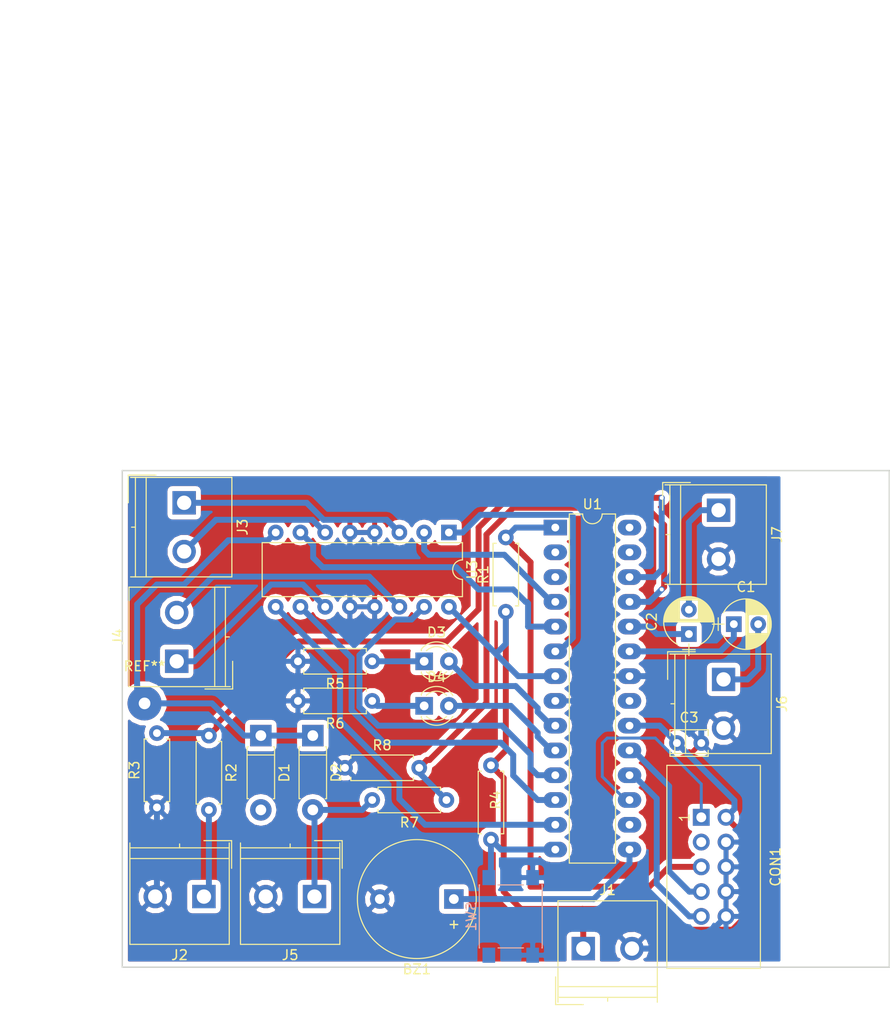
<source format=kicad_pcb>
(kicad_pcb (version 4) (host pcbnew 4.0.7-e2-6376~61~ubuntu18.04.1)

  (general
    (links 0)
    (no_connects 53)
    (area 11.862999 12.116999 90.753001 63.195001)
    (thickness 1.6)
    (drawings 6)
    (tracks 203)
    (zones 0)
    (modules 28)
    (nets 39)
  )

  (page A4)
  (layers
    (0 F.Cu signal)
    (31 B.Cu signal)
    (32 B.Adhes user)
    (33 F.Adhes user)
    (34 B.Paste user)
    (35 F.Paste user)
    (36 B.SilkS user)
    (37 F.SilkS user)
    (38 B.Mask user)
    (39 F.Mask user)
    (40 Dwgs.User user)
    (41 Cmts.User user)
    (42 Eco1.User user)
    (43 Eco2.User user)
    (44 Edge.Cuts user)
    (45 Margin user)
    (46 B.CrtYd user)
    (47 F.CrtYd user)
    (48 B.Fab user)
    (49 F.Fab user)
  )

  (setup
    (last_trace_width 0.6096)
    (user_trace_width 0.1524)
    (user_trace_width 0.3048)
    (user_trace_width 0.6096)
    (user_trace_width 0.8128)
    (user_trace_width 1.016)
    (user_trace_width 1.524)
    (user_trace_width 2.032)
    (user_trace_width 2.54)
    (trace_clearance 0.2)
    (zone_clearance 0.508)
    (zone_45_only no)
    (trace_min 0.1524)
    (segment_width 0.2)
    (edge_width 0.15)
    (via_size 0.6)
    (via_drill 0.4)
    (via_min_size 0.4)
    (via_min_drill 0.3)
    (uvia_size 0.3)
    (uvia_drill 0.1)
    (uvias_allowed no)
    (uvia_min_size 0)
    (uvia_min_drill 0)
    (pcb_text_width 0.3)
    (pcb_text_size 1.5 1.5)
    (mod_edge_width 0.15)
    (mod_text_size 1 1)
    (mod_text_width 0.15)
    (pad_size 3.50012 3.50012)
    (pad_drill 1.19888)
    (pad_to_mask_clearance 0.2)
    (aux_axis_origin 0 0)
    (visible_elements FFFFFF7F)
    (pcbplotparams
      (layerselection 0x00030_80000001)
      (usegerberextensions false)
      (excludeedgelayer true)
      (linewidth 0.100000)
      (plotframeref false)
      (viasonmask false)
      (mode 1)
      (useauxorigin false)
      (hpglpennumber 1)
      (hpglpenspeed 20)
      (hpglpendiameter 15)
      (hpglpenoverlay 2)
      (psnegative false)
      (psa4output false)
      (plotreference true)
      (plotvalue true)
      (plotinvisibletext false)
      (padsonsilk false)
      (subtractmaskfromsilk false)
      (outputformat 1)
      (mirror false)
      (drillshape 1)
      (scaleselection 1)
      (outputdirectory ""))
  )

  (net 0 "")
  (net 1 /buzz)
  (net 2 GND)
  (net 3 /Line1)
  (net 4 "Net-(C1-Pad2)")
  (net 5 /Line2)
  (net 6 "Net-(C2-Pad2)")
  (net 7 /MOSI)
  (net 8 +5V)
  (net 9 "Net-(CON1-Pad3)")
  (net 10 /RESET)
  (net 11 /SCK)
  (net 12 /MISO)
  (net 13 +12V)
  (net 14 /acdc_pwr)
  (net 15 "Net-(D2-Pad2)")
  (net 16 "Net-(D3-Pad1)")
  (net 17 /led1)
  (net 18 "Net-(D4-Pad1)")
  (net 19 /led2)
  (net 20 "Net-(J3-Pad1)")
  (net 21 "Net-(J3-Pad2)")
  (net 22 "Net-(J4-Pad1)")
  (net 23 "Net-(J4-Pad2)")
  (net 24 /pwr_c2)
  (net 25 /btn_1)
  (net 26 /pwr_c1)
  (net 27 "Net-(U1-Pad2)")
  (net 28 "Net-(U1-Pad16)")
  (net 29 "Net-(U1-Pad3)")
  (net 30 /m1a)
  (net 31 /m2a)
  (net 32 /en12)
  (net 33 "Net-(U1-Pad21)")
  (net 34 /m3a)
  (net 35 /m4a)
  (net 36 /en34)
  (net 37 "Net-(U1-Pad27)")
  (net 38 "Net-(U1-Pad28)")

  (net_class Default "This is the default net class."
    (clearance 0.2)
    (trace_width 0.25)
    (via_dia 0.6)
    (via_drill 0.4)
    (uvia_dia 0.3)
    (uvia_drill 0.1)
    (add_net +12V)
    (add_net +5V)
    (add_net /Line1)
    (add_net /Line2)
    (add_net /MISO)
    (add_net /MOSI)
    (add_net /RESET)
    (add_net /SCK)
    (add_net /acdc_pwr)
    (add_net /btn_1)
    (add_net /buzz)
    (add_net /en12)
    (add_net /en34)
    (add_net /led1)
    (add_net /led2)
    (add_net /m1a)
    (add_net /m2a)
    (add_net /m3a)
    (add_net /m4a)
    (add_net /pwr_c1)
    (add_net /pwr_c2)
    (add_net GND)
    (add_net "Net-(C1-Pad2)")
    (add_net "Net-(C2-Pad2)")
    (add_net "Net-(CON1-Pad3)")
    (add_net "Net-(D2-Pad2)")
    (add_net "Net-(D3-Pad1)")
    (add_net "Net-(D4-Pad1)")
    (add_net "Net-(J3-Pad1)")
    (add_net "Net-(J3-Pad2)")
    (add_net "Net-(J4-Pad1)")
    (add_net "Net-(J4-Pad2)")
    (add_net "Net-(U1-Pad16)")
    (add_net "Net-(U1-Pad2)")
    (add_net "Net-(U1-Pad21)")
    (add_net "Net-(U1-Pad27)")
    (add_net "Net-(U1-Pad28)")
    (add_net "Net-(U1-Pad3)")
  )

  (module Buzzers_Beepers:Buzzer_12x9.5RM7.6 (layer F.Cu) (tedit 58B1A329) (tstamp 5B85142B)
    (at 45.974 56.134 180)
    (descr "Generic Buzzer, D12mm height 9.5mm with RM7.6mm")
    (tags buzzer)
    (path /5B848332)
    (fp_text reference BZ1 (at 3.8 -7.2 180) (layer F.SilkS)
      (effects (font (size 1 1) (thickness 0.15)))
    )
    (fp_text value Buzzer (at 3.8 7.4 180) (layer F.Fab)
      (effects (font (size 1 1) (thickness 0.15)))
    )
    (fp_text user + (at -0.01 -2.54 180) (layer F.Fab)
      (effects (font (size 1 1) (thickness 0.15)))
    )
    (fp_text user + (at -0.01 -2.54 180) (layer F.SilkS)
      (effects (font (size 1 1) (thickness 0.15)))
    )
    (fp_text user %R (at 3.8 -4 180) (layer F.Fab)
      (effects (font (size 1 1) (thickness 0.15)))
    )
    (fp_circle (center 3.8 0) (end 10.05 0) (layer F.CrtYd) (width 0.05))
    (fp_circle (center 3.8 0) (end 9.8 0) (layer F.Fab) (width 0.1))
    (fp_circle (center 3.8 0) (end 4.8 0) (layer F.Fab) (width 0.1))
    (fp_circle (center 3.8 0) (end 9.9 0) (layer F.SilkS) (width 0.12))
    (pad 1 thru_hole rect (at 0 0 180) (size 2 2) (drill 1) (layers *.Cu *.Mask)
      (net 1 /buzz))
    (pad 2 thru_hole circle (at 7.6 0 180) (size 2 2) (drill 1) (layers *.Cu *.Mask)
      (net 2 GND))
    (model ${KISYS3DMOD}/Buzzers_Beepers.3dshapes/Buzzer_12x9.5RM7.6.wrl
      (at (xyz 0.15 0 0))
      (scale (xyz 4 4 4))
      (rotate (xyz 0 0 0))
    )
  )

  (module Capacitors_THT:CP_Radial_D5.0mm_P2.50mm (layer F.Cu) (tedit 597BC7C2) (tstamp 5B8514B0)
    (at 74.716 27.94)
    (descr "CP, Radial series, Radial, pin pitch=2.50mm, , diameter=5mm, Electrolytic Capacitor")
    (tags "CP Radial series Radial pin pitch 2.50mm  diameter 5mm Electrolytic Capacitor")
    (path /5B843283)
    (fp_text reference C1 (at 1.25 -3.81) (layer F.SilkS)
      (effects (font (size 1 1) (thickness 0.15)))
    )
    (fp_text value 10mF (at 1.25 3.81) (layer F.Fab)
      (effects (font (size 1 1) (thickness 0.15)))
    )
    (fp_arc (start 1.25 0) (end -1.05558 -1.18) (angle 125.8) (layer F.SilkS) (width 0.12))
    (fp_arc (start 1.25 0) (end -1.05558 1.18) (angle -125.8) (layer F.SilkS) (width 0.12))
    (fp_arc (start 1.25 0) (end 3.55558 -1.18) (angle 54.2) (layer F.SilkS) (width 0.12))
    (fp_circle (center 1.25 0) (end 3.75 0) (layer F.Fab) (width 0.1))
    (fp_line (start -2.2 0) (end -1 0) (layer F.Fab) (width 0.1))
    (fp_line (start -1.6 -0.65) (end -1.6 0.65) (layer F.Fab) (width 0.1))
    (fp_line (start 1.25 -2.55) (end 1.25 2.55) (layer F.SilkS) (width 0.12))
    (fp_line (start 1.29 -2.55) (end 1.29 2.55) (layer F.SilkS) (width 0.12))
    (fp_line (start 1.33 -2.549) (end 1.33 2.549) (layer F.SilkS) (width 0.12))
    (fp_line (start 1.37 -2.548) (end 1.37 2.548) (layer F.SilkS) (width 0.12))
    (fp_line (start 1.41 -2.546) (end 1.41 2.546) (layer F.SilkS) (width 0.12))
    (fp_line (start 1.45 -2.543) (end 1.45 2.543) (layer F.SilkS) (width 0.12))
    (fp_line (start 1.49 -2.539) (end 1.49 2.539) (layer F.SilkS) (width 0.12))
    (fp_line (start 1.53 -2.535) (end 1.53 -0.98) (layer F.SilkS) (width 0.12))
    (fp_line (start 1.53 0.98) (end 1.53 2.535) (layer F.SilkS) (width 0.12))
    (fp_line (start 1.57 -2.531) (end 1.57 -0.98) (layer F.SilkS) (width 0.12))
    (fp_line (start 1.57 0.98) (end 1.57 2.531) (layer F.SilkS) (width 0.12))
    (fp_line (start 1.61 -2.525) (end 1.61 -0.98) (layer F.SilkS) (width 0.12))
    (fp_line (start 1.61 0.98) (end 1.61 2.525) (layer F.SilkS) (width 0.12))
    (fp_line (start 1.65 -2.519) (end 1.65 -0.98) (layer F.SilkS) (width 0.12))
    (fp_line (start 1.65 0.98) (end 1.65 2.519) (layer F.SilkS) (width 0.12))
    (fp_line (start 1.69 -2.513) (end 1.69 -0.98) (layer F.SilkS) (width 0.12))
    (fp_line (start 1.69 0.98) (end 1.69 2.513) (layer F.SilkS) (width 0.12))
    (fp_line (start 1.73 -2.506) (end 1.73 -0.98) (layer F.SilkS) (width 0.12))
    (fp_line (start 1.73 0.98) (end 1.73 2.506) (layer F.SilkS) (width 0.12))
    (fp_line (start 1.77 -2.498) (end 1.77 -0.98) (layer F.SilkS) (width 0.12))
    (fp_line (start 1.77 0.98) (end 1.77 2.498) (layer F.SilkS) (width 0.12))
    (fp_line (start 1.81 -2.489) (end 1.81 -0.98) (layer F.SilkS) (width 0.12))
    (fp_line (start 1.81 0.98) (end 1.81 2.489) (layer F.SilkS) (width 0.12))
    (fp_line (start 1.85 -2.48) (end 1.85 -0.98) (layer F.SilkS) (width 0.12))
    (fp_line (start 1.85 0.98) (end 1.85 2.48) (layer F.SilkS) (width 0.12))
    (fp_line (start 1.89 -2.47) (end 1.89 -0.98) (layer F.SilkS) (width 0.12))
    (fp_line (start 1.89 0.98) (end 1.89 2.47) (layer F.SilkS) (width 0.12))
    (fp_line (start 1.93 -2.46) (end 1.93 -0.98) (layer F.SilkS) (width 0.12))
    (fp_line (start 1.93 0.98) (end 1.93 2.46) (layer F.SilkS) (width 0.12))
    (fp_line (start 1.971 -2.448) (end 1.971 -0.98) (layer F.SilkS) (width 0.12))
    (fp_line (start 1.971 0.98) (end 1.971 2.448) (layer F.SilkS) (width 0.12))
    (fp_line (start 2.011 -2.436) (end 2.011 -0.98) (layer F.SilkS) (width 0.12))
    (fp_line (start 2.011 0.98) (end 2.011 2.436) (layer F.SilkS) (width 0.12))
    (fp_line (start 2.051 -2.424) (end 2.051 -0.98) (layer F.SilkS) (width 0.12))
    (fp_line (start 2.051 0.98) (end 2.051 2.424) (layer F.SilkS) (width 0.12))
    (fp_line (start 2.091 -2.41) (end 2.091 -0.98) (layer F.SilkS) (width 0.12))
    (fp_line (start 2.091 0.98) (end 2.091 2.41) (layer F.SilkS) (width 0.12))
    (fp_line (start 2.131 -2.396) (end 2.131 -0.98) (layer F.SilkS) (width 0.12))
    (fp_line (start 2.131 0.98) (end 2.131 2.396) (layer F.SilkS) (width 0.12))
    (fp_line (start 2.171 -2.382) (end 2.171 -0.98) (layer F.SilkS) (width 0.12))
    (fp_line (start 2.171 0.98) (end 2.171 2.382) (layer F.SilkS) (width 0.12))
    (fp_line (start 2.211 -2.366) (end 2.211 -0.98) (layer F.SilkS) (width 0.12))
    (fp_line (start 2.211 0.98) (end 2.211 2.366) (layer F.SilkS) (width 0.12))
    (fp_line (start 2.251 -2.35) (end 2.251 -0.98) (layer F.SilkS) (width 0.12))
    (fp_line (start 2.251 0.98) (end 2.251 2.35) (layer F.SilkS) (width 0.12))
    (fp_line (start 2.291 -2.333) (end 2.291 -0.98) (layer F.SilkS) (width 0.12))
    (fp_line (start 2.291 0.98) (end 2.291 2.333) (layer F.SilkS) (width 0.12))
    (fp_line (start 2.331 -2.315) (end 2.331 -0.98) (layer F.SilkS) (width 0.12))
    (fp_line (start 2.331 0.98) (end 2.331 2.315) (layer F.SilkS) (width 0.12))
    (fp_line (start 2.371 -2.296) (end 2.371 -0.98) (layer F.SilkS) (width 0.12))
    (fp_line (start 2.371 0.98) (end 2.371 2.296) (layer F.SilkS) (width 0.12))
    (fp_line (start 2.411 -2.276) (end 2.411 -0.98) (layer F.SilkS) (width 0.12))
    (fp_line (start 2.411 0.98) (end 2.411 2.276) (layer F.SilkS) (width 0.12))
    (fp_line (start 2.451 -2.256) (end 2.451 -0.98) (layer F.SilkS) (width 0.12))
    (fp_line (start 2.451 0.98) (end 2.451 2.256) (layer F.SilkS) (width 0.12))
    (fp_line (start 2.491 -2.234) (end 2.491 -0.98) (layer F.SilkS) (width 0.12))
    (fp_line (start 2.491 0.98) (end 2.491 2.234) (layer F.SilkS) (width 0.12))
    (fp_line (start 2.531 -2.212) (end 2.531 -0.98) (layer F.SilkS) (width 0.12))
    (fp_line (start 2.531 0.98) (end 2.531 2.212) (layer F.SilkS) (width 0.12))
    (fp_line (start 2.571 -2.189) (end 2.571 -0.98) (layer F.SilkS) (width 0.12))
    (fp_line (start 2.571 0.98) (end 2.571 2.189) (layer F.SilkS) (width 0.12))
    (fp_line (start 2.611 -2.165) (end 2.611 -0.98) (layer F.SilkS) (width 0.12))
    (fp_line (start 2.611 0.98) (end 2.611 2.165) (layer F.SilkS) (width 0.12))
    (fp_line (start 2.651 -2.14) (end 2.651 -0.98) (layer F.SilkS) (width 0.12))
    (fp_line (start 2.651 0.98) (end 2.651 2.14) (layer F.SilkS) (width 0.12))
    (fp_line (start 2.691 -2.113) (end 2.691 -0.98) (layer F.SilkS) (width 0.12))
    (fp_line (start 2.691 0.98) (end 2.691 2.113) (layer F.SilkS) (width 0.12))
    (fp_line (start 2.731 -2.086) (end 2.731 -0.98) (layer F.SilkS) (width 0.12))
    (fp_line (start 2.731 0.98) (end 2.731 2.086) (layer F.SilkS) (width 0.12))
    (fp_line (start 2.771 -2.058) (end 2.771 -0.98) (layer F.SilkS) (width 0.12))
    (fp_line (start 2.771 0.98) (end 2.771 2.058) (layer F.SilkS) (width 0.12))
    (fp_line (start 2.811 -2.028) (end 2.811 -0.98) (layer F.SilkS) (width 0.12))
    (fp_line (start 2.811 0.98) (end 2.811 2.028) (layer F.SilkS) (width 0.12))
    (fp_line (start 2.851 -1.997) (end 2.851 -0.98) (layer F.SilkS) (width 0.12))
    (fp_line (start 2.851 0.98) (end 2.851 1.997) (layer F.SilkS) (width 0.12))
    (fp_line (start 2.891 -1.965) (end 2.891 -0.98) (layer F.SilkS) (width 0.12))
    (fp_line (start 2.891 0.98) (end 2.891 1.965) (layer F.SilkS) (width 0.12))
    (fp_line (start 2.931 -1.932) (end 2.931 -0.98) (layer F.SilkS) (width 0.12))
    (fp_line (start 2.931 0.98) (end 2.931 1.932) (layer F.SilkS) (width 0.12))
    (fp_line (start 2.971 -1.897) (end 2.971 -0.98) (layer F.SilkS) (width 0.12))
    (fp_line (start 2.971 0.98) (end 2.971 1.897) (layer F.SilkS) (width 0.12))
    (fp_line (start 3.011 -1.861) (end 3.011 -0.98) (layer F.SilkS) (width 0.12))
    (fp_line (start 3.011 0.98) (end 3.011 1.861) (layer F.SilkS) (width 0.12))
    (fp_line (start 3.051 -1.823) (end 3.051 -0.98) (layer F.SilkS) (width 0.12))
    (fp_line (start 3.051 0.98) (end 3.051 1.823) (layer F.SilkS) (width 0.12))
    (fp_line (start 3.091 -1.783) (end 3.091 -0.98) (layer F.SilkS) (width 0.12))
    (fp_line (start 3.091 0.98) (end 3.091 1.783) (layer F.SilkS) (width 0.12))
    (fp_line (start 3.131 -1.742) (end 3.131 -0.98) (layer F.SilkS) (width 0.12))
    (fp_line (start 3.131 0.98) (end 3.131 1.742) (layer F.SilkS) (width 0.12))
    (fp_line (start 3.171 -1.699) (end 3.171 -0.98) (layer F.SilkS) (width 0.12))
    (fp_line (start 3.171 0.98) (end 3.171 1.699) (layer F.SilkS) (width 0.12))
    (fp_line (start 3.211 -1.654) (end 3.211 -0.98) (layer F.SilkS) (width 0.12))
    (fp_line (start 3.211 0.98) (end 3.211 1.654) (layer F.SilkS) (width 0.12))
    (fp_line (start 3.251 -1.606) (end 3.251 -0.98) (layer F.SilkS) (width 0.12))
    (fp_line (start 3.251 0.98) (end 3.251 1.606) (layer F.SilkS) (width 0.12))
    (fp_line (start 3.291 -1.556) (end 3.291 -0.98) (layer F.SilkS) (width 0.12))
    (fp_line (start 3.291 0.98) (end 3.291 1.556) (layer F.SilkS) (width 0.12))
    (fp_line (start 3.331 -1.504) (end 3.331 -0.98) (layer F.SilkS) (width 0.12))
    (fp_line (start 3.331 0.98) (end 3.331 1.504) (layer F.SilkS) (width 0.12))
    (fp_line (start 3.371 -1.448) (end 3.371 -0.98) (layer F.SilkS) (width 0.12))
    (fp_line (start 3.371 0.98) (end 3.371 1.448) (layer F.SilkS) (width 0.12))
    (fp_line (start 3.411 -1.39) (end 3.411 -0.98) (layer F.SilkS) (width 0.12))
    (fp_line (start 3.411 0.98) (end 3.411 1.39) (layer F.SilkS) (width 0.12))
    (fp_line (start 3.451 -1.327) (end 3.451 -0.98) (layer F.SilkS) (width 0.12))
    (fp_line (start 3.451 0.98) (end 3.451 1.327) (layer F.SilkS) (width 0.12))
    (fp_line (start 3.491 -1.261) (end 3.491 1.261) (layer F.SilkS) (width 0.12))
    (fp_line (start 3.531 -1.189) (end 3.531 1.189) (layer F.SilkS) (width 0.12))
    (fp_line (start 3.571 -1.112) (end 3.571 1.112) (layer F.SilkS) (width 0.12))
    (fp_line (start 3.611 -1.028) (end 3.611 1.028) (layer F.SilkS) (width 0.12))
    (fp_line (start 3.651 -0.934) (end 3.651 0.934) (layer F.SilkS) (width 0.12))
    (fp_line (start 3.691 -0.829) (end 3.691 0.829) (layer F.SilkS) (width 0.12))
    (fp_line (start 3.731 -0.707) (end 3.731 0.707) (layer F.SilkS) (width 0.12))
    (fp_line (start 3.771 -0.559) (end 3.771 0.559) (layer F.SilkS) (width 0.12))
    (fp_line (start 3.811 -0.354) (end 3.811 0.354) (layer F.SilkS) (width 0.12))
    (fp_line (start -2.2 0) (end -1 0) (layer F.SilkS) (width 0.12))
    (fp_line (start -1.6 -0.65) (end -1.6 0.65) (layer F.SilkS) (width 0.12))
    (fp_line (start -1.6 -2.85) (end -1.6 2.85) (layer F.CrtYd) (width 0.05))
    (fp_line (start -1.6 2.85) (end 4.1 2.85) (layer F.CrtYd) (width 0.05))
    (fp_line (start 4.1 2.85) (end 4.1 -2.85) (layer F.CrtYd) (width 0.05))
    (fp_line (start 4.1 -2.85) (end -1.6 -2.85) (layer F.CrtYd) (width 0.05))
    (fp_text user %R (at 1.25 0) (layer F.Fab)
      (effects (font (size 1 1) (thickness 0.15)))
    )
    (pad 1 thru_hole rect (at 0 0) (size 1.6 1.6) (drill 0.8) (layers *.Cu *.Mask)
      (net 3 /Line1))
    (pad 2 thru_hole circle (at 2.5 0) (size 1.6 1.6) (drill 0.8) (layers *.Cu *.Mask)
      (net 4 "Net-(C1-Pad2)"))
    (model ${KISYS3DMOD}/Capacitors_THT.3dshapes/CP_Radial_D5.0mm_P2.50mm.wrl
      (at (xyz 0 0 0))
      (scale (xyz 1 1 1))
      (rotate (xyz 0 0 0))
    )
  )

  (module Capacitors_THT:CP_Radial_D5.0mm_P2.50mm (layer F.Cu) (tedit 597BC7C2) (tstamp 5B851535)
    (at 70.104 28.956 90)
    (descr "CP, Radial series, Radial, pin pitch=2.50mm, , diameter=5mm, Electrolytic Capacitor")
    (tags "CP Radial series Radial pin pitch 2.50mm  diameter 5mm Electrolytic Capacitor")
    (path /5B843336)
    (fp_text reference C2 (at 1.25 -3.81 90) (layer F.SilkS)
      (effects (font (size 1 1) (thickness 0.15)))
    )
    (fp_text value 10mF (at 1.25 3.81 90) (layer F.Fab)
      (effects (font (size 1 1) (thickness 0.15)))
    )
    (fp_arc (start 1.25 0) (end -1.05558 -1.18) (angle 125.8) (layer F.SilkS) (width 0.12))
    (fp_arc (start 1.25 0) (end -1.05558 1.18) (angle -125.8) (layer F.SilkS) (width 0.12))
    (fp_arc (start 1.25 0) (end 3.55558 -1.18) (angle 54.2) (layer F.SilkS) (width 0.12))
    (fp_circle (center 1.25 0) (end 3.75 0) (layer F.Fab) (width 0.1))
    (fp_line (start -2.2 0) (end -1 0) (layer F.Fab) (width 0.1))
    (fp_line (start -1.6 -0.65) (end -1.6 0.65) (layer F.Fab) (width 0.1))
    (fp_line (start 1.25 -2.55) (end 1.25 2.55) (layer F.SilkS) (width 0.12))
    (fp_line (start 1.29 -2.55) (end 1.29 2.55) (layer F.SilkS) (width 0.12))
    (fp_line (start 1.33 -2.549) (end 1.33 2.549) (layer F.SilkS) (width 0.12))
    (fp_line (start 1.37 -2.548) (end 1.37 2.548) (layer F.SilkS) (width 0.12))
    (fp_line (start 1.41 -2.546) (end 1.41 2.546) (layer F.SilkS) (width 0.12))
    (fp_line (start 1.45 -2.543) (end 1.45 2.543) (layer F.SilkS) (width 0.12))
    (fp_line (start 1.49 -2.539) (end 1.49 2.539) (layer F.SilkS) (width 0.12))
    (fp_line (start 1.53 -2.535) (end 1.53 -0.98) (layer F.SilkS) (width 0.12))
    (fp_line (start 1.53 0.98) (end 1.53 2.535) (layer F.SilkS) (width 0.12))
    (fp_line (start 1.57 -2.531) (end 1.57 -0.98) (layer F.SilkS) (width 0.12))
    (fp_line (start 1.57 0.98) (end 1.57 2.531) (layer F.SilkS) (width 0.12))
    (fp_line (start 1.61 -2.525) (end 1.61 -0.98) (layer F.SilkS) (width 0.12))
    (fp_line (start 1.61 0.98) (end 1.61 2.525) (layer F.SilkS) (width 0.12))
    (fp_line (start 1.65 -2.519) (end 1.65 -0.98) (layer F.SilkS) (width 0.12))
    (fp_line (start 1.65 0.98) (end 1.65 2.519) (layer F.SilkS) (width 0.12))
    (fp_line (start 1.69 -2.513) (end 1.69 -0.98) (layer F.SilkS) (width 0.12))
    (fp_line (start 1.69 0.98) (end 1.69 2.513) (layer F.SilkS) (width 0.12))
    (fp_line (start 1.73 -2.506) (end 1.73 -0.98) (layer F.SilkS) (width 0.12))
    (fp_line (start 1.73 0.98) (end 1.73 2.506) (layer F.SilkS) (width 0.12))
    (fp_line (start 1.77 -2.498) (end 1.77 -0.98) (layer F.SilkS) (width 0.12))
    (fp_line (start 1.77 0.98) (end 1.77 2.498) (layer F.SilkS) (width 0.12))
    (fp_line (start 1.81 -2.489) (end 1.81 -0.98) (layer F.SilkS) (width 0.12))
    (fp_line (start 1.81 0.98) (end 1.81 2.489) (layer F.SilkS) (width 0.12))
    (fp_line (start 1.85 -2.48) (end 1.85 -0.98) (layer F.SilkS) (width 0.12))
    (fp_line (start 1.85 0.98) (end 1.85 2.48) (layer F.SilkS) (width 0.12))
    (fp_line (start 1.89 -2.47) (end 1.89 -0.98) (layer F.SilkS) (width 0.12))
    (fp_line (start 1.89 0.98) (end 1.89 2.47) (layer F.SilkS) (width 0.12))
    (fp_line (start 1.93 -2.46) (end 1.93 -0.98) (layer F.SilkS) (width 0.12))
    (fp_line (start 1.93 0.98) (end 1.93 2.46) (layer F.SilkS) (width 0.12))
    (fp_line (start 1.971 -2.448) (end 1.971 -0.98) (layer F.SilkS) (width 0.12))
    (fp_line (start 1.971 0.98) (end 1.971 2.448) (layer F.SilkS) (width 0.12))
    (fp_line (start 2.011 -2.436) (end 2.011 -0.98) (layer F.SilkS) (width 0.12))
    (fp_line (start 2.011 0.98) (end 2.011 2.436) (layer F.SilkS) (width 0.12))
    (fp_line (start 2.051 -2.424) (end 2.051 -0.98) (layer F.SilkS) (width 0.12))
    (fp_line (start 2.051 0.98) (end 2.051 2.424) (layer F.SilkS) (width 0.12))
    (fp_line (start 2.091 -2.41) (end 2.091 -0.98) (layer F.SilkS) (width 0.12))
    (fp_line (start 2.091 0.98) (end 2.091 2.41) (layer F.SilkS) (width 0.12))
    (fp_line (start 2.131 -2.396) (end 2.131 -0.98) (layer F.SilkS) (width 0.12))
    (fp_line (start 2.131 0.98) (end 2.131 2.396) (layer F.SilkS) (width 0.12))
    (fp_line (start 2.171 -2.382) (end 2.171 -0.98) (layer F.SilkS) (width 0.12))
    (fp_line (start 2.171 0.98) (end 2.171 2.382) (layer F.SilkS) (width 0.12))
    (fp_line (start 2.211 -2.366) (end 2.211 -0.98) (layer F.SilkS) (width 0.12))
    (fp_line (start 2.211 0.98) (end 2.211 2.366) (layer F.SilkS) (width 0.12))
    (fp_line (start 2.251 -2.35) (end 2.251 -0.98) (layer F.SilkS) (width 0.12))
    (fp_line (start 2.251 0.98) (end 2.251 2.35) (layer F.SilkS) (width 0.12))
    (fp_line (start 2.291 -2.333) (end 2.291 -0.98) (layer F.SilkS) (width 0.12))
    (fp_line (start 2.291 0.98) (end 2.291 2.333) (layer F.SilkS) (width 0.12))
    (fp_line (start 2.331 -2.315) (end 2.331 -0.98) (layer F.SilkS) (width 0.12))
    (fp_line (start 2.331 0.98) (end 2.331 2.315) (layer F.SilkS) (width 0.12))
    (fp_line (start 2.371 -2.296) (end 2.371 -0.98) (layer F.SilkS) (width 0.12))
    (fp_line (start 2.371 0.98) (end 2.371 2.296) (layer F.SilkS) (width 0.12))
    (fp_line (start 2.411 -2.276) (end 2.411 -0.98) (layer F.SilkS) (width 0.12))
    (fp_line (start 2.411 0.98) (end 2.411 2.276) (layer F.SilkS) (width 0.12))
    (fp_line (start 2.451 -2.256) (end 2.451 -0.98) (layer F.SilkS) (width 0.12))
    (fp_line (start 2.451 0.98) (end 2.451 2.256) (layer F.SilkS) (width 0.12))
    (fp_line (start 2.491 -2.234) (end 2.491 -0.98) (layer F.SilkS) (width 0.12))
    (fp_line (start 2.491 0.98) (end 2.491 2.234) (layer F.SilkS) (width 0.12))
    (fp_line (start 2.531 -2.212) (end 2.531 -0.98) (layer F.SilkS) (width 0.12))
    (fp_line (start 2.531 0.98) (end 2.531 2.212) (layer F.SilkS) (width 0.12))
    (fp_line (start 2.571 -2.189) (end 2.571 -0.98) (layer F.SilkS) (width 0.12))
    (fp_line (start 2.571 0.98) (end 2.571 2.189) (layer F.SilkS) (width 0.12))
    (fp_line (start 2.611 -2.165) (end 2.611 -0.98) (layer F.SilkS) (width 0.12))
    (fp_line (start 2.611 0.98) (end 2.611 2.165) (layer F.SilkS) (width 0.12))
    (fp_line (start 2.651 -2.14) (end 2.651 -0.98) (layer F.SilkS) (width 0.12))
    (fp_line (start 2.651 0.98) (end 2.651 2.14) (layer F.SilkS) (width 0.12))
    (fp_line (start 2.691 -2.113) (end 2.691 -0.98) (layer F.SilkS) (width 0.12))
    (fp_line (start 2.691 0.98) (end 2.691 2.113) (layer F.SilkS) (width 0.12))
    (fp_line (start 2.731 -2.086) (end 2.731 -0.98) (layer F.SilkS) (width 0.12))
    (fp_line (start 2.731 0.98) (end 2.731 2.086) (layer F.SilkS) (width 0.12))
    (fp_line (start 2.771 -2.058) (end 2.771 -0.98) (layer F.SilkS) (width 0.12))
    (fp_line (start 2.771 0.98) (end 2.771 2.058) (layer F.SilkS) (width 0.12))
    (fp_line (start 2.811 -2.028) (end 2.811 -0.98) (layer F.SilkS) (width 0.12))
    (fp_line (start 2.811 0.98) (end 2.811 2.028) (layer F.SilkS) (width 0.12))
    (fp_line (start 2.851 -1.997) (end 2.851 -0.98) (layer F.SilkS) (width 0.12))
    (fp_line (start 2.851 0.98) (end 2.851 1.997) (layer F.SilkS) (width 0.12))
    (fp_line (start 2.891 -1.965) (end 2.891 -0.98) (layer F.SilkS) (width 0.12))
    (fp_line (start 2.891 0.98) (end 2.891 1.965) (layer F.SilkS) (width 0.12))
    (fp_line (start 2.931 -1.932) (end 2.931 -0.98) (layer F.SilkS) (width 0.12))
    (fp_line (start 2.931 0.98) (end 2.931 1.932) (layer F.SilkS) (width 0.12))
    (fp_line (start 2.971 -1.897) (end 2.971 -0.98) (layer F.SilkS) (width 0.12))
    (fp_line (start 2.971 0.98) (end 2.971 1.897) (layer F.SilkS) (width 0.12))
    (fp_line (start 3.011 -1.861) (end 3.011 -0.98) (layer F.SilkS) (width 0.12))
    (fp_line (start 3.011 0.98) (end 3.011 1.861) (layer F.SilkS) (width 0.12))
    (fp_line (start 3.051 -1.823) (end 3.051 -0.98) (layer F.SilkS) (width 0.12))
    (fp_line (start 3.051 0.98) (end 3.051 1.823) (layer F.SilkS) (width 0.12))
    (fp_line (start 3.091 -1.783) (end 3.091 -0.98) (layer F.SilkS) (width 0.12))
    (fp_line (start 3.091 0.98) (end 3.091 1.783) (layer F.SilkS) (width 0.12))
    (fp_line (start 3.131 -1.742) (end 3.131 -0.98) (layer F.SilkS) (width 0.12))
    (fp_line (start 3.131 0.98) (end 3.131 1.742) (layer F.SilkS) (width 0.12))
    (fp_line (start 3.171 -1.699) (end 3.171 -0.98) (layer F.SilkS) (width 0.12))
    (fp_line (start 3.171 0.98) (end 3.171 1.699) (layer F.SilkS) (width 0.12))
    (fp_line (start 3.211 -1.654) (end 3.211 -0.98) (layer F.SilkS) (width 0.12))
    (fp_line (start 3.211 0.98) (end 3.211 1.654) (layer F.SilkS) (width 0.12))
    (fp_line (start 3.251 -1.606) (end 3.251 -0.98) (layer F.SilkS) (width 0.12))
    (fp_line (start 3.251 0.98) (end 3.251 1.606) (layer F.SilkS) (width 0.12))
    (fp_line (start 3.291 -1.556) (end 3.291 -0.98) (layer F.SilkS) (width 0.12))
    (fp_line (start 3.291 0.98) (end 3.291 1.556) (layer F.SilkS) (width 0.12))
    (fp_line (start 3.331 -1.504) (end 3.331 -0.98) (layer F.SilkS) (width 0.12))
    (fp_line (start 3.331 0.98) (end 3.331 1.504) (layer F.SilkS) (width 0.12))
    (fp_line (start 3.371 -1.448) (end 3.371 -0.98) (layer F.SilkS) (width 0.12))
    (fp_line (start 3.371 0.98) (end 3.371 1.448) (layer F.SilkS) (width 0.12))
    (fp_line (start 3.411 -1.39) (end 3.411 -0.98) (layer F.SilkS) (width 0.12))
    (fp_line (start 3.411 0.98) (end 3.411 1.39) (layer F.SilkS) (width 0.12))
    (fp_line (start 3.451 -1.327) (end 3.451 -0.98) (layer F.SilkS) (width 0.12))
    (fp_line (start 3.451 0.98) (end 3.451 1.327) (layer F.SilkS) (width 0.12))
    (fp_line (start 3.491 -1.261) (end 3.491 1.261) (layer F.SilkS) (width 0.12))
    (fp_line (start 3.531 -1.189) (end 3.531 1.189) (layer F.SilkS) (width 0.12))
    (fp_line (start 3.571 -1.112) (end 3.571 1.112) (layer F.SilkS) (width 0.12))
    (fp_line (start 3.611 -1.028) (end 3.611 1.028) (layer F.SilkS) (width 0.12))
    (fp_line (start 3.651 -0.934) (end 3.651 0.934) (layer F.SilkS) (width 0.12))
    (fp_line (start 3.691 -0.829) (end 3.691 0.829) (layer F.SilkS) (width 0.12))
    (fp_line (start 3.731 -0.707) (end 3.731 0.707) (layer F.SilkS) (width 0.12))
    (fp_line (start 3.771 -0.559) (end 3.771 0.559) (layer F.SilkS) (width 0.12))
    (fp_line (start 3.811 -0.354) (end 3.811 0.354) (layer F.SilkS) (width 0.12))
    (fp_line (start -2.2 0) (end -1 0) (layer F.SilkS) (width 0.12))
    (fp_line (start -1.6 -0.65) (end -1.6 0.65) (layer F.SilkS) (width 0.12))
    (fp_line (start -1.6 -2.85) (end -1.6 2.85) (layer F.CrtYd) (width 0.05))
    (fp_line (start -1.6 2.85) (end 4.1 2.85) (layer F.CrtYd) (width 0.05))
    (fp_line (start 4.1 2.85) (end 4.1 -2.85) (layer F.CrtYd) (width 0.05))
    (fp_line (start 4.1 -2.85) (end -1.6 -2.85) (layer F.CrtYd) (width 0.05))
    (fp_text user %R (at 1.25 0 90) (layer F.Fab)
      (effects (font (size 1 1) (thickness 0.15)))
    )
    (pad 1 thru_hole rect (at 0 0 90) (size 1.6 1.6) (drill 0.8) (layers *.Cu *.Mask)
      (net 5 /Line2))
    (pad 2 thru_hole circle (at 2.5 0 90) (size 1.6 1.6) (drill 0.8) (layers *.Cu *.Mask)
      (net 6 "Net-(C2-Pad2)"))
    (model ${KISYS3DMOD}/Capacitors_THT.3dshapes/CP_Radial_D5.0mm_P2.50mm.wrl
      (at (xyz 0 0 0))
      (scale (xyz 1 1 1))
      (rotate (xyz 0 0 0))
    )
  )

  (module Connectors:IDC_Header_Straight_10pins (layer F.Cu) (tedit 0) (tstamp 5B85155B)
    (at 71.374 47.752 270)
    (descr "10 pins through hole IDC header")
    (tags "IDC header socket VASCH")
    (path /5B7E6704)
    (fp_text reference CON1 (at 5.08 -7.62 270) (layer F.SilkS)
      (effects (font (size 1 1) (thickness 0.15)))
    )
    (fp_text value AVR-ISP-10 (at 5.08 5.223 270) (layer F.Fab)
      (effects (font (size 1 1) (thickness 0.15)))
    )
    (fp_line (start -5.08 -5.82) (end 15.24 -5.82) (layer F.Fab) (width 0.1))
    (fp_line (start -4.54 -5.27) (end 14.68 -5.27) (layer F.Fab) (width 0.1))
    (fp_line (start -5.08 3.28) (end 15.24 3.28) (layer F.Fab) (width 0.1))
    (fp_line (start -4.54 2.73) (end 2.83 2.73) (layer F.Fab) (width 0.1))
    (fp_line (start 7.33 2.73) (end 14.68 2.73) (layer F.Fab) (width 0.1))
    (fp_line (start 2.83 2.73) (end 2.83 3.28) (layer F.Fab) (width 0.1))
    (fp_line (start 7.33 2.73) (end 7.33 3.28) (layer F.Fab) (width 0.1))
    (fp_line (start -5.08 -5.82) (end -5.08 3.28) (layer F.Fab) (width 0.1))
    (fp_line (start -4.54 -5.27) (end -4.54 2.73) (layer F.Fab) (width 0.1))
    (fp_line (start 15.24 -5.82) (end 15.24 3.28) (layer F.Fab) (width 0.1))
    (fp_line (start 14.68 -5.27) (end 14.68 2.73) (layer F.Fab) (width 0.1))
    (fp_line (start -5.08 -5.82) (end -4.54 -5.27) (layer F.Fab) (width 0.1))
    (fp_line (start 15.24 -5.82) (end 14.68 -5.27) (layer F.Fab) (width 0.1))
    (fp_line (start -5.08 3.28) (end -4.54 2.73) (layer F.Fab) (width 0.1))
    (fp_line (start 15.24 3.28) (end 14.68 2.73) (layer F.Fab) (width 0.1))
    (fp_line (start -5.58 -6.32) (end 15.74 -6.32) (layer F.CrtYd) (width 0.05))
    (fp_line (start 15.74 -6.32) (end 15.74 3.78) (layer F.CrtYd) (width 0.05))
    (fp_line (start 15.74 3.78) (end -5.58 3.78) (layer F.CrtYd) (width 0.05))
    (fp_line (start -5.58 3.78) (end -5.58 -6.32) (layer F.CrtYd) (width 0.05))
    (fp_text user 1 (at 0.02 1.72 270) (layer F.SilkS)
      (effects (font (size 1 1) (thickness 0.12)))
    )
    (fp_line (start -5.33 -6.07) (end 15.49 -6.07) (layer F.SilkS) (width 0.12))
    (fp_line (start 15.49 -6.07) (end 15.49 3.53) (layer F.SilkS) (width 0.12))
    (fp_line (start 15.49 3.53) (end -5.33 3.53) (layer F.SilkS) (width 0.12))
    (fp_line (start -5.33 3.53) (end -5.33 -6.07) (layer F.SilkS) (width 0.12))
    (pad 1 thru_hole rect (at 0 0 270) (size 1.7272 1.7272) (drill 1.016) (layers *.Cu *.Mask)
      (net 7 /MOSI))
    (pad 2 thru_hole oval (at 0 -2.54 270) (size 1.7272 1.7272) (drill 1.016) (layers *.Cu *.Mask)
      (net 8 +5V))
    (pad 3 thru_hole oval (at 2.54 0 270) (size 1.7272 1.7272) (drill 1.016) (layers *.Cu *.Mask)
      (net 9 "Net-(CON1-Pad3)"))
    (pad 4 thru_hole oval (at 2.54 -2.54 270) (size 1.7272 1.7272) (drill 1.016) (layers *.Cu *.Mask)
      (net 2 GND))
    (pad 5 thru_hole oval (at 5.08 0 270) (size 1.7272 1.7272) (drill 1.016) (layers *.Cu *.Mask)
      (net 10 /RESET))
    (pad 6 thru_hole oval (at 5.08 -2.54 270) (size 1.7272 1.7272) (drill 1.016) (layers *.Cu *.Mask)
      (net 2 GND))
    (pad 7 thru_hole oval (at 7.62 0 270) (size 1.7272 1.7272) (drill 1.016) (layers *.Cu *.Mask)
      (net 11 /SCK))
    (pad 8 thru_hole oval (at 7.62 -2.54 270) (size 1.7272 1.7272) (drill 1.016) (layers *.Cu *.Mask)
      (net 2 GND))
    (pad 9 thru_hole oval (at 10.16 0 270) (size 1.7272 1.7272) (drill 1.016) (layers *.Cu *.Mask)
      (net 12 /MISO))
    (pad 10 thru_hole oval (at 10.16 -2.54 270) (size 1.7272 1.7272) (drill 1.016) (layers *.Cu *.Mask)
      (net 2 GND))
  )

  (module Diodes_THT:D_DO-41_SOD81_P7.62mm_Horizontal (layer F.Cu) (tedit 5921392F) (tstamp 5B851574)
    (at 26.162 39.37 270)
    (descr "D, DO-41_SOD81 series, Axial, Horizontal, pin pitch=7.62mm, , length*diameter=5.2*2.7mm^2, , http://www.diodes.com/_files/packages/DO-41%20(Plastic).pdf")
    (tags "D DO-41_SOD81 series Axial Horizontal pin pitch 7.62mm  length 5.2mm diameter 2.7mm")
    (path /5B7C1561)
    (fp_text reference D1 (at 3.81 -2.41 270) (layer F.SilkS)
      (effects (font (size 1 1) (thickness 0.15)))
    )
    (fp_text value 1N (at 3.81 2.41 270) (layer F.Fab)
      (effects (font (size 1 1) (thickness 0.15)))
    )
    (fp_text user %R (at 3.81 0 270) (layer F.Fab)
      (effects (font (size 1 1) (thickness 0.15)))
    )
    (fp_line (start 1.21 -1.35) (end 1.21 1.35) (layer F.Fab) (width 0.1))
    (fp_line (start 1.21 1.35) (end 6.41 1.35) (layer F.Fab) (width 0.1))
    (fp_line (start 6.41 1.35) (end 6.41 -1.35) (layer F.Fab) (width 0.1))
    (fp_line (start 6.41 -1.35) (end 1.21 -1.35) (layer F.Fab) (width 0.1))
    (fp_line (start 0 0) (end 1.21 0) (layer F.Fab) (width 0.1))
    (fp_line (start 7.62 0) (end 6.41 0) (layer F.Fab) (width 0.1))
    (fp_line (start 1.99 -1.35) (end 1.99 1.35) (layer F.Fab) (width 0.1))
    (fp_line (start 1.15 -1.28) (end 1.15 -1.41) (layer F.SilkS) (width 0.12))
    (fp_line (start 1.15 -1.41) (end 6.47 -1.41) (layer F.SilkS) (width 0.12))
    (fp_line (start 6.47 -1.41) (end 6.47 -1.28) (layer F.SilkS) (width 0.12))
    (fp_line (start 1.15 1.28) (end 1.15 1.41) (layer F.SilkS) (width 0.12))
    (fp_line (start 1.15 1.41) (end 6.47 1.41) (layer F.SilkS) (width 0.12))
    (fp_line (start 6.47 1.41) (end 6.47 1.28) (layer F.SilkS) (width 0.12))
    (fp_line (start 1.99 -1.41) (end 1.99 1.41) (layer F.SilkS) (width 0.12))
    (fp_line (start -1.35 -1.7) (end -1.35 1.7) (layer F.CrtYd) (width 0.05))
    (fp_line (start -1.35 1.7) (end 9 1.7) (layer F.CrtYd) (width 0.05))
    (fp_line (start 9 1.7) (end 9 -1.7) (layer F.CrtYd) (width 0.05))
    (fp_line (start 9 -1.7) (end -1.35 -1.7) (layer F.CrtYd) (width 0.05))
    (pad 1 thru_hole rect (at 0 0 270) (size 2.2 2.2) (drill 1.1) (layers *.Cu *.Mask)
      (net 13 +12V))
    (pad 2 thru_hole oval (at 7.62 0 270) (size 2.2 2.2) (drill 1.1) (layers *.Cu *.Mask)
      (net 14 /acdc_pwr))
    (model ${KISYS3DMOD}/Diodes_THT.3dshapes/D_DO-41_SOD81_P7.62mm_Horizontal.wrl
      (at (xyz 0 0 0))
      (scale (xyz 0.393701 0.393701 0.393701))
      (rotate (xyz 0 0 0))
    )
  )

  (module Diodes_THT:D_DO-41_SOD81_P7.62mm_Horizontal (layer F.Cu) (tedit 5921392F) (tstamp 5B85158D)
    (at 31.496 39.37 270)
    (descr "D, DO-41_SOD81 series, Axial, Horizontal, pin pitch=7.62mm, , length*diameter=5.2*2.7mm^2, , http://www.diodes.com/_files/packages/DO-41%20(Plastic).pdf")
    (tags "D DO-41_SOD81 series Axial Horizontal pin pitch 7.62mm  length 5.2mm diameter 2.7mm")
    (path /5B7C139B)
    (fp_text reference D2 (at 3.81 -2.41 270) (layer F.SilkS)
      (effects (font (size 1 1) (thickness 0.15)))
    )
    (fp_text value 1N (at 3.81 2.41 270) (layer F.Fab)
      (effects (font (size 1 1) (thickness 0.15)))
    )
    (fp_text user %R (at 3.048 -0.508 270) (layer F.Fab)
      (effects (font (size 1 1) (thickness 0.15)))
    )
    (fp_line (start 1.21 -1.35) (end 1.21 1.35) (layer F.Fab) (width 0.1))
    (fp_line (start 1.21 1.35) (end 6.41 1.35) (layer F.Fab) (width 0.1))
    (fp_line (start 6.41 1.35) (end 6.41 -1.35) (layer F.Fab) (width 0.1))
    (fp_line (start 6.41 -1.35) (end 1.21 -1.35) (layer F.Fab) (width 0.1))
    (fp_line (start 0 0) (end 1.21 0) (layer F.Fab) (width 0.1))
    (fp_line (start 7.62 0) (end 6.41 0) (layer F.Fab) (width 0.1))
    (fp_line (start 1.99 -1.35) (end 1.99 1.35) (layer F.Fab) (width 0.1))
    (fp_line (start 1.15 -1.28) (end 1.15 -1.41) (layer F.SilkS) (width 0.12))
    (fp_line (start 1.15 -1.41) (end 6.47 -1.41) (layer F.SilkS) (width 0.12))
    (fp_line (start 6.47 -1.41) (end 6.47 -1.28) (layer F.SilkS) (width 0.12))
    (fp_line (start 1.15 1.28) (end 1.15 1.41) (layer F.SilkS) (width 0.12))
    (fp_line (start 1.15 1.41) (end 6.47 1.41) (layer F.SilkS) (width 0.12))
    (fp_line (start 6.47 1.41) (end 6.47 1.28) (layer F.SilkS) (width 0.12))
    (fp_line (start 1.99 -1.41) (end 1.99 1.41) (layer F.SilkS) (width 0.12))
    (fp_line (start -1.35 -1.7) (end -1.35 1.7) (layer F.CrtYd) (width 0.05))
    (fp_line (start -1.35 1.7) (end 9 1.7) (layer F.CrtYd) (width 0.05))
    (fp_line (start 9 1.7) (end 9 -1.7) (layer F.CrtYd) (width 0.05))
    (fp_line (start 9 -1.7) (end -1.35 -1.7) (layer F.CrtYd) (width 0.05))
    (pad 1 thru_hole rect (at 0 0 270) (size 2.2 2.2) (drill 1.1) (layers *.Cu *.Mask)
      (net 13 +12V))
    (pad 2 thru_hole oval (at 7.62 0 270) (size 2.2 2.2) (drill 1.1) (layers *.Cu *.Mask)
      (net 15 "Net-(D2-Pad2)"))
    (model ${KISYS3DMOD}/Diodes_THT.3dshapes/D_DO-41_SOD81_P7.62mm_Horizontal.wrl
      (at (xyz 0 0 0))
      (scale (xyz 0.393701 0.393701 0.393701))
      (rotate (xyz 0 0 0))
    )
  )

  (module LEDs:LED_D3.0mm (layer F.Cu) (tedit 587A3A7B) (tstamp 5B8515A0)
    (at 42.926 31.75)
    (descr "LED, diameter 3.0mm, 2 pins")
    (tags "LED diameter 3.0mm 2 pins")
    (path /5B847A2C)
    (fp_text reference D3 (at 1.27 -2.96) (layer F.SilkS)
      (effects (font (size 1 1) (thickness 0.15)))
    )
    (fp_text value LowBatt (at 1.27 2.96) (layer F.Fab)
      (effects (font (size 1 1) (thickness 0.15)))
    )
    (fp_arc (start 1.27 0) (end -0.23 -1.16619) (angle 284.3) (layer F.Fab) (width 0.1))
    (fp_arc (start 1.27 0) (end -0.29 -1.235516) (angle 108.8) (layer F.SilkS) (width 0.12))
    (fp_arc (start 1.27 0) (end -0.29 1.235516) (angle -108.8) (layer F.SilkS) (width 0.12))
    (fp_arc (start 1.27 0) (end 0.229039 -1.08) (angle 87.9) (layer F.SilkS) (width 0.12))
    (fp_arc (start 1.27 0) (end 0.229039 1.08) (angle -87.9) (layer F.SilkS) (width 0.12))
    (fp_circle (center 1.27 0) (end 2.77 0) (layer F.Fab) (width 0.1))
    (fp_line (start -0.23 -1.16619) (end -0.23 1.16619) (layer F.Fab) (width 0.1))
    (fp_line (start -0.29 -1.236) (end -0.29 -1.08) (layer F.SilkS) (width 0.12))
    (fp_line (start -0.29 1.08) (end -0.29 1.236) (layer F.SilkS) (width 0.12))
    (fp_line (start -1.15 -2.25) (end -1.15 2.25) (layer F.CrtYd) (width 0.05))
    (fp_line (start -1.15 2.25) (end 3.7 2.25) (layer F.CrtYd) (width 0.05))
    (fp_line (start 3.7 2.25) (end 3.7 -2.25) (layer F.CrtYd) (width 0.05))
    (fp_line (start 3.7 -2.25) (end -1.15 -2.25) (layer F.CrtYd) (width 0.05))
    (pad 1 thru_hole rect (at 0 0) (size 1.8 1.8) (drill 0.9) (layers *.Cu *.Mask)
      (net 16 "Net-(D3-Pad1)"))
    (pad 2 thru_hole circle (at 2.54 0) (size 1.8 1.8) (drill 0.9) (layers *.Cu *.Mask)
      (net 17 /led1))
    (model ${KISYS3DMOD}/LEDs.3dshapes/LED_D3.0mm.wrl
      (at (xyz 0 0 0))
      (scale (xyz 0.393701 0.393701 0.393701))
      (rotate (xyz 0 0 0))
    )
  )

  (module LEDs:LED_D3.0mm (layer F.Cu) (tedit 587A3A7B) (tstamp 5B8515B3)
    (at 42.926 36.322)
    (descr "LED, diameter 3.0mm, 2 pins")
    (tags "LED diameter 3.0mm 2 pins")
    (path /5B847959)
    (fp_text reference D4 (at 1.27 -2.96) (layer F.SilkS)
      (effects (font (size 1 1) (thickness 0.15)))
    )
    (fp_text value Flooding (at 1.27 2.54) (layer F.Fab)
      (effects (font (size 1 1) (thickness 0.15)))
    )
    (fp_arc (start 1.27 0) (end -0.23 -1.16619) (angle 284.3) (layer F.Fab) (width 0.1))
    (fp_arc (start 1.27 0) (end -0.29 -1.235516) (angle 108.8) (layer F.SilkS) (width 0.12))
    (fp_arc (start 1.27 0) (end -0.29 1.235516) (angle -108.8) (layer F.SilkS) (width 0.12))
    (fp_arc (start 1.27 0) (end 0.229039 -1.08) (angle 87.9) (layer F.SilkS) (width 0.12))
    (fp_arc (start 1.27 0) (end 0.229039 1.08) (angle -87.9) (layer F.SilkS) (width 0.12))
    (fp_circle (center 1.27 0) (end 2.77 0) (layer F.Fab) (width 0.1))
    (fp_line (start -0.23 -1.16619) (end -0.23 1.16619) (layer F.Fab) (width 0.1))
    (fp_line (start -0.29 -1.236) (end -0.29 -1.08) (layer F.SilkS) (width 0.12))
    (fp_line (start -0.29 1.08) (end -0.29 1.236) (layer F.SilkS) (width 0.12))
    (fp_line (start -1.15 -2.25) (end -1.15 2.25) (layer F.CrtYd) (width 0.05))
    (fp_line (start -1.15 2.25) (end 3.7 2.25) (layer F.CrtYd) (width 0.05))
    (fp_line (start 3.7 2.25) (end 3.7 -2.25) (layer F.CrtYd) (width 0.05))
    (fp_line (start 3.7 -2.25) (end -1.15 -2.25) (layer F.CrtYd) (width 0.05))
    (pad 1 thru_hole rect (at 0 0) (size 1.8 1.8) (drill 0.9) (layers *.Cu *.Mask)
      (net 18 "Net-(D4-Pad1)"))
    (pad 2 thru_hole circle (at 2.54 0) (size 1.8 1.8) (drill 0.9) (layers *.Cu *.Mask)
      (net 19 /led2))
    (model ${KISYS3DMOD}/LEDs.3dshapes/LED_D3.0mm.wrl
      (at (xyz 0 0 0))
      (scale (xyz 0.393701 0.393701 0.393701))
      (rotate (xyz 0 0 0))
    )
  )

  (module Connectors_Terminal_Blocks:TerminalBlock_Philmore_TB132_02x5mm_Straight (layer F.Cu) (tedit 59661312) (tstamp 5B8515E9)
    (at 20.32 55.88 180)
    (descr "2-way 5.0mm pitch terminal block, http://www.philmore-datak.com/mc/Page%20197.pdf")
    (tags "screw terminal block")
    (path /5B7A7726)
    (fp_text reference J2 (at 2.5 -6 180) (layer F.SilkS)
      (effects (font (size 1 1) (thickness 0.15)))
    )
    (fp_text value v12 (at 2.5 6.9 180) (layer F.Fab)
      (effects (font (size 1 1) (thickness 0.15)))
    )
    (fp_line (start -3 -5.3) (end -3 5.9) (layer F.CrtYd) (width 0.05))
    (fp_line (start -3 5.9) (end 8 5.9) (layer F.CrtYd) (width 0.05))
    (fp_line (start 8 5.9) (end 8 -5.3) (layer F.CrtYd) (width 0.05))
    (fp_line (start 8 -5.3) (end -3 -5.3) (layer F.CrtYd) (width 0.05))
    (fp_line (start -2.5 3.9) (end 7.5 3.9) (layer F.Fab) (width 0.1))
    (fp_line (start -2.5 5) (end 7.5 5) (layer F.Fab) (width 0.1))
    (fp_line (start -2.5 5.4) (end -2.5 -4.8) (layer F.Fab) (width 0.1))
    (fp_line (start -2.5 -4.8) (end 7.5 -4.8) (layer F.Fab) (width 0.1))
    (fp_line (start 7.5 -4.8) (end 7.5 5.4) (layer F.Fab) (width 0.1))
    (fp_line (start 2.5 5) (end 2.5 5.4) (layer F.Fab) (width 0.1))
    (fp_line (start -2.84 2.9) (end -2.84 5.74) (layer F.Fab) (width 0.1))
    (fp_line (start -2.84 5.74) (end 0 5.74) (layer F.Fab) (width 0.1))
    (fp_line (start -2.6 3.9) (end 7.6 3.9) (layer F.SilkS) (width 0.12))
    (fp_line (start -2.6 5) (end 7.6 5) (layer F.SilkS) (width 0.12))
    (fp_line (start -2.6 5.5) (end -2.6 -4.9) (layer F.SilkS) (width 0.12))
    (fp_line (start -2.6 -4.9) (end 7.6 -4.9) (layer F.SilkS) (width 0.12))
    (fp_line (start 7.6 -4.9) (end 7.6 5.5) (layer F.SilkS) (width 0.12))
    (fp_line (start 2.5 5) (end 2.5 5.4) (layer F.SilkS) (width 0.12))
    (fp_line (start -2.84 2.9) (end -2.84 5.74) (layer F.SilkS) (width 0.12))
    (fp_line (start -2.84 5.74) (end 0 5.74) (layer F.SilkS) (width 0.12))
    (fp_text user %R (at 2.5 0.3 180) (layer F.Fab)
      (effects (font (size 1 1) (thickness 0.15)))
    )
    (pad 1 thru_hole rect (at 0 0 180) (size 2.4 2.4) (drill 1.47) (layers *.Cu *.Mask)
      (net 14 /acdc_pwr))
    (pad 2 thru_hole circle (at 5 0 180) (size 2.4 2.4) (drill 1.47) (layers *.Cu *.Mask)
      (net 2 GND))
    (model ${KISYS3DMOD}/Connectors_Terminal_Blocks.3dshapes/TerminalBlock_Philmore_TB132_02x5mm_Straight.wrl
      (at (xyz 0 0 0))
      (scale (xyz 1 1 1))
      (rotate (xyz 0 0 0))
    )
  )

  (module Connectors_Terminal_Blocks:TerminalBlock_Philmore_TB132_02x5mm_Straight (layer F.Cu) (tedit 59661312) (tstamp 5B851604)
    (at 18.288 15.494 270)
    (descr "2-way 5.0mm pitch terminal block, http://www.philmore-datak.com/mc/Page%20197.pdf")
    (tags "screw terminal block")
    (path /5B7A7357)
    (fp_text reference J3 (at 2.5 -6 270) (layer F.SilkS)
      (effects (font (size 1 1) (thickness 0.15)))
    )
    (fp_text value m1 (at 2.5 6.9 270) (layer F.Fab)
      (effects (font (size 1 1) (thickness 0.15)))
    )
    (fp_line (start -3 -5.3) (end -3 5.9) (layer F.CrtYd) (width 0.05))
    (fp_line (start -3 5.9) (end 8 5.9) (layer F.CrtYd) (width 0.05))
    (fp_line (start 8 5.9) (end 8 -5.3) (layer F.CrtYd) (width 0.05))
    (fp_line (start 8 -5.3) (end -3 -5.3) (layer F.CrtYd) (width 0.05))
    (fp_line (start -2.5 3.9) (end 7.5 3.9) (layer F.Fab) (width 0.1))
    (fp_line (start -2.5 5) (end 7.5 5) (layer F.Fab) (width 0.1))
    (fp_line (start -2.5 5.4) (end -2.5 -4.8) (layer F.Fab) (width 0.1))
    (fp_line (start -2.5 -4.8) (end 7.5 -4.8) (layer F.Fab) (width 0.1))
    (fp_line (start 7.5 -4.8) (end 7.5 5.4) (layer F.Fab) (width 0.1))
    (fp_line (start 2.5 5) (end 2.5 5.4) (layer F.Fab) (width 0.1))
    (fp_line (start -2.84 2.9) (end -2.84 5.74) (layer F.Fab) (width 0.1))
    (fp_line (start -2.84 5.74) (end 0 5.74) (layer F.Fab) (width 0.1))
    (fp_line (start -2.6 3.9) (end 7.6 3.9) (layer F.SilkS) (width 0.12))
    (fp_line (start -2.6 5) (end 7.6 5) (layer F.SilkS) (width 0.12))
    (fp_line (start -2.6 5.5) (end -2.6 -4.9) (layer F.SilkS) (width 0.12))
    (fp_line (start -2.6 -4.9) (end 7.6 -4.9) (layer F.SilkS) (width 0.12))
    (fp_line (start 7.6 -4.9) (end 7.6 5.5) (layer F.SilkS) (width 0.12))
    (fp_line (start 2.5 5) (end 2.5 5.4) (layer F.SilkS) (width 0.12))
    (fp_line (start -2.84 2.9) (end -2.84 5.74) (layer F.SilkS) (width 0.12))
    (fp_line (start -2.84 5.74) (end 0 5.74) (layer F.SilkS) (width 0.12))
    (fp_text user %R (at 2.5 0.3 270) (layer F.Fab)
      (effects (font (size 1 1) (thickness 0.15)))
    )
    (pad 1 thru_hole rect (at 0 0 270) (size 2.4 2.4) (drill 1.47) (layers *.Cu *.Mask)
      (net 20 "Net-(J3-Pad1)"))
    (pad 2 thru_hole circle (at 5 0 270) (size 2.4 2.4) (drill 1.47) (layers *.Cu *.Mask)
      (net 21 "Net-(J3-Pad2)"))
    (model ${KISYS3DMOD}/Connectors_Terminal_Blocks.3dshapes/TerminalBlock_Philmore_TB132_02x5mm_Straight.wrl
      (at (xyz 0 0 0))
      (scale (xyz 1 1 1))
      (rotate (xyz 0 0 0))
    )
  )

  (module Connectors_Terminal_Blocks:TerminalBlock_Philmore_TB132_02x5mm_Straight (layer F.Cu) (tedit 59661312) (tstamp 5B85161F)
    (at 17.526 31.75 90)
    (descr "2-way 5.0mm pitch terminal block, http://www.philmore-datak.com/mc/Page%20197.pdf")
    (tags "screw terminal block")
    (path /5B7A7664)
    (fp_text reference J4 (at 2.5 -6 90) (layer F.SilkS)
      (effects (font (size 1 1) (thickness 0.15)))
    )
    (fp_text value m2 (at 2.5 6.9 90) (layer F.Fab)
      (effects (font (size 1 1) (thickness 0.15)))
    )
    (fp_line (start -3 -5.3) (end -3 5.9) (layer F.CrtYd) (width 0.05))
    (fp_line (start -3 5.9) (end 8 5.9) (layer F.CrtYd) (width 0.05))
    (fp_line (start 8 5.9) (end 8 -5.3) (layer F.CrtYd) (width 0.05))
    (fp_line (start 8 -5.3) (end -3 -5.3) (layer F.CrtYd) (width 0.05))
    (fp_line (start -2.5 3.9) (end 7.5 3.9) (layer F.Fab) (width 0.1))
    (fp_line (start -2.5 5) (end 7.5 5) (layer F.Fab) (width 0.1))
    (fp_line (start -2.5 5.4) (end -2.5 -4.8) (layer F.Fab) (width 0.1))
    (fp_line (start -2.5 -4.8) (end 7.5 -4.8) (layer F.Fab) (width 0.1))
    (fp_line (start 7.5 -4.8) (end 7.5 5.4) (layer F.Fab) (width 0.1))
    (fp_line (start 2.5 5) (end 2.5 5.4) (layer F.Fab) (width 0.1))
    (fp_line (start -2.84 2.9) (end -2.84 5.74) (layer F.Fab) (width 0.1))
    (fp_line (start -2.84 5.74) (end 0 5.74) (layer F.Fab) (width 0.1))
    (fp_line (start -2.6 3.9) (end 7.6 3.9) (layer F.SilkS) (width 0.12))
    (fp_line (start -2.6 5) (end 7.6 5) (layer F.SilkS) (width 0.12))
    (fp_line (start -2.6 5.5) (end -2.6 -4.9) (layer F.SilkS) (width 0.12))
    (fp_line (start -2.6 -4.9) (end 7.6 -4.9) (layer F.SilkS) (width 0.12))
    (fp_line (start 7.6 -4.9) (end 7.6 5.5) (layer F.SilkS) (width 0.12))
    (fp_line (start 2.5 5) (end 2.5 5.4) (layer F.SilkS) (width 0.12))
    (fp_line (start -2.84 2.9) (end -2.84 5.74) (layer F.SilkS) (width 0.12))
    (fp_line (start -2.84 5.74) (end 0 5.74) (layer F.SilkS) (width 0.12))
    (fp_text user %R (at 2.5 0.3 90) (layer F.Fab)
      (effects (font (size 1 1) (thickness 0.15)))
    )
    (pad 1 thru_hole rect (at 0 0 90) (size 2.4 2.4) (drill 1.47) (layers *.Cu *.Mask)
      (net 22 "Net-(J4-Pad1)"))
    (pad 2 thru_hole circle (at 5 0 90) (size 2.4 2.4) (drill 1.47) (layers *.Cu *.Mask)
      (net 23 "Net-(J4-Pad2)"))
    (model ${KISYS3DMOD}/Connectors_Terminal_Blocks.3dshapes/TerminalBlock_Philmore_TB132_02x5mm_Straight.wrl
      (at (xyz 0 0 0))
      (scale (xyz 1 1 1))
      (rotate (xyz 0 0 0))
    )
  )

  (module Connectors_Terminal_Blocks:TerminalBlock_Philmore_TB132_02x5mm_Straight (layer F.Cu) (tedit 59661312) (tstamp 5B85163A)
    (at 31.67 55.88 180)
    (descr "2-way 5.0mm pitch terminal block, http://www.philmore-datak.com/mc/Page%20197.pdf")
    (tags "screw terminal block")
    (path /5B7C0A46)
    (fp_text reference J5 (at 2.5 -6 180) (layer F.SilkS)
      (effects (font (size 1 1) (thickness 0.15)))
    )
    (fp_text value Battery (at 2.5 6.9 180) (layer F.Fab)
      (effects (font (size 1 1) (thickness 0.15)))
    )
    (fp_line (start -3 -5.3) (end -3 5.9) (layer F.CrtYd) (width 0.05))
    (fp_line (start -3 5.9) (end 8 5.9) (layer F.CrtYd) (width 0.05))
    (fp_line (start 8 5.9) (end 8 -5.3) (layer F.CrtYd) (width 0.05))
    (fp_line (start 8 -5.3) (end -3 -5.3) (layer F.CrtYd) (width 0.05))
    (fp_line (start -2.5 3.9) (end 7.5 3.9) (layer F.Fab) (width 0.1))
    (fp_line (start -2.5 5) (end 7.5 5) (layer F.Fab) (width 0.1))
    (fp_line (start -2.5 5.4) (end -2.5 -4.8) (layer F.Fab) (width 0.1))
    (fp_line (start -2.5 -4.8) (end 7.5 -4.8) (layer F.Fab) (width 0.1))
    (fp_line (start 7.5 -4.8) (end 7.5 5.4) (layer F.Fab) (width 0.1))
    (fp_line (start 2.5 5) (end 2.5 5.4) (layer F.Fab) (width 0.1))
    (fp_line (start -2.84 2.9) (end -2.84 5.74) (layer F.Fab) (width 0.1))
    (fp_line (start -2.84 5.74) (end 0 5.74) (layer F.Fab) (width 0.1))
    (fp_line (start -2.6 3.9) (end 7.6 3.9) (layer F.SilkS) (width 0.12))
    (fp_line (start -2.6 5) (end 7.6 5) (layer F.SilkS) (width 0.12))
    (fp_line (start -2.6 5.5) (end -2.6 -4.9) (layer F.SilkS) (width 0.12))
    (fp_line (start -2.6 -4.9) (end 7.6 -4.9) (layer F.SilkS) (width 0.12))
    (fp_line (start 7.6 -4.9) (end 7.6 5.5) (layer F.SilkS) (width 0.12))
    (fp_line (start 2.5 5) (end 2.5 5.4) (layer F.SilkS) (width 0.12))
    (fp_line (start -2.84 2.9) (end -2.84 5.74) (layer F.SilkS) (width 0.12))
    (fp_line (start -2.84 5.74) (end 0 5.74) (layer F.SilkS) (width 0.12))
    (fp_text user %R (at 2.5 0.3 180) (layer F.Fab)
      (effects (font (size 1 1) (thickness 0.15)))
    )
    (pad 1 thru_hole rect (at 0 0 180) (size 2.4 2.4) (drill 1.47) (layers *.Cu *.Mask)
      (net 15 "Net-(D2-Pad2)"))
    (pad 2 thru_hole circle (at 5 0 180) (size 2.4 2.4) (drill 1.47) (layers *.Cu *.Mask)
      (net 2 GND))
    (model ${KISYS3DMOD}/Connectors_Terminal_Blocks.3dshapes/TerminalBlock_Philmore_TB132_02x5mm_Straight.wrl
      (at (xyz 0 0 0))
      (scale (xyz 1 1 1))
      (rotate (xyz 0 0 0))
    )
  )

  (module Connectors_Terminal_Blocks:TerminalBlock_Philmore_TB132_02x5mm_Straight (layer F.Cu) (tedit 59661312) (tstamp 5B851655)
    (at 73.66 33.608 270)
    (descr "2-way 5.0mm pitch terminal block, http://www.philmore-datak.com/mc/Page%20197.pdf")
    (tags "screw terminal block")
    (path /5B842E64)
    (fp_text reference J6 (at 2.5 -6 270) (layer F.SilkS)
      (effects (font (size 1 1) (thickness 0.15)))
    )
    (fp_text value L1 (at 2.5 6.9 270) (layer F.Fab)
      (effects (font (size 1 1) (thickness 0.15)))
    )
    (fp_line (start -3 -5.3) (end -3 5.9) (layer F.CrtYd) (width 0.05))
    (fp_line (start -3 5.9) (end 8 5.9) (layer F.CrtYd) (width 0.05))
    (fp_line (start 8 5.9) (end 8 -5.3) (layer F.CrtYd) (width 0.05))
    (fp_line (start 8 -5.3) (end -3 -5.3) (layer F.CrtYd) (width 0.05))
    (fp_line (start -2.5 3.9) (end 7.5 3.9) (layer F.Fab) (width 0.1))
    (fp_line (start -2.5 5) (end 7.5 5) (layer F.Fab) (width 0.1))
    (fp_line (start -2.5 5.4) (end -2.5 -4.8) (layer F.Fab) (width 0.1))
    (fp_line (start -2.5 -4.8) (end 7.5 -4.8) (layer F.Fab) (width 0.1))
    (fp_line (start 7.5 -4.8) (end 7.5 5.4) (layer F.Fab) (width 0.1))
    (fp_line (start 2.5 5) (end 2.5 5.4) (layer F.Fab) (width 0.1))
    (fp_line (start -2.84 2.9) (end -2.84 5.74) (layer F.Fab) (width 0.1))
    (fp_line (start -2.84 5.74) (end 0 5.74) (layer F.Fab) (width 0.1))
    (fp_line (start -2.6 3.9) (end 7.6 3.9) (layer F.SilkS) (width 0.12))
    (fp_line (start -2.6 5) (end 7.6 5) (layer F.SilkS) (width 0.12))
    (fp_line (start -2.6 5.5) (end -2.6 -4.9) (layer F.SilkS) (width 0.12))
    (fp_line (start -2.6 -4.9) (end 7.6 -4.9) (layer F.SilkS) (width 0.12))
    (fp_line (start 7.6 -4.9) (end 7.6 5.5) (layer F.SilkS) (width 0.12))
    (fp_line (start 2.5 5) (end 2.5 5.4) (layer F.SilkS) (width 0.12))
    (fp_line (start -2.84 2.9) (end -2.84 5.74) (layer F.SilkS) (width 0.12))
    (fp_line (start -2.84 5.74) (end 0 5.74) (layer F.SilkS) (width 0.12))
    (fp_text user %R (at 2.5 0.3 270) (layer F.Fab)
      (effects (font (size 1 1) (thickness 0.15)))
    )
    (pad 1 thru_hole rect (at 0 0 270) (size 2.4 2.4) (drill 1.47) (layers *.Cu *.Mask)
      (net 4 "Net-(C1-Pad2)"))
    (pad 2 thru_hole circle (at 5 0 270) (size 2.4 2.4) (drill 1.47) (layers *.Cu *.Mask)
      (net 2 GND))
    (model ${KISYS3DMOD}/Connectors_Terminal_Blocks.3dshapes/TerminalBlock_Philmore_TB132_02x5mm_Straight.wrl
      (at (xyz 0 0 0))
      (scale (xyz 1 1 1))
      (rotate (xyz 0 0 0))
    )
  )

  (module Connectors_Terminal_Blocks:TerminalBlock_Philmore_TB132_02x5mm_Straight (layer F.Cu) (tedit 59661312) (tstamp 5B851670)
    (at 73.152 16.256 270)
    (descr "2-way 5.0mm pitch terminal block, http://www.philmore-datak.com/mc/Page%20197.pdf")
    (tags "screw terminal block")
    (path /5B842F5F)
    (fp_text reference J7 (at 2.5 -6 270) (layer F.SilkS)
      (effects (font (size 1 1) (thickness 0.15)))
    )
    (fp_text value L2 (at 2.5 6.9 270) (layer F.Fab)
      (effects (font (size 1 1) (thickness 0.15)))
    )
    (fp_line (start -3 -5.3) (end -3 5.9) (layer F.CrtYd) (width 0.05))
    (fp_line (start -3 5.9) (end 8 5.9) (layer F.CrtYd) (width 0.05))
    (fp_line (start 8 5.9) (end 8 -5.3) (layer F.CrtYd) (width 0.05))
    (fp_line (start 8 -5.3) (end -3 -5.3) (layer F.CrtYd) (width 0.05))
    (fp_line (start -2.5 3.9) (end 7.5 3.9) (layer F.Fab) (width 0.1))
    (fp_line (start -2.5 5) (end 7.5 5) (layer F.Fab) (width 0.1))
    (fp_line (start -2.5 5.4) (end -2.5 -4.8) (layer F.Fab) (width 0.1))
    (fp_line (start -2.5 -4.8) (end 7.5 -4.8) (layer F.Fab) (width 0.1))
    (fp_line (start 7.5 -4.8) (end 7.5 5.4) (layer F.Fab) (width 0.1))
    (fp_line (start 2.5 5) (end 2.5 5.4) (layer F.Fab) (width 0.1))
    (fp_line (start -2.84 2.9) (end -2.84 5.74) (layer F.Fab) (width 0.1))
    (fp_line (start -2.84 5.74) (end 0 5.74) (layer F.Fab) (width 0.1))
    (fp_line (start -2.6 3.9) (end 7.6 3.9) (layer F.SilkS) (width 0.12))
    (fp_line (start -2.6 5) (end 7.6 5) (layer F.SilkS) (width 0.12))
    (fp_line (start -2.6 5.5) (end -2.6 -4.9) (layer F.SilkS) (width 0.12))
    (fp_line (start -2.6 -4.9) (end 7.6 -4.9) (layer F.SilkS) (width 0.12))
    (fp_line (start 7.6 -4.9) (end 7.6 5.5) (layer F.SilkS) (width 0.12))
    (fp_line (start 2.5 5) (end 2.5 5.4) (layer F.SilkS) (width 0.12))
    (fp_line (start -2.84 2.9) (end -2.84 5.74) (layer F.SilkS) (width 0.12))
    (fp_line (start -2.84 5.74) (end 0 5.74) (layer F.SilkS) (width 0.12))
    (fp_text user %R (at 2.5 0.3 270) (layer F.Fab)
      (effects (font (size 1 1) (thickness 0.15)))
    )
    (pad 1 thru_hole rect (at 0 0 270) (size 2.4 2.4) (drill 1.47) (layers *.Cu *.Mask)
      (net 6 "Net-(C2-Pad2)"))
    (pad 2 thru_hole circle (at 5 0 270) (size 2.4 2.4) (drill 1.47) (layers *.Cu *.Mask)
      (net 2 GND))
    (model ${KISYS3DMOD}/Connectors_Terminal_Blocks.3dshapes/TerminalBlock_Philmore_TB132_02x5mm_Straight.wrl
      (at (xyz 0 0 0))
      (scale (xyz 1 1 1))
      (rotate (xyz 0 0 0))
    )
  )

  (module Resistors_THT:R_Axial_DIN0207_L6.3mm_D2.5mm_P7.62mm_Horizontal (layer F.Cu) (tedit 5874F706) (tstamp 5B851686)
    (at 51.308 26.67 90)
    (descr "Resistor, Axial_DIN0207 series, Axial, Horizontal, pin pitch=7.62mm, 0.25W = 1/4W, length*diameter=6.3*2.5mm^2, http://cdn-reichelt.de/documents/datenblatt/B400/1_4W%23YAG.pdf")
    (tags "Resistor Axial_DIN0207 series Axial Horizontal pin pitch 7.62mm 0.25W = 1/4W length 6.3mm diameter 2.5mm")
    (path /5B7E5F9C)
    (fp_text reference R1 (at 3.81 -2.31 90) (layer F.SilkS)
      (effects (font (size 1 1) (thickness 0.15)))
    )
    (fp_text value 10k (at 3.81 2.31 90) (layer F.Fab)
      (effects (font (size 1 1) (thickness 0.15)))
    )
    (fp_line (start 0.66 -1.25) (end 0.66 1.25) (layer F.Fab) (width 0.1))
    (fp_line (start 0.66 1.25) (end 6.96 1.25) (layer F.Fab) (width 0.1))
    (fp_line (start 6.96 1.25) (end 6.96 -1.25) (layer F.Fab) (width 0.1))
    (fp_line (start 6.96 -1.25) (end 0.66 -1.25) (layer F.Fab) (width 0.1))
    (fp_line (start 0 0) (end 0.66 0) (layer F.Fab) (width 0.1))
    (fp_line (start 7.62 0) (end 6.96 0) (layer F.Fab) (width 0.1))
    (fp_line (start 0.6 -0.98) (end 0.6 -1.31) (layer F.SilkS) (width 0.12))
    (fp_line (start 0.6 -1.31) (end 7.02 -1.31) (layer F.SilkS) (width 0.12))
    (fp_line (start 7.02 -1.31) (end 7.02 -0.98) (layer F.SilkS) (width 0.12))
    (fp_line (start 0.6 0.98) (end 0.6 1.31) (layer F.SilkS) (width 0.12))
    (fp_line (start 0.6 1.31) (end 7.02 1.31) (layer F.SilkS) (width 0.12))
    (fp_line (start 7.02 1.31) (end 7.02 0.98) (layer F.SilkS) (width 0.12))
    (fp_line (start -1.05 -1.6) (end -1.05 1.6) (layer F.CrtYd) (width 0.05))
    (fp_line (start -1.05 1.6) (end 8.7 1.6) (layer F.CrtYd) (width 0.05))
    (fp_line (start 8.7 1.6) (end 8.7 -1.6) (layer F.CrtYd) (width 0.05))
    (fp_line (start 8.7 -1.6) (end -1.05 -1.6) (layer F.CrtYd) (width 0.05))
    (pad 1 thru_hole circle (at 0 0 90) (size 1.6 1.6) (drill 0.8) (layers *.Cu *.Mask)
      (net 8 +5V))
    (pad 2 thru_hole oval (at 7.62 0 90) (size 1.6 1.6) (drill 0.8) (layers *.Cu *.Mask)
      (net 10 /RESET))
    (model ${KISYS3DMOD}/Resistors_THT.3dshapes/R_Axial_DIN0207_L6.3mm_D2.5mm_P7.62mm_Horizontal.wrl
      (at (xyz 0 0 0))
      (scale (xyz 0.393701 0.393701 0.393701))
      (rotate (xyz 0 0 0))
    )
  )

  (module Resistors_THT:R_Axial_DIN0207_L6.3mm_D2.5mm_P7.62mm_Horizontal (layer F.Cu) (tedit 5874F706) (tstamp 5B85169C)
    (at 20.828 39.37 270)
    (descr "Resistor, Axial_DIN0207 series, Axial, Horizontal, pin pitch=7.62mm, 0.25W = 1/4W, length*diameter=6.3*2.5mm^2, http://cdn-reichelt.de/documents/datenblatt/B400/1_4W%23YAG.pdf")
    (tags "Resistor Axial_DIN0207 series Axial Horizontal pin pitch 7.62mm 0.25W = 1/4W length 6.3mm diameter 2.5mm")
    (path /5B841DE3)
    (fp_text reference R2 (at 3.81 -2.31 270) (layer F.SilkS)
      (effects (font (size 1 1) (thickness 0.15)))
    )
    (fp_text value 47k (at 3.81 2.31 270) (layer F.Fab)
      (effects (font (size 1 1) (thickness 0.15)))
    )
    (fp_line (start 0.66 -1.25) (end 0.66 1.25) (layer F.Fab) (width 0.1))
    (fp_line (start 0.66 1.25) (end 6.96 1.25) (layer F.Fab) (width 0.1))
    (fp_line (start 6.96 1.25) (end 6.96 -1.25) (layer F.Fab) (width 0.1))
    (fp_line (start 6.96 -1.25) (end 0.66 -1.25) (layer F.Fab) (width 0.1))
    (fp_line (start 0 0) (end 0.66 0) (layer F.Fab) (width 0.1))
    (fp_line (start 7.62 0) (end 6.96 0) (layer F.Fab) (width 0.1))
    (fp_line (start 0.6 -0.98) (end 0.6 -1.31) (layer F.SilkS) (width 0.12))
    (fp_line (start 0.6 -1.31) (end 7.02 -1.31) (layer F.SilkS) (width 0.12))
    (fp_line (start 7.02 -1.31) (end 7.02 -0.98) (layer F.SilkS) (width 0.12))
    (fp_line (start 0.6 0.98) (end 0.6 1.31) (layer F.SilkS) (width 0.12))
    (fp_line (start 0.6 1.31) (end 7.02 1.31) (layer F.SilkS) (width 0.12))
    (fp_line (start 7.02 1.31) (end 7.02 0.98) (layer F.SilkS) (width 0.12))
    (fp_line (start -1.05 -1.6) (end -1.05 1.6) (layer F.CrtYd) (width 0.05))
    (fp_line (start -1.05 1.6) (end 8.7 1.6) (layer F.CrtYd) (width 0.05))
    (fp_line (start 8.7 1.6) (end 8.7 -1.6) (layer F.CrtYd) (width 0.05))
    (fp_line (start 8.7 -1.6) (end -1.05 -1.6) (layer F.CrtYd) (width 0.05))
    (pad 1 thru_hole circle (at 0 0 270) (size 1.6 1.6) (drill 0.8) (layers *.Cu *.Mask)
      (net 24 /pwr_c2))
    (pad 2 thru_hole oval (at 7.62 0 270) (size 1.6 1.6) (drill 0.8) (layers *.Cu *.Mask)
      (net 14 /acdc_pwr))
    (model ${KISYS3DMOD}/Resistors_THT.3dshapes/R_Axial_DIN0207_L6.3mm_D2.5mm_P7.62mm_Horizontal.wrl
      (at (xyz 0 0 0))
      (scale (xyz 0.393701 0.393701 0.393701))
      (rotate (xyz 0 0 0))
    )
  )

  (module Resistors_THT:R_Axial_DIN0207_L6.3mm_D2.5mm_P7.62mm_Horizontal (layer F.Cu) (tedit 5874F706) (tstamp 5B8516B2)
    (at 15.494 46.736 90)
    (descr "Resistor, Axial_DIN0207 series, Axial, Horizontal, pin pitch=7.62mm, 0.25W = 1/4W, length*diameter=6.3*2.5mm^2, http://cdn-reichelt.de/documents/datenblatt/B400/1_4W%23YAG.pdf")
    (tags "Resistor Axial_DIN0207 series Axial Horizontal pin pitch 7.62mm 0.25W = 1/4W length 6.3mm diameter 2.5mm")
    (path /5B841E48)
    (fp_text reference R3 (at 3.81 -2.31 90) (layer F.SilkS)
      (effects (font (size 1 1) (thickness 0.15)))
    )
    (fp_text value 68k (at 3.81 2.31 90) (layer F.Fab)
      (effects (font (size 1 1) (thickness 0.15)))
    )
    (fp_line (start 0.66 -1.25) (end 0.66 1.25) (layer F.Fab) (width 0.1))
    (fp_line (start 0.66 1.25) (end 6.96 1.25) (layer F.Fab) (width 0.1))
    (fp_line (start 6.96 1.25) (end 6.96 -1.25) (layer F.Fab) (width 0.1))
    (fp_line (start 6.96 -1.25) (end 0.66 -1.25) (layer F.Fab) (width 0.1))
    (fp_line (start 0 0) (end 0.66 0) (layer F.Fab) (width 0.1))
    (fp_line (start 7.62 0) (end 6.96 0) (layer F.Fab) (width 0.1))
    (fp_line (start 0.6 -0.98) (end 0.6 -1.31) (layer F.SilkS) (width 0.12))
    (fp_line (start 0.6 -1.31) (end 7.02 -1.31) (layer F.SilkS) (width 0.12))
    (fp_line (start 7.02 -1.31) (end 7.02 -0.98) (layer F.SilkS) (width 0.12))
    (fp_line (start 0.6 0.98) (end 0.6 1.31) (layer F.SilkS) (width 0.12))
    (fp_line (start 0.6 1.31) (end 7.02 1.31) (layer F.SilkS) (width 0.12))
    (fp_line (start 7.02 1.31) (end 7.02 0.98) (layer F.SilkS) (width 0.12))
    (fp_line (start -1.05 -1.6) (end -1.05 1.6) (layer F.CrtYd) (width 0.05))
    (fp_line (start -1.05 1.6) (end 8.7 1.6) (layer F.CrtYd) (width 0.05))
    (fp_line (start 8.7 1.6) (end 8.7 -1.6) (layer F.CrtYd) (width 0.05))
    (fp_line (start 8.7 -1.6) (end -1.05 -1.6) (layer F.CrtYd) (width 0.05))
    (pad 1 thru_hole circle (at 0 0 90) (size 1.6 1.6) (drill 0.8) (layers *.Cu *.Mask)
      (net 2 GND))
    (pad 2 thru_hole oval (at 7.62 0 90) (size 1.6 1.6) (drill 0.8) (layers *.Cu *.Mask)
      (net 24 /pwr_c2))
    (model ${KISYS3DMOD}/Resistors_THT.3dshapes/R_Axial_DIN0207_L6.3mm_D2.5mm_P7.62mm_Horizontal.wrl
      (at (xyz 0 0 0))
      (scale (xyz 0.393701 0.393701 0.393701))
      (rotate (xyz 0 0 0))
    )
  )

  (module Resistors_THT:R_Axial_DIN0207_L6.3mm_D2.5mm_P7.62mm_Horizontal (layer F.Cu) (tedit 5874F706) (tstamp 5B8516C8)
    (at 49.784 42.418 270)
    (descr "Resistor, Axial_DIN0207 series, Axial, Horizontal, pin pitch=7.62mm, 0.25W = 1/4W, length*diameter=6.3*2.5mm^2, http://cdn-reichelt.de/documents/datenblatt/B400/1_4W%23YAG.pdf")
    (tags "Resistor Axial_DIN0207 series Axial Horizontal pin pitch 7.62mm 0.25W = 1/4W length 6.3mm diameter 2.5mm")
    (path /5B84FD7F)
    (fp_text reference R4 (at 3.556 -0.508 270) (layer F.SilkS)
      (effects (font (size 1 1) (thickness 0.15)))
    )
    (fp_text value 10k (at 3.81 2.31 270) (layer F.Fab)
      (effects (font (size 1 1) (thickness 0.15)))
    )
    (fp_line (start 0.66 -1.25) (end 0.66 1.25) (layer F.Fab) (width 0.1))
    (fp_line (start 0.66 1.25) (end 6.96 1.25) (layer F.Fab) (width 0.1))
    (fp_line (start 6.96 1.25) (end 6.96 -1.25) (layer F.Fab) (width 0.1))
    (fp_line (start 6.96 -1.25) (end 0.66 -1.25) (layer F.Fab) (width 0.1))
    (fp_line (start 0 0) (end 0.66 0) (layer F.Fab) (width 0.1))
    (fp_line (start 7.62 0) (end 6.96 0) (layer F.Fab) (width 0.1))
    (fp_line (start 0.6 -0.98) (end 0.6 -1.31) (layer F.SilkS) (width 0.12))
    (fp_line (start 0.6 -1.31) (end 7.02 -1.31) (layer F.SilkS) (width 0.12))
    (fp_line (start 7.02 -1.31) (end 7.02 -0.98) (layer F.SilkS) (width 0.12))
    (fp_line (start 0.6 0.98) (end 0.6 1.31) (layer F.SilkS) (width 0.12))
    (fp_line (start 0.6 1.31) (end 7.02 1.31) (layer F.SilkS) (width 0.12))
    (fp_line (start 7.02 1.31) (end 7.02 0.98) (layer F.SilkS) (width 0.12))
    (fp_line (start -1.05 -1.6) (end -1.05 1.6) (layer F.CrtYd) (width 0.05))
    (fp_line (start -1.05 1.6) (end 8.7 1.6) (layer F.CrtYd) (width 0.05))
    (fp_line (start 8.7 1.6) (end 8.7 -1.6) (layer F.CrtYd) (width 0.05))
    (fp_line (start 8.7 -1.6) (end -1.05 -1.6) (layer F.CrtYd) (width 0.05))
    (pad 1 thru_hole circle (at 0 0 270) (size 1.6 1.6) (drill 0.8) (layers *.Cu *.Mask)
      (net 8 +5V))
    (pad 2 thru_hole oval (at 7.62 0 270) (size 1.6 1.6) (drill 0.8) (layers *.Cu *.Mask)
      (net 25 /btn_1))
    (model ${KISYS3DMOD}/Resistors_THT.3dshapes/R_Axial_DIN0207_L6.3mm_D2.5mm_P7.62mm_Horizontal.wrl
      (at (xyz 0 0 0))
      (scale (xyz 0.393701 0.393701 0.393701))
      (rotate (xyz 0 0 0))
    )
  )

  (module Resistors_THT:R_Axial_DIN0207_L6.3mm_D2.5mm_P7.62mm_Horizontal (layer F.Cu) (tedit 5874F706) (tstamp 5B8516DE)
    (at 37.592 31.75 180)
    (descr "Resistor, Axial_DIN0207 series, Axial, Horizontal, pin pitch=7.62mm, 0.25W = 1/4W, length*diameter=6.3*2.5mm^2, http://cdn-reichelt.de/documents/datenblatt/B400/1_4W%23YAG.pdf")
    (tags "Resistor Axial_DIN0207 series Axial Horizontal pin pitch 7.62mm 0.25W = 1/4W length 6.3mm diameter 2.5mm")
    (path /5B847EAD)
    (fp_text reference R5 (at 3.81 -2.31 180) (layer F.SilkS)
      (effects (font (size 1 1) (thickness 0.15)))
    )
    (fp_text value 10k (at 3.81 0.508 180) (layer F.Fab)
      (effects (font (size 1 1) (thickness 0.15)))
    )
    (fp_line (start 0.66 -1.25) (end 0.66 1.25) (layer F.Fab) (width 0.1))
    (fp_line (start 0.66 1.25) (end 6.96 1.25) (layer F.Fab) (width 0.1))
    (fp_line (start 6.96 1.25) (end 6.96 -1.25) (layer F.Fab) (width 0.1))
    (fp_line (start 6.96 -1.25) (end 0.66 -1.25) (layer F.Fab) (width 0.1))
    (fp_line (start 0 0) (end 0.66 0) (layer F.Fab) (width 0.1))
    (fp_line (start 7.62 0) (end 6.96 0) (layer F.Fab) (width 0.1))
    (fp_line (start 0.6 -0.98) (end 0.6 -1.31) (layer F.SilkS) (width 0.12))
    (fp_line (start 0.6 -1.31) (end 7.02 -1.31) (layer F.SilkS) (width 0.12))
    (fp_line (start 7.02 -1.31) (end 7.02 -0.98) (layer F.SilkS) (width 0.12))
    (fp_line (start 0.6 0.98) (end 0.6 1.31) (layer F.SilkS) (width 0.12))
    (fp_line (start 0.6 1.31) (end 7.02 1.31) (layer F.SilkS) (width 0.12))
    (fp_line (start 7.02 1.31) (end 7.02 0.98) (layer F.SilkS) (width 0.12))
    (fp_line (start -1.05 -1.6) (end -1.05 1.6) (layer F.CrtYd) (width 0.05))
    (fp_line (start -1.05 1.6) (end 8.7 1.6) (layer F.CrtYd) (width 0.05))
    (fp_line (start 8.7 1.6) (end 8.7 -1.6) (layer F.CrtYd) (width 0.05))
    (fp_line (start 8.7 -1.6) (end -1.05 -1.6) (layer F.CrtYd) (width 0.05))
    (pad 1 thru_hole circle (at 0 0 180) (size 1.6 1.6) (drill 0.8) (layers *.Cu *.Mask)
      (net 16 "Net-(D3-Pad1)"))
    (pad 2 thru_hole oval (at 7.62 0 180) (size 1.6 1.6) (drill 0.8) (layers *.Cu *.Mask)
      (net 2 GND))
    (model ${KISYS3DMOD}/Resistors_THT.3dshapes/R_Axial_DIN0207_L6.3mm_D2.5mm_P7.62mm_Horizontal.wrl
      (at (xyz 0 0 0))
      (scale (xyz 0.393701 0.393701 0.393701))
      (rotate (xyz 0 0 0))
    )
  )

  (module Resistors_THT:R_Axial_DIN0207_L6.3mm_D2.5mm_P7.62mm_Horizontal (layer F.Cu) (tedit 5874F706) (tstamp 5B8516F4)
    (at 37.592 35.814 180)
    (descr "Resistor, Axial_DIN0207 series, Axial, Horizontal, pin pitch=7.62mm, 0.25W = 1/4W, length*diameter=6.3*2.5mm^2, http://cdn-reichelt.de/documents/datenblatt/B400/1_4W%23YAG.pdf")
    (tags "Resistor Axial_DIN0207 series Axial Horizontal pin pitch 7.62mm 0.25W = 1/4W length 6.3mm diameter 2.5mm")
    (path /5B848129)
    (fp_text reference R6 (at 3.81 -2.31 180) (layer F.SilkS)
      (effects (font (size 1 1) (thickness 0.15)))
    )
    (fp_text value 10k (at 3.81 2.31 180) (layer F.Fab)
      (effects (font (size 1 1) (thickness 0.15)))
    )
    (fp_line (start 0.66 -1.25) (end 0.66 1.25) (layer F.Fab) (width 0.1))
    (fp_line (start 0.66 1.25) (end 6.96 1.25) (layer F.Fab) (width 0.1))
    (fp_line (start 6.96 1.25) (end 6.96 -1.25) (layer F.Fab) (width 0.1))
    (fp_line (start 6.96 -1.25) (end 0.66 -1.25) (layer F.Fab) (width 0.1))
    (fp_line (start 0 0) (end 0.66 0) (layer F.Fab) (width 0.1))
    (fp_line (start 7.62 0) (end 6.96 0) (layer F.Fab) (width 0.1))
    (fp_line (start 0.6 -0.98) (end 0.6 -1.31) (layer F.SilkS) (width 0.12))
    (fp_line (start 0.6 -1.31) (end 7.02 -1.31) (layer F.SilkS) (width 0.12))
    (fp_line (start 7.02 -1.31) (end 7.02 -0.98) (layer F.SilkS) (width 0.12))
    (fp_line (start 0.6 0.98) (end 0.6 1.31) (layer F.SilkS) (width 0.12))
    (fp_line (start 0.6 1.31) (end 7.02 1.31) (layer F.SilkS) (width 0.12))
    (fp_line (start 7.02 1.31) (end 7.02 0.98) (layer F.SilkS) (width 0.12))
    (fp_line (start -1.05 -1.6) (end -1.05 1.6) (layer F.CrtYd) (width 0.05))
    (fp_line (start -1.05 1.6) (end 8.7 1.6) (layer F.CrtYd) (width 0.05))
    (fp_line (start 8.7 1.6) (end 8.7 -1.6) (layer F.CrtYd) (width 0.05))
    (fp_line (start 8.7 -1.6) (end -1.05 -1.6) (layer F.CrtYd) (width 0.05))
    (pad 1 thru_hole circle (at 0 0 180) (size 1.6 1.6) (drill 0.8) (layers *.Cu *.Mask)
      (net 18 "Net-(D4-Pad1)"))
    (pad 2 thru_hole oval (at 7.62 0 180) (size 1.6 1.6) (drill 0.8) (layers *.Cu *.Mask)
      (net 2 GND))
    (model ${KISYS3DMOD}/Resistors_THT.3dshapes/R_Axial_DIN0207_L6.3mm_D2.5mm_P7.62mm_Horizontal.wrl
      (at (xyz 0 0 0))
      (scale (xyz 0.393701 0.393701 0.393701))
      (rotate (xyz 0 0 0))
    )
  )

  (module Resistors_THT:R_Axial_DIN0207_L6.3mm_D2.5mm_P7.62mm_Horizontal (layer F.Cu) (tedit 5874F706) (tstamp 5B85170A)
    (at 45.212 45.974 180)
    (descr "Resistor, Axial_DIN0207 series, Axial, Horizontal, pin pitch=7.62mm, 0.25W = 1/4W, length*diameter=6.3*2.5mm^2, http://cdn-reichelt.de/documents/datenblatt/B400/1_4W%23YAG.pdf")
    (tags "Resistor Axial_DIN0207 series Axial Horizontal pin pitch 7.62mm 0.25W = 1/4W length 6.3mm diameter 2.5mm")
    (path /5B840B19)
    (fp_text reference R7 (at 3.81 -2.31 180) (layer F.SilkS)
      (effects (font (size 1 1) (thickness 0.15)))
    )
    (fp_text value 47k (at 3.81 2.31 180) (layer F.Fab)
      (effects (font (size 1 1) (thickness 0.15)))
    )
    (fp_line (start 0.66 -1.25) (end 0.66 1.25) (layer F.Fab) (width 0.1))
    (fp_line (start 0.66 1.25) (end 6.96 1.25) (layer F.Fab) (width 0.1))
    (fp_line (start 6.96 1.25) (end 6.96 -1.25) (layer F.Fab) (width 0.1))
    (fp_line (start 6.96 -1.25) (end 0.66 -1.25) (layer F.Fab) (width 0.1))
    (fp_line (start 0 0) (end 0.66 0) (layer F.Fab) (width 0.1))
    (fp_line (start 7.62 0) (end 6.96 0) (layer F.Fab) (width 0.1))
    (fp_line (start 0.6 -0.98) (end 0.6 -1.31) (layer F.SilkS) (width 0.12))
    (fp_line (start 0.6 -1.31) (end 7.02 -1.31) (layer F.SilkS) (width 0.12))
    (fp_line (start 7.02 -1.31) (end 7.02 -0.98) (layer F.SilkS) (width 0.12))
    (fp_line (start 0.6 0.98) (end 0.6 1.31) (layer F.SilkS) (width 0.12))
    (fp_line (start 0.6 1.31) (end 7.02 1.31) (layer F.SilkS) (width 0.12))
    (fp_line (start 7.02 1.31) (end 7.02 0.98) (layer F.SilkS) (width 0.12))
    (fp_line (start -1.05 -1.6) (end -1.05 1.6) (layer F.CrtYd) (width 0.05))
    (fp_line (start -1.05 1.6) (end 8.7 1.6) (layer F.CrtYd) (width 0.05))
    (fp_line (start 8.7 1.6) (end 8.7 -1.6) (layer F.CrtYd) (width 0.05))
    (fp_line (start 8.7 -1.6) (end -1.05 -1.6) (layer F.CrtYd) (width 0.05))
    (pad 1 thru_hole circle (at 0 0 180) (size 1.6 1.6) (drill 0.8) (layers *.Cu *.Mask)
      (net 26 /pwr_c1))
    (pad 2 thru_hole oval (at 7.62 0 180) (size 1.6 1.6) (drill 0.8) (layers *.Cu *.Mask)
      (net 15 "Net-(D2-Pad2)"))
    (model ${KISYS3DMOD}/Resistors_THT.3dshapes/R_Axial_DIN0207_L6.3mm_D2.5mm_P7.62mm_Horizontal.wrl
      (at (xyz 0 0 0))
      (scale (xyz 0.393701 0.393701 0.393701))
      (rotate (xyz 0 0 0))
    )
  )

  (module Resistors_THT:R_Axial_DIN0207_L6.3mm_D2.5mm_P7.62mm_Horizontal (layer F.Cu) (tedit 5874F706) (tstamp 5B851720)
    (at 34.798 42.672)
    (descr "Resistor, Axial_DIN0207 series, Axial, Horizontal, pin pitch=7.62mm, 0.25W = 1/4W, length*diameter=6.3*2.5mm^2, http://cdn-reichelt.de/documents/datenblatt/B400/1_4W%23YAG.pdf")
    (tags "Resistor Axial_DIN0207 series Axial Horizontal pin pitch 7.62mm 0.25W = 1/4W length 6.3mm diameter 2.5mm")
    (path /5B840FFF)
    (fp_text reference R8 (at 3.81 -2.31) (layer F.SilkS)
      (effects (font (size 1 1) (thickness 0.15)))
    )
    (fp_text value 68k (at 3.81 2.31) (layer F.Fab)
      (effects (font (size 1 1) (thickness 0.15)))
    )
    (fp_line (start 0.66 -1.25) (end 0.66 1.25) (layer F.Fab) (width 0.1))
    (fp_line (start 0.66 1.25) (end 6.96 1.25) (layer F.Fab) (width 0.1))
    (fp_line (start 6.96 1.25) (end 6.96 -1.25) (layer F.Fab) (width 0.1))
    (fp_line (start 6.96 -1.25) (end 0.66 -1.25) (layer F.Fab) (width 0.1))
    (fp_line (start 0 0) (end 0.66 0) (layer F.Fab) (width 0.1))
    (fp_line (start 7.62 0) (end 6.96 0) (layer F.Fab) (width 0.1))
    (fp_line (start 0.6 -0.98) (end 0.6 -1.31) (layer F.SilkS) (width 0.12))
    (fp_line (start 0.6 -1.31) (end 7.02 -1.31) (layer F.SilkS) (width 0.12))
    (fp_line (start 7.02 -1.31) (end 7.02 -0.98) (layer F.SilkS) (width 0.12))
    (fp_line (start 0.6 0.98) (end 0.6 1.31) (layer F.SilkS) (width 0.12))
    (fp_line (start 0.6 1.31) (end 7.02 1.31) (layer F.SilkS) (width 0.12))
    (fp_line (start 7.02 1.31) (end 7.02 0.98) (layer F.SilkS) (width 0.12))
    (fp_line (start -1.05 -1.6) (end -1.05 1.6) (layer F.CrtYd) (width 0.05))
    (fp_line (start -1.05 1.6) (end 8.7 1.6) (layer F.CrtYd) (width 0.05))
    (fp_line (start 8.7 1.6) (end 8.7 -1.6) (layer F.CrtYd) (width 0.05))
    (fp_line (start 8.7 -1.6) (end -1.05 -1.6) (layer F.CrtYd) (width 0.05))
    (pad 1 thru_hole circle (at 0 0) (size 1.6 1.6) (drill 0.8) (layers *.Cu *.Mask)
      (net 2 GND))
    (pad 2 thru_hole oval (at 7.62 0) (size 1.6 1.6) (drill 0.8) (layers *.Cu *.Mask)
      (net 26 /pwr_c1))
    (model ${KISYS3DMOD}/Resistors_THT.3dshapes/R_Axial_DIN0207_L6.3mm_D2.5mm_P7.62mm_Horizontal.wrl
      (at (xyz 0 0 0))
      (scale (xyz 0.393701 0.393701 0.393701))
      (rotate (xyz 0 0 0))
    )
  )

  (module Buttons_Switches_SMD:SW_SPST_PTS645 (layer B.Cu) (tedit 58724A80) (tstamp 5B85173A)
    (at 51.816 57.912 270)
    (descr "C&K Components SPST SMD PTS645 Series 6mm Tact Switch")
    (tags "SPST Button Switch")
    (path /5B8477B2)
    (attr smd)
    (fp_text reference SW1 (at 0 4.05 270) (layer B.SilkS)
      (effects (font (size 1 1) (thickness 0.15)) (justify mirror))
    )
    (fp_text value Turn (at 0 -4.15 270) (layer B.Fab)
      (effects (font (size 1 1) (thickness 0.15)) (justify mirror))
    )
    (fp_text user %R (at 0 4.05 270) (layer B.Fab)
      (effects (font (size 1 1) (thickness 0.15)) (justify mirror))
    )
    (fp_line (start -3 3) (end -3 -3) (layer B.Fab) (width 0.1))
    (fp_line (start -3 -3) (end 3 -3) (layer B.Fab) (width 0.1))
    (fp_line (start 3 -3) (end 3 3) (layer B.Fab) (width 0.1))
    (fp_line (start 3 3) (end -3 3) (layer B.Fab) (width 0.1))
    (fp_line (start 5.05 -3.4) (end 5.05 3.4) (layer B.CrtYd) (width 0.05))
    (fp_line (start -5.05 3.4) (end -5.05 -3.4) (layer B.CrtYd) (width 0.05))
    (fp_line (start -5.05 -3.4) (end 5.05 -3.4) (layer B.CrtYd) (width 0.05))
    (fp_line (start -5.05 3.4) (end 5.05 3.4) (layer B.CrtYd) (width 0.05))
    (fp_line (start 3.23 3.23) (end 3.23 3.2) (layer B.SilkS) (width 0.12))
    (fp_line (start 3.23 -3.23) (end 3.23 -3.2) (layer B.SilkS) (width 0.12))
    (fp_line (start -3.23 -3.23) (end -3.23 -3.2) (layer B.SilkS) (width 0.12))
    (fp_line (start -3.23 3.2) (end -3.23 3.23) (layer B.SilkS) (width 0.12))
    (fp_line (start 3.23 1.3) (end 3.23 -1.3) (layer B.SilkS) (width 0.12))
    (fp_line (start -3.23 3.23) (end 3.23 3.23) (layer B.SilkS) (width 0.12))
    (fp_line (start -3.23 1.3) (end -3.23 -1.3) (layer B.SilkS) (width 0.12))
    (fp_line (start -3.23 -3.23) (end 3.23 -3.23) (layer B.SilkS) (width 0.12))
    (fp_circle (center 0 0) (end 1.75 0.05) (layer B.Fab) (width 0.1))
    (pad 2 smd rect (at -3.98 -2.25 270) (size 1.55 1.3) (layers B.Cu B.Paste B.Mask)
      (net 2 GND))
    (pad 1 smd rect (at -3.98 2.25 270) (size 1.55 1.3) (layers B.Cu B.Paste B.Mask)
      (net 25 /btn_1))
    (pad 1 smd rect (at 3.98 2.25 270) (size 1.55 1.3) (layers B.Cu B.Paste B.Mask)
      (net 25 /btn_1))
    (pad 2 smd rect (at 3.98 -2.25 270) (size 1.55 1.3) (layers B.Cu B.Paste B.Mask)
      (net 2 GND))
    (model ${KISYS3DMOD}/Buttons_Switches_SMD.3dshapes/SW_SPST_PTS645.wrl
      (at (xyz 0 0 0))
      (scale (xyz 1 1 1))
      (rotate (xyz 0 0 0))
    )
  )

  (module Housings_DIP:DIP-28_W7.62mm_LongPads (layer F.Cu) (tedit 58CC8E2F) (tstamp 5B85176A)
    (at 56.388 18.034)
    (descr "28-lead dip package, row spacing 7.62 mm (300 mils), LongPads")
    (tags "DIL DIP PDIP 2.54mm 7.62mm 300mil LongPads")
    (path /5B7A7279)
    (fp_text reference U1 (at 3.81 -2.39) (layer F.SilkS)
      (effects (font (size 1 1) (thickness 0.15)))
    )
    (fp_text value ATMEGA8-16PU (at 3.81 35.41) (layer F.Fab)
      (effects (font (size 1 1) (thickness 0.15)))
    )
    (fp_text user %R (at 3.81 16.51) (layer F.Fab)
      (effects (font (size 1 1) (thickness 0.15)))
    )
    (fp_line (start 1.635 -1.27) (end 6.985 -1.27) (layer F.Fab) (width 0.1))
    (fp_line (start 6.985 -1.27) (end 6.985 34.29) (layer F.Fab) (width 0.1))
    (fp_line (start 6.985 34.29) (end 0.635 34.29) (layer F.Fab) (width 0.1))
    (fp_line (start 0.635 34.29) (end 0.635 -0.27) (layer F.Fab) (width 0.1))
    (fp_line (start 0.635 -0.27) (end 1.635 -1.27) (layer F.Fab) (width 0.1))
    (fp_line (start 2.81 -1.39) (end 1.44 -1.39) (layer F.SilkS) (width 0.12))
    (fp_line (start 1.44 -1.39) (end 1.44 34.41) (layer F.SilkS) (width 0.12))
    (fp_line (start 1.44 34.41) (end 6.18 34.41) (layer F.SilkS) (width 0.12))
    (fp_line (start 6.18 34.41) (end 6.18 -1.39) (layer F.SilkS) (width 0.12))
    (fp_line (start 6.18 -1.39) (end 4.81 -1.39) (layer F.SilkS) (width 0.12))
    (fp_line (start -1.5 -1.6) (end -1.5 34.6) (layer F.CrtYd) (width 0.05))
    (fp_line (start -1.5 34.6) (end 9.1 34.6) (layer F.CrtYd) (width 0.05))
    (fp_line (start 9.1 34.6) (end 9.1 -1.6) (layer F.CrtYd) (width 0.05))
    (fp_line (start 9.1 -1.6) (end -1.5 -1.6) (layer F.CrtYd) (width 0.05))
    (fp_arc (start 3.81 -1.39) (end 2.81 -1.39) (angle -180) (layer F.SilkS) (width 0.12))
    (pad 1 thru_hole rect (at 0 0) (size 2.4 1.6) (drill 0.8) (layers *.Cu *.Mask)
      (net 10 /RESET))
    (pad 15 thru_hole oval (at 7.62 33.02) (size 2.4 1.6) (drill 0.8) (layers *.Cu *.Mask)
      (net 1 /buzz))
    (pad 2 thru_hole oval (at 0 2.54) (size 2.4 1.6) (drill 0.8) (layers *.Cu *.Mask)
      (net 27 "Net-(U1-Pad2)"))
    (pad 16 thru_hole oval (at 7.62 30.48) (size 2.4 1.6) (drill 0.8) (layers *.Cu *.Mask)
      (net 28 "Net-(U1-Pad16)"))
    (pad 3 thru_hole oval (at 0 5.08) (size 2.4 1.6) (drill 0.8) (layers *.Cu *.Mask)
      (net 29 "Net-(U1-Pad3)"))
    (pad 17 thru_hole oval (at 7.62 27.94) (size 2.4 1.6) (drill 0.8) (layers *.Cu *.Mask)
      (net 7 /MOSI))
    (pad 4 thru_hole oval (at 0 7.62) (size 2.4 1.6) (drill 0.8) (layers *.Cu *.Mask)
      (net 30 /m1a))
    (pad 18 thru_hole oval (at 7.62 25.4) (size 2.4 1.6) (drill 0.8) (layers *.Cu *.Mask)
      (net 12 /MISO))
    (pad 5 thru_hole oval (at 0 10.16) (size 2.4 1.6) (drill 0.8) (layers *.Cu *.Mask)
      (net 31 /m2a))
    (pad 19 thru_hole oval (at 7.62 22.86) (size 2.4 1.6) (drill 0.8) (layers *.Cu *.Mask)
      (net 11 /SCK))
    (pad 6 thru_hole oval (at 0 12.7) (size 2.4 1.6) (drill 0.8) (layers *.Cu *.Mask)
      (net 32 /en12))
    (pad 20 thru_hole oval (at 7.62 20.32) (size 2.4 1.6) (drill 0.8) (layers *.Cu *.Mask)
      (net 8 +5V))
    (pad 7 thru_hole oval (at 0 15.24) (size 2.4 1.6) (drill 0.8) (layers *.Cu *.Mask)
      (net 8 +5V))
    (pad 21 thru_hole oval (at 7.62 17.78) (size 2.4 1.6) (drill 0.8) (layers *.Cu *.Mask)
      (net 33 "Net-(U1-Pad21)"))
    (pad 8 thru_hole oval (at 0 17.78) (size 2.4 1.6) (drill 0.8) (layers *.Cu *.Mask)
      (net 2 GND))
    (pad 22 thru_hole oval (at 7.62 15.24) (size 2.4 1.6) (drill 0.8) (layers *.Cu *.Mask)
      (net 2 GND))
    (pad 9 thru_hole oval (at 0 20.32) (size 2.4 1.6) (drill 0.8) (layers *.Cu *.Mask)
      (net 17 /led1))
    (pad 23 thru_hole oval (at 7.62 12.7) (size 2.4 1.6) (drill 0.8) (layers *.Cu *.Mask)
      (net 3 /Line1))
    (pad 10 thru_hole oval (at 0 22.86) (size 2.4 1.6) (drill 0.8) (layers *.Cu *.Mask)
      (net 19 /led2))
    (pad 24 thru_hole oval (at 7.62 10.16) (size 2.4 1.6) (drill 0.8) (layers *.Cu *.Mask)
      (net 5 /Line2))
    (pad 11 thru_hole oval (at 0 25.4) (size 2.4 1.6) (drill 0.8) (layers *.Cu *.Mask)
      (net 35 /m4a))
    (pad 25 thru_hole oval (at 7.62 7.62) (size 2.4 1.6) (drill 0.8) (layers *.Cu *.Mask)
      (net 26 /pwr_c1))
    (pad 12 thru_hole oval (at 0 27.94) (size 2.4 1.6) (drill 0.8) (layers *.Cu *.Mask)
      (net 34 /m3a))
    (pad 26 thru_hole oval (at 7.62 5.08) (size 2.4 1.6) (drill 0.8) (layers *.Cu *.Mask)
      (net 24 /pwr_c2))
    (pad 13 thru_hole oval (at 0 30.48) (size 2.4 1.6) (drill 0.8) (layers *.Cu *.Mask)
      (net 36 /en34))
    (pad 27 thru_hole oval (at 7.62 2.54) (size 2.4 1.6) (drill 0.8) (layers *.Cu *.Mask)
      (net 37 "Net-(U1-Pad27)"))
    (pad 14 thru_hole oval (at 0 33.02) (size 2.4 1.6) (drill 0.8) (layers *.Cu *.Mask)
      (net 25 /btn_1))
    (pad 28 thru_hole oval (at 7.62 0) (size 2.4 1.6) (drill 0.8) (layers *.Cu *.Mask)
      (net 38 "Net-(U1-Pad28)"))
    (model ${KISYS3DMOD}/Housings_DIP.3dshapes/DIP-28_W7.62mm_LongPads.wrl
      (at (xyz 0 0 0))
      (scale (xyz 1 1 1))
      (rotate (xyz 0 0 0))
    )
  )

  (module Housings_DIP:DIP-16_W7.62mm (layer F.Cu) (tedit 58CC8E2D) (tstamp 5B85178E)
    (at 45.466 18.542 270)
    (descr "16-lead dip package, row spacing 7.62 mm (300 mils)")
    (tags "DIL DIP PDIP 2.54mm 7.62mm 300mil")
    (path /5B7A7312)
    (fp_text reference U3 (at 3.81 -2.39 270) (layer F.SilkS)
      (effects (font (size 1 1) (thickness 0.15)))
    )
    (fp_text value L293D (at 3.81 20.17 270) (layer F.Fab)
      (effects (font (size 1 1) (thickness 0.15)))
    )
    (fp_text user %R (at 3.81 8.89 270) (layer F.Fab)
      (effects (font (size 1 1) (thickness 0.15)))
    )
    (fp_line (start 1.635 -1.27) (end 6.985 -1.27) (layer F.Fab) (width 0.1))
    (fp_line (start 6.985 -1.27) (end 6.985 19.05) (layer F.Fab) (width 0.1))
    (fp_line (start 6.985 19.05) (end 0.635 19.05) (layer F.Fab) (width 0.1))
    (fp_line (start 0.635 19.05) (end 0.635 -0.27) (layer F.Fab) (width 0.1))
    (fp_line (start 0.635 -0.27) (end 1.635 -1.27) (layer F.Fab) (width 0.1))
    (fp_line (start 2.81 -1.39) (end 1.04 -1.39) (layer F.SilkS) (width 0.12))
    (fp_line (start 1.04 -1.39) (end 1.04 19.17) (layer F.SilkS) (width 0.12))
    (fp_line (start 1.04 19.17) (end 6.58 19.17) (layer F.SilkS) (width 0.12))
    (fp_line (start 6.58 19.17) (end 6.58 -1.39) (layer F.SilkS) (width 0.12))
    (fp_line (start 6.58 -1.39) (end 4.81 -1.39) (layer F.SilkS) (width 0.12))
    (fp_line (start -1.1 -1.6) (end -1.1 19.3) (layer F.CrtYd) (width 0.05))
    (fp_line (start -1.1 19.3) (end 8.7 19.3) (layer F.CrtYd) (width 0.05))
    (fp_line (start 8.7 19.3) (end 8.7 -1.6) (layer F.CrtYd) (width 0.05))
    (fp_line (start 8.7 -1.6) (end -1.1 -1.6) (layer F.CrtYd) (width 0.05))
    (fp_arc (start 3.81 -1.39) (end 2.81 -1.39) (angle -180) (layer F.SilkS) (width 0.12))
    (pad 1 thru_hole rect (at 0 0 270) (size 1.6 1.6) (drill 0.8) (layers *.Cu *.Mask)
      (net 32 /en12))
    (pad 9 thru_hole oval (at 7.62 17.78 270) (size 1.6 1.6) (drill 0.8) (layers *.Cu *.Mask)
      (net 36 /en34))
    (pad 2 thru_hole oval (at 0 2.54 270) (size 1.6 1.6) (drill 0.8) (layers *.Cu *.Mask)
      (net 30 /m1a))
    (pad 10 thru_hole oval (at 7.62 15.24 270) (size 1.6 1.6) (drill 0.8) (layers *.Cu *.Mask)
      (net 34 /m3a))
    (pad 3 thru_hole oval (at 0 5.08 270) (size 1.6 1.6) (drill 0.8) (layers *.Cu *.Mask)
      (net 20 "Net-(J3-Pad1)"))
    (pad 11 thru_hole oval (at 7.62 12.7 270) (size 1.6 1.6) (drill 0.8) (layers *.Cu *.Mask)
      (net 22 "Net-(J4-Pad1)"))
    (pad 4 thru_hole oval (at 0 7.62 270) (size 1.6 1.6) (drill 0.8) (layers *.Cu *.Mask)
      (net 2 GND))
    (pad 12 thru_hole oval (at 7.62 10.16 270) (size 1.6 1.6) (drill 0.8) (layers *.Cu *.Mask)
      (net 2 GND))
    (pad 5 thru_hole oval (at 0 10.16 270) (size 1.6 1.6) (drill 0.8) (layers *.Cu *.Mask)
      (net 2 GND))
    (pad 13 thru_hole oval (at 7.62 7.62 270) (size 1.6 1.6) (drill 0.8) (layers *.Cu *.Mask)
      (net 2 GND))
    (pad 6 thru_hole oval (at 0 12.7 270) (size 1.6 1.6) (drill 0.8) (layers *.Cu *.Mask)
      (net 21 "Net-(J3-Pad2)"))
    (pad 14 thru_hole oval (at 7.62 5.08 270) (size 1.6 1.6) (drill 0.8) (layers *.Cu *.Mask)
      (net 23 "Net-(J4-Pad2)"))
    (pad 7 thru_hole oval (at 0 15.24 270) (size 1.6 1.6) (drill 0.8) (layers *.Cu *.Mask)
      (net 31 /m2a))
    (pad 15 thru_hole oval (at 7.62 2.54 270) (size 1.6 1.6) (drill 0.8) (layers *.Cu *.Mask)
      (net 35 /m4a))
    (pad 8 thru_hole oval (at 0 17.78 270) (size 1.6 1.6) (drill 0.8) (layers *.Cu *.Mask)
      (net 13 +12V))
    (pad 16 thru_hole oval (at 7.62 0 270) (size 1.6 1.6) (drill 0.8) (layers *.Cu *.Mask)
      (net 8 +5V))
    (model ${KISYS3DMOD}/Housings_DIP.3dshapes/DIP-16_W7.62mm.wrl
      (at (xyz 0 0 0))
      (scale (xyz 1 1 1))
      (rotate (xyz 0 0 0))
    )
  )

  (module Capacitors_THT:C_Disc_D3.8mm_W2.6mm_P2.50mm (layer F.Cu) (tedit 597BC7C2) (tstamp 5B85786C)
    (at 68.874 40.132)
    (descr "C, Disc series, Radial, pin pitch=2.50mm, , diameter*width=3.8*2.6mm^2, Capacitor, http://www.vishay.com/docs/45233/krseries.pdf")
    (tags "C Disc series Radial pin pitch 2.50mm  diameter 3.8mm width 2.6mm Capacitor")
    (path /5B853C25)
    (fp_text reference C3 (at 1.25 -2.61) (layer F.SilkS)
      (effects (font (size 1 1) (thickness 0.15)))
    )
    (fp_text value 10m (at 1.25 2.61) (layer F.Fab)
      (effects (font (size 1 1) (thickness 0.15)))
    )
    (fp_line (start -0.65 -1.3) (end -0.65 1.3) (layer F.Fab) (width 0.1))
    (fp_line (start -0.65 1.3) (end 3.15 1.3) (layer F.Fab) (width 0.1))
    (fp_line (start 3.15 1.3) (end 3.15 -1.3) (layer F.Fab) (width 0.1))
    (fp_line (start 3.15 -1.3) (end -0.65 -1.3) (layer F.Fab) (width 0.1))
    (fp_line (start -0.71 -1.36) (end 3.21 -1.36) (layer F.SilkS) (width 0.12))
    (fp_line (start -0.71 1.36) (end 3.21 1.36) (layer F.SilkS) (width 0.12))
    (fp_line (start -0.71 -1.36) (end -0.71 -0.75) (layer F.SilkS) (width 0.12))
    (fp_line (start -0.71 0.75) (end -0.71 1.36) (layer F.SilkS) (width 0.12))
    (fp_line (start 3.21 -1.36) (end 3.21 -0.75) (layer F.SilkS) (width 0.12))
    (fp_line (start 3.21 0.75) (end 3.21 1.36) (layer F.SilkS) (width 0.12))
    (fp_line (start -1.05 -1.65) (end -1.05 1.65) (layer F.CrtYd) (width 0.05))
    (fp_line (start -1.05 1.65) (end 3.55 1.65) (layer F.CrtYd) (width 0.05))
    (fp_line (start 3.55 1.65) (end 3.55 -1.65) (layer F.CrtYd) (width 0.05))
    (fp_line (start 3.55 -1.65) (end -1.05 -1.65) (layer F.CrtYd) (width 0.05))
    (fp_text user %R (at 1.25 0) (layer F.Fab)
      (effects (font (size 1 1) (thickness 0.15)))
    )
    (pad 1 thru_hole circle (at 0 0) (size 1.6 1.6) (drill 0.8) (layers *.Cu *.Mask)
      (net 8 +5V))
    (pad 2 thru_hole circle (at 2.5 0) (size 1.6 1.6) (drill 0.8) (layers *.Cu *.Mask)
      (net 2 GND))
    (model ${KISYS3DMOD}/Capacitors_THT.3dshapes/C_Disc_D3.8mm_W2.6mm_P2.50mm.wrl
      (at (xyz 0 0 0))
      (scale (xyz 1 1 1))
      (rotate (xyz 0 0 0))
    )
  )

  (module Connectors_Terminal_Blocks:TerminalBlock_Philmore_TB132_02x5mm_Straight (layer F.Cu) (tedit 59661312) (tstamp 5B859147)
    (at 59.262 61.214)
    (descr "2-way 5.0mm pitch terminal block, http://www.philmore-datak.com/mc/Page%20197.pdf")
    (tags "screw terminal block")
    (path /5B7A7765)
    (fp_text reference J1 (at 2.5 -6) (layer F.SilkS)
      (effects (font (size 1 1) (thickness 0.15)))
    )
    (fp_text value v5 (at 2.5 6.9) (layer F.Fab)
      (effects (font (size 1 1) (thickness 0.15)))
    )
    (fp_line (start -3 -5.3) (end -3 5.9) (layer F.CrtYd) (width 0.05))
    (fp_line (start -3 5.9) (end 8 5.9) (layer F.CrtYd) (width 0.05))
    (fp_line (start 8 5.9) (end 8 -5.3) (layer F.CrtYd) (width 0.05))
    (fp_line (start 8 -5.3) (end -3 -5.3) (layer F.CrtYd) (width 0.05))
    (fp_line (start -2.5 3.9) (end 7.5 3.9) (layer F.Fab) (width 0.1))
    (fp_line (start -2.5 5) (end 7.5 5) (layer F.Fab) (width 0.1))
    (fp_line (start -2.5 5.4) (end -2.5 -4.8) (layer F.Fab) (width 0.1))
    (fp_line (start -2.5 -4.8) (end 7.5 -4.8) (layer F.Fab) (width 0.1))
    (fp_line (start 7.5 -4.8) (end 7.5 5.4) (layer F.Fab) (width 0.1))
    (fp_line (start 2.5 5) (end 2.5 5.4) (layer F.Fab) (width 0.1))
    (fp_line (start -2.84 2.9) (end -2.84 5.74) (layer F.Fab) (width 0.1))
    (fp_line (start -2.84 5.74) (end 0 5.74) (layer F.Fab) (width 0.1))
    (fp_line (start -2.6 3.9) (end 7.6 3.9) (layer F.SilkS) (width 0.12))
    (fp_line (start -2.6 5) (end 7.6 5) (layer F.SilkS) (width 0.12))
    (fp_line (start -2.6 5.5) (end -2.6 -4.9) (layer F.SilkS) (width 0.12))
    (fp_line (start -2.6 -4.9) (end 7.6 -4.9) (layer F.SilkS) (width 0.12))
    (fp_line (start 7.6 -4.9) (end 7.6 5.5) (layer F.SilkS) (width 0.12))
    (fp_line (start 2.5 5) (end 2.5 5.4) (layer F.SilkS) (width 0.12))
    (fp_line (start -2.84 2.9) (end -2.84 5.74) (layer F.SilkS) (width 0.12))
    (fp_line (start -2.84 5.74) (end 0 5.74) (layer F.SilkS) (width 0.12))
    (fp_text user %R (at 2.5 0.3) (layer F.Fab)
      (effects (font (size 1 1) (thickness 0.15)))
    )
    (pad 1 thru_hole rect (at 0 0) (size 2.4 2.4) (drill 1.47) (layers *.Cu *.Mask)
      (net 8 +5V))
    (pad 2 thru_hole circle (at 5 0) (size 2.4 2.4) (drill 1.47) (layers *.Cu *.Mask)
      (net 2 GND))
    (model ${KISYS3DMOD}/Connectors_Terminal_Blocks.3dshapes/TerminalBlock_Philmore_TB132_02x5mm_Straight.wrl
      (at (xyz 0 0 0))
      (scale (xyz 1 1 1))
      (rotate (xyz 0 0 0))
    )
  )

  (module Wire_Pads:SolderWirePad_single_1-2mmDrill (layer F.Cu) (tedit 5B892D5C) (tstamp 5B895C40)
    (at 14.224 36.068)
    (fp_text reference REF** (at 0 -3.81) (layer F.SilkS)
      (effects (font (size 1 1) (thickness 0.15)))
    )
    (fp_text value SolderWirePad_single_1-2mmDrill (at -1.905 3.175) (layer F.Fab)
      (effects (font (size 1 1) (thickness 0.15)))
    )
    (pad 1 thru_hole circle (at 0 0) (size 3.50012 3.50012) (drill 1.19888) (layers *.Cu *.Mask)
      (net 13 +12V))
  )

  (dimension 66.802 (width 0.3) (layer Margin)
    (gr_text "66,802 mm" (at 45.339 4.238) (layer Margin)
      (effects (font (size 1.5 1.5) (thickness 0.3)))
    )
    (feature1 (pts (xy 78.74 12.192) (xy 78.74 2.888)))
    (feature2 (pts (xy 11.938 12.192) (xy 11.938 2.888)))
    (crossbar (pts (xy 11.938 5.588) (xy 78.74 5.588)))
    (arrow1a (pts (xy 78.74 5.588) (xy 77.613496 6.174421)))
    (arrow1b (pts (xy 78.74 5.588) (xy 77.613496 5.001579)))
    (arrow2a (pts (xy 11.938 5.588) (xy 13.064504 6.174421)))
    (arrow2b (pts (xy 11.938 5.588) (xy 13.064504 5.001579)))
  )
  (dimension 50.038 (width 0.3) (layer Margin)
    (gr_text "50,038 mm" (at 8.556 37.211 270) (layer Margin)
      (effects (font (size 1.5 1.5) (thickness 0.3)))
    )
    (feature1 (pts (xy 11.938 62.23) (xy 7.206 62.23)))
    (feature2 (pts (xy 11.938 12.192) (xy 7.206 12.192)))
    (crossbar (pts (xy 9.906 12.192) (xy 9.906 62.23)))
    (arrow1a (pts (xy 9.906 62.23) (xy 9.319579 61.103496)))
    (arrow1b (pts (xy 9.906 62.23) (xy 10.492421 61.103496)))
    (arrow2a (pts (xy 9.906 12.192) (xy 9.319579 13.318504)))
    (arrow2b (pts (xy 9.906 12.192) (xy 10.492421 13.318504)))
  )
  (gr_line (start 11.938 63.12) (end 11.938 12.192) (layer Edge.Cuts) (width 0.15))
  (gr_line (start 90.678 63.12) (end 11.938 63.12) (layer Edge.Cuts) (width 0.15))
  (gr_line (start 90.678 12.192) (end 90.678 63.12) (layer Edge.Cuts) (width 0.15))
  (gr_line (start 11.938 12.192) (end 90.678 12.192) (layer Edge.Cuts) (width 0.15))

  (segment (start 45.974 56.134) (end 60.3376 56.134) (width 0.6096) (layer B.Cu) (net 1))
  (segment (start 60.3376 56.134) (end 64.008 52.4636) (width 0.6096) (layer B.Cu) (net 1))
  (segment (start 64.008 52.4636) (end 64.008 51.054) (width 0.6096) (layer B.Cu) (net 1))
  (segment (start 64.262 61.214) (end 70.612 61.214) (width 0.6096) (layer B.Cu) (net 2))
  (segment (start 70.612 61.214) (end 73.914 57.912) (width 0.6096) (layer B.Cu) (net 2))
  (segment (start 71.374 38.1) (end 66.548 33.274) (width 0.6096) (layer B.Cu) (net 2))
  (segment (start 66.548 33.274) (end 64.008 33.274) (width 0.6096) (layer B.Cu) (net 2))
  (segment (start 71.374 40.132) (end 71.374 38.1) (width 0.6096) (layer B.Cu) (net 2))
  (segment (start 15.494 46.736) (end 15.494 55.706) (width 0.6096) (layer B.Cu) (net 2))
  (segment (start 15.494 55.706) (end 15.32 55.88) (width 0.6096) (layer B.Cu) (net 2))
  (segment (start 74.716 27.94) (end 74.716 29.3496) (width 0.6096) (layer B.Cu) (net 3))
  (segment (start 73.3316 30.734) (end 65.8176 30.734) (width 0.6096) (layer B.Cu) (net 3))
  (segment (start 74.716 29.3496) (end 73.3316 30.734) (width 0.6096) (layer B.Cu) (net 3))
  (segment (start 65.8176 30.734) (end 64.008 30.734) (width 0.6096) (layer B.Cu) (net 3))
  (segment (start 76.12 33.608) (end 77.216 32.512) (width 0.6096) (layer B.Cu) (net 4))
  (segment (start 77.216 32.512) (end 77.216 31.496) (width 0.6096) (layer B.Cu) (net 4))
  (segment (start 73.66 33.608) (end 76.12 33.608) (width 0.6096) (layer B.Cu) (net 4))
  (segment (start 77.216 31.496) (end 77.216 27.94) (width 0.6096) (layer B.Cu) (net 4))
  (segment (start 66.802 28.956) (end 66.04 28.194) (width 0.6096) (layer B.Cu) (net 5))
  (segment (start 66.04 28.194) (end 64.008 28.194) (width 0.6096) (layer B.Cu) (net 5))
  (segment (start 70.104 28.956) (end 66.802 28.956) (width 0.6096) (layer B.Cu) (net 5))
  (segment (start 70.104 17.4944) (end 70.104 26.456) (width 0.6096) (layer B.Cu) (net 6))
  (segment (start 73.152 16.256) (end 71.3424 16.256) (width 0.6096) (layer B.Cu) (net 6))
  (segment (start 71.3424 16.256) (end 70.104 17.4944) (width 0.6096) (layer B.Cu) (net 6))
  (segment (start 71.374 47.752) (end 71.374 44.337554) (width 0.3048) (layer B.Cu) (net 7))
  (segment (start 66.660446 39.624) (end 61.722 39.624) (width 0.3048) (layer B.Cu) (net 7))
  (segment (start 71.374 44.337554) (end 66.660446 39.624) (width 0.3048) (layer B.Cu) (net 7))
  (segment (start 61.722 39.624) (end 61.214 40.132) (width 0.3048) (layer B.Cu) (net 7))
  (segment (start 61.214 40.132) (end 61.214 43.58) (width 0.3048) (layer B.Cu) (net 7))
  (segment (start 61.214 43.58) (end 63.608 45.974) (width 0.3048) (layer B.Cu) (net 7))
  (segment (start 63.608 45.974) (end 64.008 45.974) (width 0.3048) (layer B.Cu) (net 7))
  (segment (start 52.866801 57.15) (end 59.182 57.15) (width 0.6096) (layer F.Cu) (net 8))
  (segment (start 59.182 57.15) (end 66.449599 57.15) (width 0.6096) (layer F.Cu) (net 8))
  (segment (start 59.262 61.214) (end 59.262 59.4044) (width 0.6096) (layer F.Cu) (net 8))
  (segment (start 59.262 59.4044) (end 59.182 59.3244) (width 0.6096) (layer F.Cu) (net 8))
  (segment (start 59.182 59.3244) (end 59.182 57.15) (width 0.6096) (layer F.Cu) (net 8))
  (segment (start 74.570833 59.280401) (end 68.58 59.280401) (width 0.6096) (layer F.Cu) (net 8))
  (segment (start 66.449599 57.15) (end 68.58 59.280401) (width 0.6096) (layer F.Cu) (net 8))
  (segment (start 51.088801 55.372) (end 51.088801 43.722801) (width 0.6096) (layer F.Cu) (net 8))
  (segment (start 51.088801 55.372) (end 52.866801 57.15) (width 0.6096) (layer F.Cu) (net 8))
  (segment (start 73.914 47.752) (end 75.946 49.784) (width 0.6096) (layer F.Cu) (net 8))
  (segment (start 75.946 49.784) (end 75.946 57.905234) (width 0.6096) (layer F.Cu) (net 8))
  (segment (start 75.946 57.905234) (end 74.570833 59.280401) (width 0.6096) (layer F.Cu) (net 8))
  (segment (start 51.088801 43.722801) (end 49.784 42.418) (width 0.6096) (layer F.Cu) (net 8))
  (segment (start 73.914 47.752) (end 74.777599 46.888401) (width 0.6096) (layer B.Cu) (net 8))
  (segment (start 69.673999 40.931999) (end 68.874 40.132) (width 0.6096) (layer B.Cu) (net 8))
  (segment (start 74.777599 46.888401) (end 74.777599 46.035599) (width 0.6096) (layer B.Cu) (net 8))
  (segment (start 74.777599 46.035599) (end 69.673999 40.931999) (width 0.6096) (layer B.Cu) (net 8))
  (segment (start 51.308 26.67) (end 51.308 40.894) (width 0.6096) (layer F.Cu) (net 8))
  (segment (start 51.308 40.894) (end 49.784 42.418) (width 0.6096) (layer F.Cu) (net 8))
  (segment (start 45.466 26.162) (end 50.292 30.988) (width 0.6096) (layer B.Cu) (net 8))
  (segment (start 50.292 30.988) (end 52.578 33.274) (width 0.6096) (layer B.Cu) (net 8))
  (segment (start 51.308 26.67) (end 51.308 29.972) (width 0.6096) (layer B.Cu) (net 8))
  (segment (start 51.308 29.972) (end 50.292 30.988) (width 0.6096) (layer B.Cu) (net 8))
  (segment (start 68.874 40.132) (end 67.096 38.354) (width 0.6096) (layer B.Cu) (net 8))
  (segment (start 67.096 38.354) (end 64.008 38.354) (width 0.6096) (layer B.Cu) (net 8))
  (segment (start 52.578 33.274) (end 56.388 33.274) (width 0.6096) (layer B.Cu) (net 8))
  (segment (start 51.308 19.05) (end 53.848 21.59) (width 0.6096) (layer F.Cu) (net 10))
  (segment (start 66.04 54.864) (end 68.072 52.832) (width 0.6096) (layer F.Cu) (net 10))
  (segment (start 53.848 21.59) (end 53.848 54.864) (width 0.6096) (layer F.Cu) (net 10))
  (segment (start 53.848 54.864) (end 66.04 54.864) (width 0.6096) (layer F.Cu) (net 10))
  (segment (start 68.072 52.832) (end 71.374 52.832) (width 0.6096) (layer F.Cu) (net 10))
  (segment (start 56.388 18.034) (end 52.324 18.034) (width 0.6096) (layer B.Cu) (net 10))
  (segment (start 52.324 18.034) (end 51.308 19.05) (width 0.6096) (layer B.Cu) (net 10))
  (segment (start 68.072 53.291314) (end 68.072 44.558) (width 0.6096) (layer B.Cu) (net 11))
  (segment (start 68.072 44.558) (end 64.408 40.894) (width 0.6096) (layer B.Cu) (net 11))
  (segment (start 64.408 40.894) (end 64.008 40.894) (width 0.6096) (layer B.Cu) (net 11))
  (segment (start 71.374 55.372) (end 70.152686 55.372) (width 0.6096) (layer B.Cu) (net 11))
  (segment (start 70.152686 55.372) (end 68.072 53.291314) (width 0.6096) (layer B.Cu) (net 11))
  (segment (start 66.802 54.561314) (end 66.802 45.828) (width 0.6096) (layer B.Cu) (net 12))
  (segment (start 66.802 45.828) (end 64.408 43.434) (width 0.6096) (layer B.Cu) (net 12))
  (segment (start 64.408 43.434) (end 64.008 43.434) (width 0.6096) (layer B.Cu) (net 12))
  (segment (start 71.374 57.912) (end 70.152686 57.912) (width 0.6096) (layer B.Cu) (net 12))
  (segment (start 70.152686 57.912) (end 66.802 54.561314) (width 0.6096) (layer B.Cu) (net 12))
  (segment (start 14.224 36.068) (end 21.1504 36.068) (width 0.6096) (layer B.Cu) (net 13))
  (segment (start 21.1504 36.068) (end 21.4044 36.322) (width 0.6096) (layer B.Cu) (net 13))
  (segment (start 13.462 34.29) (end 13.462 35.306) (width 0.6096) (layer B.Cu) (net 13))
  (segment (start 13.462 35.306) (end 14.224 36.068) (width 0.6096) (layer B.Cu) (net 13))
  (segment (start 21.4044 36.322) (end 24.4524 39.37) (width 0.6096) (layer B.Cu) (net 13))
  (segment (start 24.4524 39.37) (end 26.162 39.37) (width 0.6096) (layer B.Cu) (net 13))
  (segment (start 13.462 25.908) (end 13.462 34.29) (width 0.6096) (layer B.Cu) (net 13))
  (segment (start 15.494 23.876) (end 13.462 25.908) (width 0.6096) (layer B.Cu) (net 13))
  (segment (start 18.288 23.876) (end 15.494 23.876) (width 0.6096) (layer B.Cu) (net 13))
  (segment (start 22.822001 19.341999) (end 18.288 23.876) (width 0.6096) (layer B.Cu) (net 13))
  (segment (start 27.686 18.542) (end 26.886001 19.341999) (width 0.6096) (layer B.Cu) (net 13))
  (segment (start 26.886001 19.341999) (end 22.822001 19.341999) (width 0.6096) (layer B.Cu) (net 13))
  (segment (start 26.162 39.37) (end 31.496 39.37) (width 0.6096) (layer B.Cu) (net 13))
  (segment (start 20.828 46.99) (end 20.828 55.372) (width 0.6096) (layer B.Cu) (net 14))
  (segment (start 20.828 55.372) (end 20.32 55.88) (width 0.6096) (layer B.Cu) (net 14))
  (segment (start 31.496 46.99) (end 36.576 46.99) (width 0.6096) (layer B.Cu) (net 15))
  (segment (start 36.576 46.99) (end 37.592 45.974) (width 0.6096) (layer B.Cu) (net 15))
  (segment (start 31.67 55.88) (end 31.67 47.164) (width 0.6096) (layer B.Cu) (net 15))
  (segment (start 31.67 47.164) (end 31.496 46.99) (width 0.6096) (layer B.Cu) (net 15))
  (segment (start 42.926 31.75) (end 37.592 31.75) (width 0.6096) (layer B.Cu) (net 16))
  (segment (start 52.324 34.29) (end 54.5784 36.5444) (width 0.6096) (layer B.Cu) (net 17))
  (segment (start 48.006 34.29) (end 52.324 34.29) (width 0.6096) (layer B.Cu) (net 17))
  (segment (start 45.466 31.75) (end 48.006 34.29) (width 0.6096) (layer B.Cu) (net 17))
  (segment (start 54.5784 36.5444) (end 54.5784 36.9444) (width 0.6096) (layer B.Cu) (net 17))
  (segment (start 54.5784 36.9444) (end 55.988 38.354) (width 0.6096) (layer B.Cu) (net 17))
  (segment (start 55.988 38.354) (end 56.388 38.354) (width 0.6096) (layer B.Cu) (net 17))
  (segment (start 42.926 36.322) (end 38.1 36.322) (width 0.6096) (layer B.Cu) (net 18))
  (segment (start 38.1 36.322) (end 37.592 35.814) (width 0.6096) (layer B.Cu) (net 18))
  (segment (start 56.388 40.894) (end 55.988 40.894) (width 0.6096) (layer B.Cu) (net 19))
  (segment (start 51.816 36.322) (end 45.466 36.322) (width 0.6096) (layer B.Cu) (net 19))
  (segment (start 55.988 40.894) (end 54.5784 39.4844) (width 0.6096) (layer B.Cu) (net 19))
  (segment (start 54.5784 39.4844) (end 54.5784 39.0844) (width 0.6096) (layer B.Cu) (net 19))
  (segment (start 54.5784 39.0844) (end 51.816 36.322) (width 0.6096) (layer B.Cu) (net 19))
  (segment (start 40.386 18.542) (end 39.081199 17.237199) (width 0.6096) (layer B.Cu) (net 20))
  (segment (start 39.081199 17.237199) (end 32.606159 17.237199) (width 0.6096) (layer B.Cu) (net 20))
  (segment (start 32.606159 17.237199) (end 30.86296 15.494) (width 0.6096) (layer B.Cu) (net 20))
  (segment (start 30.86296 15.494) (end 20.0976 15.494) (width 0.6096) (layer B.Cu) (net 20))
  (segment (start 20.0976 15.494) (end 18.288 15.494) (width 0.6096) (layer B.Cu) (net 20))
  (segment (start 18.288 20.494) (end 21.544801 17.237199) (width 0.6096) (layer B.Cu) (net 21))
  (segment (start 21.544801 17.237199) (end 31.461199 17.237199) (width 0.6096) (layer B.Cu) (net 21))
  (segment (start 31.461199 17.237199) (end 31.966001 17.742001) (width 0.6096) (layer B.Cu) (net 21))
  (segment (start 31.966001 17.742001) (end 32.766 18.542) (width 0.6096) (layer B.Cu) (net 21))
  (segment (start 32.766 26.162) (end 30.48 23.876) (width 0.6096) (layer B.Cu) (net 22))
  (segment (start 30.48 23.876) (end 27.2096 23.876) (width 0.6096) (layer B.Cu) (net 22))
  (segment (start 27.2096 23.876) (end 19.3356 31.75) (width 0.6096) (layer B.Cu) (net 22))
  (segment (start 19.3356 31.75) (end 17.526 31.75) (width 0.6096) (layer B.Cu) (net 22))
  (segment (start 17.526 26.75) (end 21.20961 23.06639) (width 0.6096) (layer B.Cu) (net 23))
  (segment (start 21.20961 23.06639) (end 37.29039 23.06639) (width 0.6096) (layer B.Cu) (net 23))
  (segment (start 37.29039 23.06639) (end 40.386 26.162) (width 0.6096) (layer B.Cu) (net 23))
  (segment (start 45.212 29.718) (end 30.072894 29.718) (width 0.6096) (layer F.Cu) (net 24))
  (segment (start 30.072894 29.718) (end 21.627999 38.162895) (width 0.6096) (layer F.Cu) (net 24))
  (segment (start 21.627999 38.162895) (end 21.627999 38.570001) (width 0.6096) (layer F.Cu) (net 24))
  (segment (start 21.627999 38.570001) (end 20.828 39.37) (width 0.6096) (layer F.Cu) (net 24))
  (segment (start 48.514 26.416) (end 45.212 29.718) (width 0.6096) (layer F.Cu) (net 24))
  (segment (start 48.514 18.034) (end 48.514 26.416) (width 0.6096) (layer F.Cu) (net 24))
  (segment (start 51.562 14.986) (end 48.514 18.034) (width 0.6096) (layer F.Cu) (net 24))
  (segment (start 67.31 14.986) (end 51.562 14.986) (width 0.6096) (layer F.Cu) (net 24))
  (via (at 67.31 14.986) (size 0.6) (drill 0.4) (layers F.Cu B.Cu) (net 24))
  (segment (start 67.31 22.352) (end 67.31 14.986) (width 0.6096) (layer B.Cu) (net 24))
  (segment (start 66.548 23.114) (end 67.31 22.352) (width 0.6096) (layer B.Cu) (net 24))
  (segment (start 65.8176 23.114) (end 66.548 23.114) (width 0.6096) (layer B.Cu) (net 24))
  (segment (start 64.008 23.114) (end 65.8176 23.114) (width 0.6096) (layer B.Cu) (net 24))
  (segment (start 15.494 39.116) (end 20.574 39.116) (width 0.6096) (layer B.Cu) (net 24))
  (segment (start 20.574 39.116) (end 20.828 39.37) (width 0.6096) (layer B.Cu) (net 24))
  (segment (start 49.784 50.038) (end 49.784 53.714) (width 0.6096) (layer B.Cu) (net 25))
  (segment (start 49.784 53.714) (end 49.566 53.932) (width 0.6096) (layer B.Cu) (net 25))
  (segment (start 49.784 50.038) (end 50.8 51.054) (width 0.6096) (layer B.Cu) (net 25))
  (segment (start 50.8 51.054) (end 56.388 51.054) (width 0.6096) (layer B.Cu) (net 25))
  (segment (start 64.008 25.654) (end 66.04 25.654) (width 0.6096) (layer B.Cu) (net 26))
  (segment (start 66.04 25.654) (end 67.31 24.384) (width 0.6096) (layer B.Cu) (net 26))
  (segment (start 67.564 17.78) (end 67.564 24.13) (width 0.6096) (layer F.Cu) (net 26))
  (segment (start 67.564 24.13) (end 67.31 24.384) (width 0.6096) (layer F.Cu) (net 26))
  (via (at 67.31 24.384) (size 0.6) (drill 0.4) (layers F.Cu B.Cu) (net 26))
  (segment (start 65.786 16.002) (end 67.564 17.78) (width 0.6096) (layer F.Cu) (net 26))
  (segment (start 52.07 16.002) (end 65.786 16.002) (width 0.6096) (layer F.Cu) (net 26))
  (segment (start 49.32361 18.74839) (end 52.07 16.002) (width 0.6096) (layer F.Cu) (net 26))
  (segment (start 43.471999 41.872001) (end 49.32361 36.02039) (width 0.6096) (layer F.Cu) (net 26))
  (segment (start 49.32361 36.02039) (end 49.32361 18.74839) (width 0.6096) (layer F.Cu) (net 26))
  (segment (start 42.418 42.672) (end 43.217999 41.872001) (width 0.6096) (layer F.Cu) (net 26))
  (segment (start 43.217999 41.872001) (end 43.471999 41.872001) (width 0.6096) (layer F.Cu) (net 26))
  (segment (start 42.418 42.672) (end 42.418 43.18) (width 0.6096) (layer B.Cu) (net 26))
  (segment (start 42.418 43.18) (end 45.212 45.974) (width 0.6096) (layer B.Cu) (net 26))
  (segment (start 43.434 20.828) (end 42.926 20.32) (width 0.6096) (layer B.Cu) (net 30))
  (segment (start 42.926 20.32) (end 42.926 18.542) (width 0.6096) (layer B.Cu) (net 30))
  (segment (start 51.162 20.828) (end 43.434 20.828) (width 0.6096) (layer B.Cu) (net 30))
  (segment (start 56.388 25.654) (end 55.988 25.654) (width 0.6096) (layer B.Cu) (net 30))
  (segment (start 55.988 25.654) (end 51.162 20.828) (width 0.6096) (layer B.Cu) (net 30))
  (segment (start 53.594 28.194) (end 56.388 28.194) (width 0.6096) (layer B.Cu) (net 31))
  (segment (start 53.594 25.8) (end 53.594 28.194) (width 0.6096) (layer B.Cu) (net 31))
  (segment (start 53.34 25.654) (end 53.448 25.654) (width 0.6096) (layer B.Cu) (net 31))
  (segment (start 53.448 25.654) (end 53.594 25.8) (width 0.6096) (layer B.Cu) (net 31))
  (segment (start 52.07 24.384) (end 53.34 25.654) (width 0.6096) (layer B.Cu) (net 31))
  (segment (start 48.514 24.384) (end 52.07 24.384) (width 0.6096) (layer B.Cu) (net 31))
  (segment (start 46.228 22.098) (end 48.514 24.384) (width 0.6096) (layer B.Cu) (net 31))
  (segment (start 32.512 22.098) (end 46.228 22.098) (width 0.6096) (layer B.Cu) (net 31))
  (segment (start 31.530801 21.116801) (end 32.512 22.098) (width 0.6096) (layer B.Cu) (net 31))
  (segment (start 30.226 18.542) (end 31.530801 19.846801) (width 0.6096) (layer B.Cu) (net 31))
  (segment (start 31.530801 19.846801) (end 31.530801 21.116801) (width 0.6096) (layer B.Cu) (net 31))
  (segment (start 45.466 18.542) (end 46.8756 18.542) (width 0.6096) (layer B.Cu) (net 32))
  (segment (start 46.8756 18.542) (end 48.688401 16.729199) (width 0.6096) (layer B.Cu) (net 32))
  (segment (start 48.688401 16.729199) (end 57.991841 16.729199) (width 0.6096) (layer B.Cu) (net 32))
  (segment (start 57.991841 16.729199) (end 58.1976 16.934958) (width 0.6096) (layer B.Cu) (net 32))
  (segment (start 58.1976 16.934958) (end 58.1976 29.3244) (width 0.6096) (layer B.Cu) (net 32))
  (segment (start 58.1976 29.3244) (end 56.788 30.734) (width 0.6096) (layer B.Cu) (net 32))
  (segment (start 56.788 30.734) (end 56.388 30.734) (width 0.6096) (layer B.Cu) (net 32))
  (segment (start 50.80592 40.097199) (end 52.07 41.361279) (width 0.6096) (layer B.Cu) (net 34))
  (segment (start 56.388 45.974) (end 54.5784 45.974) (width 0.6096) (layer B.Cu) (net 34))
  (segment (start 54.5784 45.974) (end 52.07 43.4656) (width 0.6096) (layer B.Cu) (net 34))
  (segment (start 52.07 43.4656) (end 52.07 41.361279) (width 0.6096) (layer B.Cu) (net 34))
  (segment (start 30.226 26.162) (end 35.477589 31.413589) (width 0.6096) (layer B.Cu) (net 34))
  (segment (start 35.477589 31.413589) (end 35.477589 36.775656) (width 0.6096) (layer B.Cu) (net 34))
  (segment (start 35.477589 36.775656) (end 38.799132 40.097199) (width 0.6096) (layer B.Cu) (net 34))
  (segment (start 38.799132 40.097199) (end 50.80592 40.097199) (width 0.6096) (layer B.Cu) (net 34))
  (segment (start 50.908 38.354) (end 53.848 41.294) (width 0.6096) (layer B.Cu) (net 35))
  (segment (start 56.388 43.434) (end 54.5784 43.434) (width 0.6096) (layer B.Cu) (net 35))
  (segment (start 54.5784 43.434) (end 53.848 42.7036) (width 0.6096) (layer B.Cu) (net 35))
  (segment (start 53.848 42.7036) (end 53.848 41.294) (width 0.6096) (layer B.Cu) (net 35))
  (segment (start 38.200894 38.354) (end 50.908 38.354) (width 0.6096) (layer B.Cu) (net 35))
  (segment (start 42.926 26.162) (end 41.621199 27.466801) (width 0.6096) (layer B.Cu) (net 35))
  (segment (start 36.287199 31.123695) (end 36.287199 36.440305) (width 0.6096) (layer B.Cu) (net 35))
  (segment (start 41.621199 27.466801) (end 39.944093 27.466801) (width 0.6096) (layer B.Cu) (net 35))
  (segment (start 39.944093 27.466801) (end 36.287199 31.123695) (width 0.6096) (layer B.Cu) (net 35))
  (segment (start 36.287199 36.440305) (end 38.200894 38.354) (width 0.6096) (layer B.Cu) (net 35))
  (segment (start 27.686 26.162) (end 34.29 32.766) (width 0.6096) (layer B.Cu) (net 36))
  (segment (start 34.29 32.766) (end 34.29 37.846) (width 0.6096) (layer B.Cu) (net 36))
  (segment (start 34.29 37.846) (end 40.386 43.942) (width 0.6096) (layer B.Cu) (net 36))
  (segment (start 40.386 43.942) (end 40.386 45.873106) (width 0.6096) (layer B.Cu) (net 36))
  (segment (start 40.386 45.873106) (end 43.026894 48.514) (width 0.6096) (layer B.Cu) (net 36))
  (segment (start 43.026894 48.514) (end 56.388 48.514) (width 0.6096) (layer B.Cu) (net 36))

  (zone (net 2) (net_name GND) (layer B.Cu) (tstamp 0) (hatch edge 0.508)
    (connect_pads (clearance 0.508))
    (min_thickness 0.254)
    (fill yes (arc_segments 16) (thermal_gap 0.508) (thermal_bridge_width 0.508))
    (polygon
      (pts
        (xy 12.192 12.192) (xy 79.502 12.7) (xy 79.502 63.5) (xy 11.938 62.992)
      )
    )
    (filled_polygon
      (pts
        (xy 79.375 62.41) (xy 65.637608 62.41) (xy 65.559177 62.331569) (xy 65.846788 62.208435) (xy 66.106707 61.526266)
        (xy 66.085786 60.796557) (xy 65.846788 60.219565) (xy 65.559175 60.09643) (xy 64.441605 61.214) (xy 64.455748 61.228143)
        (xy 64.276143 61.407748) (xy 64.262 61.393605) (xy 64.247858 61.407748) (xy 64.068253 61.228143) (xy 64.082395 61.214)
        (xy 62.964825 60.09643) (xy 62.677212 60.219565) (xy 62.417293 60.901734) (xy 62.438214 61.631443) (xy 62.677212 62.208435)
        (xy 62.964823 62.331569) (xy 62.886392 62.41) (xy 61.10944 62.41) (xy 61.10944 60.014) (xy 61.091156 59.916825)
        (xy 63.14443 59.916825) (xy 64.262 61.034395) (xy 65.37957 59.916825) (xy 65.256435 59.629212) (xy 64.574266 59.369293)
        (xy 63.844557 59.390214) (xy 63.267565 59.629212) (xy 63.14443 59.916825) (xy 61.091156 59.916825) (xy 61.065162 59.778683)
        (xy 60.92609 59.562559) (xy 60.71389 59.417569) (xy 60.462 59.36656) (xy 58.062 59.36656) (xy 57.826683 59.410838)
        (xy 57.610559 59.54991) (xy 57.465569 59.76211) (xy 57.41456 60.014) (xy 57.41456 62.41) (xy 55.351 62.41)
        (xy 55.351 62.17775) (xy 55.19225 62.019) (xy 54.193 62.019) (xy 54.193 62.039) (xy 53.939 62.039)
        (xy 53.939 62.019) (xy 52.93975 62.019) (xy 52.781 62.17775) (xy 52.781 62.41) (xy 50.86344 62.41)
        (xy 50.86344 61.117) (xy 50.839674 60.990691) (xy 52.781 60.990691) (xy 52.781 61.60625) (xy 52.93975 61.765)
        (xy 53.939 61.765) (xy 53.939 60.64075) (xy 54.193 60.64075) (xy 54.193 61.765) (xy 55.19225 61.765)
        (xy 55.351 61.60625) (xy 55.351 60.990691) (xy 55.254327 60.757302) (xy 55.075699 60.578673) (xy 54.84231 60.482)
        (xy 54.35175 60.482) (xy 54.193 60.64075) (xy 53.939 60.64075) (xy 53.78025 60.482) (xy 53.28969 60.482)
        (xy 53.056301 60.578673) (xy 52.877673 60.757302) (xy 52.781 60.990691) (xy 50.839674 60.990691) (xy 50.819162 60.881683)
        (xy 50.68009 60.665559) (xy 50.46789 60.520569) (xy 50.216 60.46956) (xy 48.916 60.46956) (xy 48.680683 60.513838)
        (xy 48.464559 60.65291) (xy 48.319569 60.86511) (xy 48.26856 61.117) (xy 48.26856 62.41) (xy 12.648 62.41)
        (xy 12.648 57.177175) (xy 14.20243 57.177175) (xy 14.325565 57.464788) (xy 15.007734 57.724707) (xy 15.737443 57.703786)
        (xy 16.314435 57.464788) (xy 16.43757 57.177175) (xy 15.32 56.059605) (xy 14.20243 57.177175) (xy 12.648 57.177175)
        (xy 12.648 55.567734) (xy 13.475293 55.567734) (xy 13.496214 56.297443) (xy 13.735212 56.874435) (xy 14.022825 56.99757)
        (xy 15.140395 55.88) (xy 15.499605 55.88) (xy 16.617175 56.99757) (xy 16.904788 56.874435) (xy 17.164707 56.192266)
        (xy 17.143786 55.462557) (xy 16.904788 54.885565) (xy 16.617175 54.76243) (xy 15.499605 55.88) (xy 15.140395 55.88)
        (xy 14.022825 54.76243) (xy 13.735212 54.885565) (xy 13.475293 55.567734) (xy 12.648 55.567734) (xy 12.648 54.582825)
        (xy 14.20243 54.582825) (xy 15.32 55.700395) (xy 16.340395 54.68) (xy 18.47256 54.68) (xy 18.47256 57.08)
        (xy 18.516838 57.315317) (xy 18.65591 57.531441) (xy 18.86811 57.676431) (xy 19.12 57.72744) (xy 21.52 57.72744)
        (xy 21.755317 57.683162) (xy 21.971441 57.54409) (xy 22.116431 57.33189) (xy 22.147761 57.177175) (xy 25.55243 57.177175)
        (xy 25.675565 57.464788) (xy 26.357734 57.724707) (xy 27.087443 57.703786) (xy 27.664435 57.464788) (xy 27.78757 57.177175)
        (xy 26.67 56.059605) (xy 25.55243 57.177175) (xy 22.147761 57.177175) (xy 22.16744 57.08) (xy 22.16744 55.567734)
        (xy 24.825293 55.567734) (xy 24.846214 56.297443) (xy 25.085212 56.874435) (xy 25.372825 56.99757) (xy 26.490395 55.88)
        (xy 26.849605 55.88) (xy 27.967175 56.99757) (xy 28.254788 56.874435) (xy 28.514707 56.192266) (xy 28.493786 55.462557)
        (xy 28.254788 54.885565) (xy 27.967175 54.76243) (xy 26.849605 55.88) (xy 26.490395 55.88) (xy 25.372825 54.76243)
        (xy 25.085212 54.885565) (xy 24.825293 55.567734) (xy 22.16744 55.567734) (xy 22.16744 54.68) (xy 22.149156 54.582825)
        (xy 25.55243 54.582825) (xy 26.67 55.700395) (xy 27.78757 54.582825) (xy 27.664435 54.295212) (xy 26.982266 54.035293)
        (xy 26.252557 54.056214) (xy 25.675565 54.295212) (xy 25.55243 54.582825) (xy 22.149156 54.582825) (xy 22.123162 54.444683)
        (xy 21.98409 54.228559) (xy 21.77189 54.083569) (xy 21.7678 54.082741) (xy 21.7678 48.082856) (xy 21.842698 48.032811)
        (xy 22.153767 47.567264) (xy 22.263 47.018113) (xy 22.263 46.961887) (xy 22.261831 46.956009) (xy 24.427 46.956009)
        (xy 24.427 47.023991) (xy 24.559069 47.687947) (xy 24.93517 48.250821) (xy 25.498044 48.626922) (xy 26.162 48.758991)
        (xy 26.825956 48.626922) (xy 27.38883 48.250821) (xy 27.764931 47.687947) (xy 27.897 47.023991) (xy 27.897 46.956009)
        (xy 29.761 46.956009) (xy 29.761 47.023991) (xy 29.893069 47.687947) (xy 30.26917 48.250821) (xy 30.7302 48.558872)
        (xy 30.7302 54.03256) (xy 30.47 54.03256) (xy 30.234683 54.076838) (xy 30.018559 54.21591) (xy 29.873569 54.42811)
        (xy 29.82256 54.68) (xy 29.82256 57.08) (xy 29.866838 57.315317) (xy 30.00591 57.531441) (xy 30.21811 57.676431)
        (xy 30.47 57.72744) (xy 32.87 57.72744) (xy 33.105317 57.683162) (xy 33.321441 57.54409) (xy 33.466431 57.33189)
        (xy 33.475616 57.286532) (xy 37.401073 57.286532) (xy 37.499736 57.553387) (xy 38.109461 57.779908) (xy 38.75946 57.755856)
        (xy 39.248264 57.553387) (xy 39.346927 57.286532) (xy 38.374 56.313605) (xy 37.401073 57.286532) (xy 33.475616 57.286532)
        (xy 33.51744 57.08) (xy 33.51744 55.869461) (xy 36.728092 55.869461) (xy 36.752144 56.51946) (xy 36.954613 57.008264)
        (xy 37.221468 57.106927) (xy 38.194395 56.134) (xy 38.553605 56.134) (xy 39.526532 57.106927) (xy 39.793387 57.008264)
        (xy 40.019908 56.398539) (xy 39.995856 55.74854) (xy 39.793387 55.259736) (xy 39.526532 55.161073) (xy 38.553605 56.134)
        (xy 38.194395 56.134) (xy 37.221468 55.161073) (xy 36.954613 55.259736) (xy 36.728092 55.869461) (xy 33.51744 55.869461)
        (xy 33.51744 54.981468) (xy 37.401073 54.981468) (xy 38.374 55.954395) (xy 39.346927 54.981468) (xy 39.248264 54.714613)
        (xy 38.638539 54.488092) (xy 37.98854 54.512144) (xy 37.499736 54.714613) (xy 37.401073 54.981468) (xy 33.51744 54.981468)
        (xy 33.51744 54.68) (xy 33.473162 54.444683) (xy 33.33409 54.228559) (xy 33.12189 54.083569) (xy 32.87 54.03256)
        (xy 32.6098 54.03256) (xy 32.6098 48.326345) (xy 32.72283 48.250821) (xy 32.93733 47.9298) (xy 36.576 47.9298)
        (xy 36.935646 47.858262) (xy 37.240539 47.654539) (xy 37.498987 47.396091) (xy 37.563887 47.409) (xy 37.620113 47.409)
        (xy 38.169264 47.299767) (xy 38.634811 46.988698) (xy 38.94588 46.523151) (xy 39.055113 45.974) (xy 38.94588 45.424849)
        (xy 38.634811 44.959302) (xy 38.169264 44.648233) (xy 37.620113 44.539) (xy 37.563887 44.539) (xy 37.014736 44.648233)
        (xy 36.549189 44.959302) (xy 36.23812 45.424849) (xy 36.128887 45.974) (xy 36.144044 46.0502) (xy 32.93733 46.0502)
        (xy 32.72283 45.729179) (xy 32.159956 45.353078) (xy 31.496 45.221009) (xy 30.832044 45.353078) (xy 30.26917 45.729179)
        (xy 29.893069 46.292053) (xy 29.761 46.956009) (xy 27.897 46.956009) (xy 27.764931 46.292053) (xy 27.38883 45.729179)
        (xy 26.825956 45.353078) (xy 26.162 45.221009) (xy 25.498044 45.353078) (xy 24.93517 45.729179) (xy 24.559069 46.292053)
        (xy 24.427 46.956009) (xy 22.261831 46.956009) (xy 22.153767 46.412736) (xy 21.842698 45.947189) (xy 21.377151 45.63612)
        (xy 20.828 45.526887) (xy 20.278849 45.63612) (xy 19.813302 45.947189) (xy 19.502233 46.412736) (xy 19.393 46.961887)
        (xy 19.393 47.018113) (xy 19.502233 47.567264) (xy 19.813302 48.032811) (xy 19.8882 48.082856) (xy 19.8882 54.03256)
        (xy 19.12 54.03256) (xy 18.884683 54.076838) (xy 18.668559 54.21591) (xy 18.523569 54.42811) (xy 18.47256 54.68)
        (xy 16.340395 54.68) (xy 16.43757 54.582825) (xy 16.314435 54.295212) (xy 15.632266 54.035293) (xy 14.902557 54.056214)
        (xy 14.325565 54.295212) (xy 14.20243 54.582825) (xy 12.648 54.582825) (xy 12.648 47.743745) (xy 14.665861 47.743745)
        (xy 14.739995 47.989864) (xy 15.277223 48.182965) (xy 15.847454 48.155778) (xy 16.248005 47.989864) (xy 16.322139 47.743745)
        (xy 15.494 46.915605) (xy 14.665861 47.743745) (xy 12.648 47.743745) (xy 12.648 46.519223) (xy 14.047035 46.519223)
        (xy 14.074222 47.089454) (xy 14.240136 47.490005) (xy 14.486255 47.564139) (xy 15.314395 46.736) (xy 15.673605 46.736)
        (xy 16.501745 47.564139) (xy 16.747864 47.490005) (xy 16.940965 46.952777) (xy 16.913778 46.382546) (xy 16.747864 45.981995)
        (xy 16.501745 45.907861) (xy 15.673605 46.736) (xy 15.314395 46.736) (xy 14.486255 45.907861) (xy 14.240136 45.981995)
        (xy 14.047035 46.519223) (xy 12.648 46.519223) (xy 12.648 45.728255) (xy 14.665861 45.728255) (xy 15.494 46.556395)
        (xy 16.322139 45.728255) (xy 16.248005 45.482136) (xy 15.710777 45.289035) (xy 15.140546 45.316222) (xy 14.739995 45.482136)
        (xy 14.665861 45.728255) (xy 12.648 45.728255) (xy 12.648 43.679745) (xy 33.969861 43.679745) (xy 34.043995 43.925864)
        (xy 34.581223 44.118965) (xy 35.151454 44.091778) (xy 35.552005 43.925864) (xy 35.626139 43.679745) (xy 34.798 42.851605)
        (xy 33.969861 43.679745) (xy 12.648 43.679745) (xy 12.648 42.455223) (xy 33.351035 42.455223) (xy 33.378222 43.025454)
        (xy 33.544136 43.426005) (xy 33.790255 43.500139) (xy 34.618395 42.672) (xy 34.977605 42.672) (xy 35.805745 43.500139)
        (xy 36.051864 43.426005) (xy 36.244965 42.888777) (xy 36.217778 42.318546) (xy 36.051864 41.917995) (xy 35.805745 41.843861)
        (xy 34.977605 42.672) (xy 34.618395 42.672) (xy 33.790255 41.843861) (xy 33.544136 41.917995) (xy 33.351035 42.455223)
        (xy 12.648 42.455223) (xy 12.648 41.664255) (xy 33.969861 41.664255) (xy 34.798 42.492395) (xy 35.626139 41.664255)
        (xy 35.552005 41.418136) (xy 35.014777 41.225035) (xy 34.444546 41.252222) (xy 34.043995 41.418136) (xy 33.969861 41.664255)
        (xy 12.648 41.664255) (xy 12.648 37.865178) (xy 12.871208 38.088776) (xy 13.747501 38.452645) (xy 14.225479 38.453062)
        (xy 14.168233 38.538736) (xy 14.059 39.087887) (xy 14.059 39.144113) (xy 14.168233 39.693264) (xy 14.479302 40.158811)
        (xy 14.944849 40.46988) (xy 15.494 40.579113) (xy 16.043151 40.46988) (xy 16.508698 40.158811) (xy 16.577528 40.0558)
        (xy 19.558695 40.0558) (xy 19.610757 40.1818) (xy 20.014077 40.585824) (xy 20.541309 40.80475) (xy 21.112187 40.805248)
        (xy 21.6398 40.587243) (xy 22.043824 40.183923) (xy 22.26275 39.656691) (xy 22.263248 39.085813) (xy 22.045243 38.5582)
        (xy 21.641923 38.154176) (xy 21.114691 37.93525) (xy 20.543813 37.934752) (xy 20.0162 38.152757) (xy 19.992716 38.1762)
        (xy 16.577528 38.1762) (xy 16.508698 38.073189) (xy 16.043151 37.76212) (xy 15.926163 37.73885) (xy 16.244776 37.420792)
        (xy 16.416265 37.0078) (xy 20.761122 37.0078) (xy 23.787861 40.034539) (xy 24.092754 40.238262) (xy 24.41456 40.302273)
        (xy 24.41456 40.47) (xy 24.458838 40.705317) (xy 24.59791 40.921441) (xy 24.81011 41.066431) (xy 25.062 41.11744)
        (xy 27.262 41.11744) (xy 27.497317 41.073162) (xy 27.713441 40.93409) (xy 27.858431 40.72189) (xy 27.90944 40.47)
        (xy 27.90944 40.3098) (xy 29.74856 40.3098) (xy 29.74856 40.47) (xy 29.792838 40.705317) (xy 29.93191 40.921441)
        (xy 30.14411 41.066431) (xy 30.396 41.11744) (xy 32.596 41.11744) (xy 32.831317 41.073162) (xy 33.047441 40.93409)
        (xy 33.192431 40.72189) (xy 33.24344 40.47) (xy 33.24344 38.27) (xy 33.199162 38.034683) (xy 33.06009 37.818559)
        (xy 32.84789 37.673569) (xy 32.596 37.62256) (xy 30.396 37.62256) (xy 30.160683 37.666838) (xy 29.944559 37.80591)
        (xy 29.799569 38.01811) (xy 29.74856 38.27) (xy 29.74856 38.4302) (xy 27.90944 38.4302) (xy 27.90944 38.27)
        (xy 27.865162 38.034683) (xy 27.72609 37.818559) (xy 27.51389 37.673569) (xy 27.262 37.62256) (xy 25.062 37.62256)
        (xy 24.826683 37.666838) (xy 24.610559 37.80591) (xy 24.465569 38.01811) (xy 24.45951 38.048032) (xy 22.574517 36.163039)
        (xy 28.580096 36.163039) (xy 28.740959 36.551423) (xy 29.116866 36.966389) (xy 29.622959 37.205914) (xy 29.845 37.084629)
        (xy 29.845 35.941) (xy 30.099 35.941) (xy 30.099 37.084629) (xy 30.321041 37.205914) (xy 30.827134 36.966389)
        (xy 31.203041 36.551423) (xy 31.363904 36.163039) (xy 31.241915 35.941) (xy 30.099 35.941) (xy 29.845 35.941)
        (xy 28.702085 35.941) (xy 28.580096 36.163039) (xy 22.574517 36.163039) (xy 21.876439 35.464961) (xy 28.580096 35.464961)
        (xy 28.702085 35.687) (xy 29.845 35.687) (xy 29.845 34.543371) (xy 30.099 34.543371) (xy 30.099 35.687)
        (xy 31.241915 35.687) (xy 31.363904 35.464961) (xy 31.203041 35.076577) (xy 30.827134 34.661611) (xy 30.321041 34.422086)
        (xy 30.099 34.543371) (xy 29.845 34.543371) (xy 29.622959 34.422086) (xy 29.116866 34.661611) (xy 28.740959 35.076577)
        (xy 28.580096 35.464961) (xy 21.876439 35.464961) (xy 21.814939 35.403461) (xy 21.510046 35.199738) (xy 21.1504 35.1282)
        (xy 16.416321 35.1282) (xy 16.247134 34.718737) (xy 15.576792 34.047224) (xy 14.700499 33.683355) (xy 14.4018 33.683094)
        (xy 14.4018 26.297278) (xy 15.883278 24.8158) (xy 18.131122 24.8158) (xy 17.99082 24.956102) (xy 17.892605 24.915319)
        (xy 17.162597 24.914682) (xy 16.487914 25.193455) (xy 15.97127 25.709199) (xy 15.691319 26.383395) (xy 15.690682 27.113403)
        (xy 15.969455 27.788086) (xy 16.485199 28.30473) (xy 17.159395 28.584681) (xy 17.889403 28.585318) (xy 18.564086 28.306545)
        (xy 19.08073 27.790801) (xy 19.360681 27.116605) (xy 19.361318 26.386597) (xy 19.319555 26.285523) (xy 21.598888 24.00619)
        (xy 25.750332 24.00619) (xy 19.347006 30.409516) (xy 19.329162 30.314683) (xy 19.19009 30.098559) (xy 18.97789 29.953569)
        (xy 18.726 29.90256) (xy 16.326 29.90256) (xy 16.090683 29.946838) (xy 15.874559 30.08591) (xy 15.729569 30.29811)
        (xy 15.67856 30.55) (xy 15.67856 32.95) (xy 15.722838 33.185317) (xy 15.86191 33.401441) (xy 16.07411 33.546431)
        (xy 16.326 33.59744) (xy 18.726 33.59744) (xy 18.961317 33.553162) (xy 19.177441 33.41409) (xy 19.322431 33.20189)
        (xy 19.37344 32.95) (xy 19.37344 32.682273) (xy 19.695246 32.618262) (xy 20.000139 32.414539) (xy 20.315639 32.099039)
        (xy 28.580096 32.099039) (xy 28.740959 32.487423) (xy 29.116866 32.902389) (xy 29.622959 33.141914) (xy 29.845 33.020629)
        (xy 29.845 31.877) (xy 30.099 31.877) (xy 30.099 33.020629) (xy 30.321041 33.141914) (xy 30.827134 32.902389)
        (xy 31.203041 32.487423) (xy 31.363904 32.099039) (xy 31.241915 31.877) (xy 30.099 31.877) (xy 29.845 31.877)
        (xy 28.702085 31.877) (xy 28.580096 32.099039) (xy 20.315639 32.099039) (xy 21.013717 31.400961) (xy 28.580096 31.400961)
        (xy 28.702085 31.623) (xy 29.845 31.623) (xy 29.845 30.479371) (xy 29.622959 30.358086) (xy 29.116866 30.597611)
        (xy 28.740959 31.012577) (xy 28.580096 31.400961) (xy 21.013717 31.400961) (xy 26.251 26.163678) (xy 26.251 26.190113)
        (xy 26.360233 26.739264) (xy 26.671302 27.204811) (xy 27.136849 27.51588) (xy 27.686 27.625113) (xy 27.797797 27.602875)
        (xy 30.761442 30.56652) (xy 30.321041 30.358086) (xy 30.099 30.479371) (xy 30.099 31.623) (xy 31.241915 31.623)
        (xy 31.363904 31.400961) (xy 31.203041 31.012577) (xy 31.160137 30.965215) (xy 33.3502 33.155278) (xy 33.3502 37.846)
        (xy 33.421738 38.205646) (xy 33.625461 38.510539) (xy 39.4462 44.331278) (xy 39.4462 45.873106) (xy 39.517738 46.232752)
        (xy 39.721461 46.537645) (xy 42.362355 49.178539) (xy 42.667248 49.382262) (xy 43.026894 49.4538) (xy 48.462867 49.4538)
        (xy 48.458233 49.460736) (xy 48.349 50.009887) (xy 48.349 50.066113) (xy 48.458233 50.615264) (xy 48.769302 51.080811)
        (xy 48.8442 51.130856) (xy 48.8442 52.52307) (xy 48.680683 52.553838) (xy 48.464559 52.69291) (xy 48.319569 52.90511)
        (xy 48.26856 53.157) (xy 48.26856 54.707) (xy 48.312838 54.942317) (xy 48.45191 55.158441) (xy 48.504245 55.1942)
        (xy 47.62144 55.1942) (xy 47.62144 55.134) (xy 47.577162 54.898683) (xy 47.43809 54.682559) (xy 47.22589 54.537569)
        (xy 46.974 54.48656) (xy 44.974 54.48656) (xy 44.738683 54.530838) (xy 44.522559 54.66991) (xy 44.377569 54.88211)
        (xy 44.32656 55.134) (xy 44.32656 57.134) (xy 44.370838 57.369317) (xy 44.50991 57.585441) (xy 44.72211 57.730431)
        (xy 44.974 57.78144) (xy 46.974 57.78144) (xy 47.209317 57.737162) (xy 47.425441 57.59809) (xy 47.570431 57.38589)
        (xy 47.62144 57.134) (xy 47.62144 57.0738) (xy 60.3376 57.0738) (xy 60.697246 57.002262) (xy 61.002139 56.798539)
        (xy 64.672539 53.128139) (xy 64.876262 52.823246) (xy 64.9478 52.4636) (xy 64.9478 52.388778) (xy 64.993101 52.379767)
        (xy 65.458648 52.068698) (xy 65.769717 51.603151) (xy 65.8622 51.138208) (xy 65.8622 54.561314) (xy 65.933738 54.92096)
        (xy 66.137461 55.225853) (xy 69.488147 58.576539) (xy 69.79304 58.780262) (xy 70.152686 58.8518) (xy 70.214618 58.8518)
        (xy 70.31433 59.001029) (xy 70.800511 59.325885) (xy 71.374 59.439959) (xy 71.947489 59.325885) (xy 72.43367 59.001029)
        (xy 72.649664 58.677772) (xy 72.707179 58.80049) (xy 73.139053 59.194688) (xy 73.554974 59.366958) (xy 73.787 59.245817)
        (xy 73.787 58.039) (xy 74.041 58.039) (xy 74.041 59.245817) (xy 74.273026 59.366958) (xy 74.688947 59.194688)
        (xy 75.120821 58.80049) (xy 75.368968 58.271027) (xy 75.248469 58.039) (xy 74.041 58.039) (xy 73.787 58.039)
        (xy 73.767 58.039) (xy 73.767 57.785) (xy 73.787 57.785) (xy 73.787 55.499) (xy 74.041 55.499)
        (xy 74.041 57.785) (xy 75.248469 57.785) (xy 75.368968 57.552973) (xy 75.120821 57.02351) (xy 74.702848 56.642)
        (xy 75.120821 56.26049) (xy 75.368968 55.731027) (xy 75.248469 55.499) (xy 74.041 55.499) (xy 73.787 55.499)
        (xy 73.767 55.499) (xy 73.767 55.245) (xy 73.787 55.245) (xy 73.787 52.959) (xy 74.041 52.959)
        (xy 74.041 55.245) (xy 75.248469 55.245) (xy 75.368968 55.012973) (xy 75.120821 54.48351) (xy 74.702848 54.102)
        (xy 75.120821 53.72049) (xy 75.368968 53.191027) (xy 75.248469 52.959) (xy 74.041 52.959) (xy 73.787 52.959)
        (xy 73.767 52.959) (xy 73.767 52.705) (xy 73.787 52.705) (xy 73.787 50.419) (xy 74.041 50.419)
        (xy 74.041 52.705) (xy 75.248469 52.705) (xy 75.368968 52.472973) (xy 75.120821 51.94351) (xy 74.702848 51.562)
        (xy 75.120821 51.18049) (xy 75.368968 50.651027) (xy 75.248469 50.419) (xy 74.041 50.419) (xy 73.787 50.419)
        (xy 73.767 50.419) (xy 73.767 50.165) (xy 73.787 50.165) (xy 73.787 50.145) (xy 74.041 50.145)
        (xy 74.041 50.165) (xy 75.248469 50.165) (xy 75.368968 49.932973) (xy 75.120821 49.40351) (xy 74.702839 49.021992)
        (xy 74.97367 48.841029) (xy 75.298526 48.354848) (xy 75.4126 47.781359) (xy 75.4126 47.722641) (xy 75.389345 47.605733)
        (xy 75.442138 47.55294) (xy 75.645861 47.248047) (xy 75.717399 46.888401) (xy 75.717399 46.035599) (xy 75.645861 45.675953)
        (xy 75.442138 45.37106) (xy 71.627616 41.556538) (xy 71.727454 41.551778) (xy 72.128005 41.385864) (xy 72.202139 41.139745)
        (xy 71.374 40.311605) (xy 71.359858 40.325748) (xy 71.180252 40.146142) (xy 71.194395 40.132) (xy 70.366255 39.303861)
        (xy 70.120136 39.377995) (xy 70.117804 39.384483) (xy 70.091243 39.3202) (xy 69.89564 39.124255) (xy 70.545861 39.124255)
        (xy 71.374 39.952395) (xy 71.388142 39.938252) (xy 71.567748 40.117858) (xy 71.553605 40.132) (xy 72.381745 40.960139)
        (xy 72.627864 40.886005) (xy 72.820965 40.348777) (xy 72.816265 40.250208) (xy 73.347734 40.452707) (xy 74.077443 40.431786)
        (xy 74.654435 40.192788) (xy 74.77757 39.905175) (xy 73.66 38.787605) (xy 73.645858 38.801748) (xy 73.466253 38.622143)
        (xy 73.480395 38.608) (xy 73.839605 38.608) (xy 74.957175 39.72557) (xy 75.244788 39.602435) (xy 75.504707 38.920266)
        (xy 75.483786 38.190557) (xy 75.244788 37.613565) (xy 74.957175 37.49043) (xy 73.839605 38.608) (xy 73.480395 38.608)
        (xy 72.362825 37.49043) (xy 72.075212 37.613565) (xy 71.815293 38.295734) (xy 71.828908 38.770629) (xy 71.590777 38.685035)
        (xy 71.020546 38.712222) (xy 70.619995 38.878136) (xy 70.545861 39.124255) (xy 69.89564 39.124255) (xy 69.687923 38.916176)
        (xy 69.160691 38.69725) (xy 68.767985 38.696907) (xy 67.760539 37.689461) (xy 67.455646 37.485738) (xy 67.096 37.4142)
        (xy 65.508693 37.4142) (xy 65.458648 37.339302) (xy 65.41603 37.310825) (xy 72.54243 37.310825) (xy 73.66 38.428395)
        (xy 74.77757 37.310825) (xy 74.654435 37.023212) (xy 73.972266 36.763293) (xy 73.242557 36.784214) (xy 72.665565 37.023212)
        (xy 72.54243 37.310825) (xy 65.41603 37.310825) (xy 65.076562 37.084) (xy 65.458648 36.828698) (xy 65.769717 36.363151)
        (xy 65.87895 35.814) (xy 65.769717 35.264849) (xy 65.458648 34.799302) (xy 65.080293 34.546493) (xy 65.5125 34.198896)
        (xy 65.782367 33.705819) (xy 65.799904 33.623039) (xy 65.677915 33.401) (xy 64.135 33.401) (xy 64.135 33.421)
        (xy 63.881 33.421) (xy 63.881 33.401) (xy 62.338085 33.401) (xy 62.216096 33.623039) (xy 62.233633 33.705819)
        (xy 62.5035 34.198896) (xy 62.935707 34.546493) (xy 62.557352 34.799302) (xy 62.246283 35.264849) (xy 62.13705 35.814)
        (xy 62.246283 36.363151) (xy 62.557352 36.828698) (xy 62.939438 37.084) (xy 62.557352 37.339302) (xy 62.246283 37.804849)
        (xy 62.13705 38.354) (xy 62.233045 38.8366) (xy 61.722 38.8366) (xy 61.420675 38.896537) (xy 61.165224 39.067224)
        (xy 60.657224 39.575224) (xy 60.486537 39.830675) (xy 60.4266 40.132) (xy 60.4266 43.58) (xy 60.486537 43.881325)
        (xy 60.657224 44.136776) (xy 62.196346 45.675898) (xy 62.13705 45.974) (xy 62.246283 46.523151) (xy 62.557352 46.988698)
        (xy 62.939438 47.244) (xy 62.557352 47.499302) (xy 62.246283 47.964849) (xy 62.13705 48.514) (xy 62.246283 49.063151)
        (xy 62.557352 49.528698) (xy 62.939438 49.784) (xy 62.557352 50.039302) (xy 62.246283 50.504849) (xy 62.13705 51.054)
        (xy 62.246283 51.603151) (xy 62.557352 52.068698) (xy 62.866954 52.275568) (xy 59.948322 55.1942) (xy 55.126826 55.1942)
        (xy 55.254327 55.066698) (xy 55.351 54.833309) (xy 55.351 54.21775) (xy 55.19225 54.059) (xy 54.193 54.059)
        (xy 54.193 54.079) (xy 53.939 54.079) (xy 53.939 54.059) (xy 52.93975 54.059) (xy 52.781 54.21775)
        (xy 52.781 54.833309) (xy 52.877673 55.066698) (xy 53.005174 55.1942) (xy 50.631527 55.1942) (xy 50.667441 55.17109)
        (xy 50.812431 54.95889) (xy 50.86344 54.707) (xy 50.86344 53.157) (xy 50.839674 53.030691) (xy 52.781 53.030691)
        (xy 52.781 53.64625) (xy 52.93975 53.805) (xy 53.939 53.805) (xy 53.939 52.68075) (xy 54.193 52.68075)
        (xy 54.193 53.805) (xy 55.19225 53.805) (xy 55.351 53.64625) (xy 55.351 53.030691) (xy 55.254327 52.797302)
        (xy 55.075699 52.618673) (xy 54.84231 52.522) (xy 54.35175 52.522) (xy 54.193 52.68075) (xy 53.939 52.68075)
        (xy 53.78025 52.522) (xy 53.28969 52.522) (xy 53.056301 52.618673) (xy 52.877673 52.797302) (xy 52.781 53.030691)
        (xy 50.839674 53.030691) (xy 50.819162 52.921683) (xy 50.7238 52.773486) (xy 50.7238 51.978643) (xy 50.8 51.9938)
        (xy 54.887307 51.9938) (xy 54.937352 52.068698) (xy 55.402899 52.379767) (xy 55.95205 52.489) (xy 56.82395 52.489)
        (xy 57.373101 52.379767) (xy 57.838648 52.068698) (xy 58.149717 51.603151) (xy 58.25895 51.054) (xy 58.149717 50.504849)
        (xy 57.838648 50.039302) (xy 57.456562 49.784) (xy 57.838648 49.528698) (xy 58.149717 49.063151) (xy 58.25895 48.514)
        (xy 58.149717 47.964849) (xy 57.838648 47.499302) (xy 57.456562 47.244) (xy 57.838648 46.988698) (xy 58.149717 46.523151)
        (xy 58.25895 45.974) (xy 58.149717 45.424849) (xy 57.838648 44.959302) (xy 57.456562 44.704) (xy 57.838648 44.448698)
        (xy 58.149717 43.983151) (xy 58.25895 43.434) (xy 58.149717 42.884849) (xy 57.838648 42.419302) (xy 57.456562 42.164)
        (xy 57.838648 41.908698) (xy 58.149717 41.443151) (xy 58.25895 40.894) (xy 58.149717 40.344849) (xy 57.838648 39.879302)
        (xy 57.456562 39.624) (xy 57.838648 39.368698) (xy 58.149717 38.903151) (xy 58.25895 38.354) (xy 58.149717 37.804849)
        (xy 57.838648 37.339302) (xy 57.460293 37.086493) (xy 57.8925 36.738896) (xy 58.162367 36.245819) (xy 58.179904 36.163039)
        (xy 58.057915 35.941) (xy 56.515 35.941) (xy 56.515 35.961) (xy 56.261 35.961) (xy 56.261 35.941)
        (xy 56.241 35.941) (xy 56.241 35.687) (xy 56.261 35.687) (xy 56.261 35.667) (xy 56.515 35.667)
        (xy 56.515 35.687) (xy 58.057915 35.687) (xy 58.179904 35.464961) (xy 58.162367 35.382181) (xy 57.8925 34.889104)
        (xy 57.460293 34.541507) (xy 57.838648 34.288698) (xy 58.149717 33.823151) (xy 58.25895 33.274) (xy 58.149717 32.724849)
        (xy 57.838648 32.259302) (xy 57.456562 32.004) (xy 57.838648 31.748698) (xy 58.149717 31.283151) (xy 58.25895 30.734)
        (xy 58.235412 30.615666) (xy 58.862139 29.988939) (xy 59.065862 29.684046) (xy 59.1374 29.3244) (xy 59.1374 18.034)
        (xy 62.13705 18.034) (xy 62.246283 18.583151) (xy 62.557352 19.048698) (xy 62.939438 19.304) (xy 62.557352 19.559302)
        (xy 62.246283 20.024849) (xy 62.13705 20.574) (xy 62.246283 21.123151) (xy 62.557352 21.588698) (xy 62.939438 21.844)
        (xy 62.557352 22.099302) (xy 62.246283 22.564849) (xy 62.13705 23.114) (xy 62.246283 23.663151) (xy 62.557352 24.128698)
        (xy 62.939438 24.384) (xy 62.557352 24.639302) (xy 62.246283 25.104849) (xy 62.13705 25.654) (xy 62.246283 26.203151)
        (xy 62.557352 26.668698) (xy 62.939438 26.924) (xy 62.557352 27.179302) (xy 62.246283 27.644849) (xy 62.13705 28.194)
        (xy 62.246283 28.743151) (xy 62.557352 29.208698) (xy 62.939438 29.464) (xy 62.557352 29.719302) (xy 62.246283 30.184849)
        (xy 62.13705 30.734) (xy 62.246283 31.283151) (xy 62.557352 31.748698) (xy 62.935707 32.001507) (xy 62.5035 32.349104)
        (xy 62.233633 32.842181) (xy 62.216096 32.924961) (xy 62.338085 33.147) (xy 63.881 33.147) (xy 63.881 33.127)
        (xy 64.135 33.127) (xy 64.135 33.147) (xy 65.677915 33.147) (xy 65.799904 32.924961) (xy 65.782367 32.842181)
        (xy 65.5125 32.349104) (xy 65.080293 32.001507) (xy 65.458648 31.748698) (xy 65.508693 31.6738) (xy 73.3316 31.6738)
        (xy 73.691246 31.602262) (xy 73.996139 31.398539) (xy 75.380539 30.014139) (xy 75.584262 29.709246) (xy 75.653416 29.361583)
        (xy 75.751317 29.343162) (xy 75.967441 29.20409) (xy 76.112431 28.99189) (xy 76.13368 28.886959) (xy 76.2762 29.029727)
        (xy 76.2762 32.122722) (xy 75.730722 32.6682) (xy 75.50744 32.6682) (xy 75.50744 32.408) (xy 75.463162 32.172683)
        (xy 75.32409 31.956559) (xy 75.11189 31.811569) (xy 74.86 31.76056) (xy 72.46 31.76056) (xy 72.224683 31.804838)
        (xy 72.008559 31.94391) (xy 71.863569 32.15611) (xy 71.81256 32.408) (xy 71.81256 34.808) (xy 71.856838 35.043317)
        (xy 71.99591 35.259441) (xy 72.20811 35.404431) (xy 72.46 35.45544) (xy 74.86 35.45544) (xy 75.095317 35.411162)
        (xy 75.311441 35.27209) (xy 75.456431 35.05989) (xy 75.50744 34.808) (xy 75.50744 34.5478) (xy 76.12 34.5478)
        (xy 76.479646 34.476262) (xy 76.784539 34.272539) (xy 77.880539 33.176539) (xy 78.084262 32.871646) (xy 78.1558 32.512)
        (xy 78.1558 29.029466) (xy 78.431824 28.753923) (xy 78.65075 28.226691) (xy 78.651248 27.655813) (xy 78.433243 27.1282)
        (xy 78.029923 26.724176) (xy 77.502691 26.50525) (xy 76.931813 26.504752) (xy 76.4042 26.722757) (xy 76.135417 26.991072)
        (xy 76.119162 26.904683) (xy 75.98009 26.688559) (xy 75.76789 26.543569) (xy 75.516 26.49256) (xy 73.916 26.49256)
        (xy 73.680683 26.536838) (xy 73.464559 26.67591) (xy 73.319569 26.88811) (xy 73.26856 27.14) (xy 73.26856 28.74)
        (xy 73.312838 28.975317) (xy 73.45191 29.191441) (xy 73.507261 29.229261) (xy 72.942322 29.7942) (xy 71.543704 29.7942)
        (xy 71.55144 29.756) (xy 71.55144 28.156) (xy 71.507162 27.920683) (xy 71.36809 27.704559) (xy 71.15589 27.559569)
        (xy 71.050959 27.53832) (xy 71.319824 27.269923) (xy 71.53875 26.742691) (xy 71.539248 26.171813) (xy 71.321243 25.6442)
        (xy 71.0438 25.366273) (xy 71.0438 22.553175) (xy 72.03443 22.553175) (xy 72.157565 22.840788) (xy 72.839734 23.100707)
        (xy 73.569443 23.079786) (xy 74.146435 22.840788) (xy 74.26957 22.553175) (xy 73.152 21.435605) (xy 72.03443 22.553175)
        (xy 71.0438 22.553175) (xy 71.0438 20.943734) (xy 71.307293 20.943734) (xy 71.328214 21.673443) (xy 71.567212 22.250435)
        (xy 71.854825 22.37357) (xy 72.972395 21.256) (xy 73.331605 21.256) (xy 74.449175 22.37357) (xy 74.736788 22.250435)
        (xy 74.996707 21.568266) (xy 74.975786 20.838557) (xy 74.736788 20.261565) (xy 74.449175 20.13843) (xy 73.331605 21.256)
        (xy 72.972395 21.256) (xy 71.854825 20.13843) (xy 71.567212 20.261565) (xy 71.307293 20.943734) (xy 71.0438 20.943734)
        (xy 71.0438 19.958825) (xy 72.03443 19.958825) (xy 73.152 21.076395) (xy 74.26957 19.958825) (xy 74.146435 19.671212)
        (xy 73.464266 19.411293) (xy 72.734557 19.432214) (xy 72.157565 19.671212) (xy 72.03443 19.958825) (xy 71.0438 19.958825)
        (xy 71.0438 17.883678) (xy 71.330994 17.596484) (xy 71.348838 17.691317) (xy 71.48791 17.907441) (xy 71.70011 18.052431)
        (xy 71.952 18.10344) (xy 74.352 18.10344) (xy 74.587317 18.059162) (xy 74.803441 17.92009) (xy 74.948431 17.70789)
        (xy 74.99944 17.456) (xy 74.99944 15.056) (xy 74.955162 14.820683) (xy 74.81609 14.604559) (xy 74.60389 14.459569)
        (xy 74.352 14.40856) (xy 71.952 14.40856) (xy 71.716683 14.452838) (xy 71.500559 14.59191) (xy 71.355569 14.80411)
        (xy 71.30456 15.056) (xy 71.30456 15.323727) (xy 70.982754 15.387738) (xy 70.677861 15.591461) (xy 69.439461 16.829861)
        (xy 69.235738 17.134754) (xy 69.1642 17.4944) (xy 69.1642 25.366534) (xy 68.888176 25.642077) (xy 68.66925 26.169309)
        (xy 68.668752 26.740187) (xy 68.886757 27.2678) (xy 69.155072 27.536583) (xy 69.068683 27.552838) (xy 68.852559 27.69191)
        (xy 68.707569 27.90411) (xy 68.68487 28.0162) (xy 67.191278 28.0162) (xy 66.704539 27.529461) (xy 66.399646 27.325738)
        (xy 66.04 27.2542) (xy 65.508693 27.2542) (xy 65.458648 27.179302) (xy 65.076562 26.924) (xy 65.458648 26.668698)
        (xy 65.508693 26.5938) (xy 66.04 26.5938) (xy 66.399646 26.522262) (xy 66.704539 26.318539) (xy 67.974539 25.048539)
        (xy 67.988147 25.028173) (xy 68.102192 24.914327) (xy 68.164534 24.764191) (xy 68.178262 24.743646) (xy 68.18304 24.719623)
        (xy 68.244838 24.570799) (xy 68.24498 24.408234) (xy 68.2498 24.384) (xy 68.245022 24.359978) (xy 68.245162 24.198833)
        (xy 68.183083 24.048589) (xy 68.178262 24.024354) (xy 68.164654 24.003988) (xy 68.103117 23.855057) (xy 67.988267 23.740006)
        (xy 67.974539 23.719461) (xy 67.954173 23.705853) (xy 67.840327 23.591808) (xy 67.690191 23.529466) (xy 67.669646 23.515738)
        (xy 67.645623 23.51096) (xy 67.528678 23.4624) (xy 67.974539 23.016539) (xy 68.178262 22.711646) (xy 68.2498 22.352)
        (xy 68.2498 14.986) (xy 68.245022 14.961978) (xy 68.245162 14.800833) (xy 68.183083 14.650589) (xy 68.178262 14.626354)
        (xy 68.164654 14.605988) (xy 68.103117 14.457057) (xy 67.988267 14.342006) (xy 67.974539 14.321461) (xy 67.954173 14.307853)
        (xy 67.840327 14.193808) (xy 67.690191 14.131466) (xy 67.669646 14.117738) (xy 67.645623 14.11296) (xy 67.496799 14.051162)
        (xy 67.334234 14.05102) (xy 67.31 14.0462) (xy 67.285978 14.050978) (xy 67.124833 14.050838) (xy 66.974589 14.112917)
        (xy 66.950354 14.117738) (xy 66.929988 14.131346) (xy 66.781057 14.192883) (xy 66.666006 14.307733) (xy 66.645461 14.321461)
        (xy 66.631853 14.341827) (xy 66.517808 14.455673) (xy 66.455466 14.605809) (xy 66.441738 14.626354) (xy 66.43696 14.650377)
        (xy 66.375162 14.799201) (xy 66.37502 14.961766) (xy 66.3702 14.986) (xy 66.3702 21.962722) (xy 66.158722 22.1742)
        (xy 65.508693 22.1742) (xy 65.458648 22.099302) (xy 65.076562 21.844) (xy 65.458648 21.588698) (xy 65.769717 21.123151)
        (xy 65.87895 20.574) (xy 65.769717 20.024849) (xy 65.458648 19.559302) (xy 65.076562 19.304) (xy 65.458648 19.048698)
        (xy 65.769717 18.583151) (xy 65.87895 18.034) (xy 65.769717 17.484849) (xy 65.458648 17.019302) (xy 64.993101 16.708233)
        (xy 64.44395 16.599) (xy 63.57205 16.599) (xy 63.022899 16.708233) (xy 62.557352 17.019302) (xy 62.246283 17.484849)
        (xy 62.13705 18.034) (xy 59.1374 18.034) (xy 59.1374 16.934958) (xy 59.065862 16.575312) (xy 58.862139 16.270419)
        (xy 58.65638 16.06466) (xy 58.351487 15.860937) (xy 57.991841 15.789399) (xy 48.688401 15.789399) (xy 48.328755 15.860937)
        (xy 48.023862 16.06466) (xy 46.756665 17.331857) (xy 46.73009 17.290559) (xy 46.51789 17.145569) (xy 46.266 17.09456)
        (xy 44.666 17.09456) (xy 44.430683 17.138838) (xy 44.214559 17.27791) (xy 44.069569 17.49011) (xy 44.038185 17.645089)
        (xy 43.940698 17.499189) (xy 43.475151 17.18812) (xy 42.926 17.078887) (xy 42.376849 17.18812) (xy 41.911302 17.499189)
        (xy 41.656 17.881275) (xy 41.400698 17.499189) (xy 40.935151 17.18812) (xy 40.386 17.078887) (xy 40.274203 17.101125)
        (xy 39.745738 16.57266) (xy 39.440845 16.368937) (xy 39.081199 16.297399) (xy 32.995437 16.297399) (xy 31.527499 14.829461)
        (xy 31.222606 14.625738) (xy 30.86296 14.5542) (xy 20.13544 14.5542) (xy 20.13544 14.294) (xy 20.091162 14.058683)
        (xy 19.95209 13.842559) (xy 19.73989 13.697569) (xy 19.488 13.64656) (xy 17.088 13.64656) (xy 16.852683 13.690838)
        (xy 16.636559 13.82991) (xy 16.491569 14.04211) (xy 16.44056 14.294) (xy 16.44056 16.694) (xy 16.484838 16.929317)
        (xy 16.62391 17.145441) (xy 16.83611 17.290431) (xy 17.088 17.34144) (xy 19.488 17.34144) (xy 19.723317 17.297162)
        (xy 19.939441 17.15809) (xy 20.084431 16.94589) (xy 20.13544 16.694) (xy 20.13544 16.4338) (xy 21.088081 16.4338)
        (xy 20.880262 16.57266) (xy 18.75282 18.700102) (xy 18.654605 18.659319) (xy 17.924597 18.658682) (xy 17.249914 18.937455)
        (xy 16.73327 19.453199) (xy 16.453319 20.127395) (xy 16.452682 20.857403) (xy 16.731455 21.532086) (xy 17.247199 22.04873)
        (xy 17.921395 22.328681) (xy 18.505731 22.329191) (xy 17.898722 22.9362) (xy 15.494 22.9362) (xy 15.134354 23.007738)
        (xy 14.829461 23.211461) (xy 12.797461 25.243461) (xy 12.648 25.467145) (xy 12.648 12.902) (xy 79.375 12.902)
      )
    )
    (filled_polygon
      (pts
        (xy 37.718998 24.824076) (xy 37.718998 24.892084) (xy 37.496961 24.770096) (xy 37.108577 24.930959) (xy 36.693611 25.306866)
        (xy 36.576 25.555367) (xy 36.458389 25.306866) (xy 36.043423 24.930959) (xy 35.655039 24.770096) (xy 35.433 24.892085)
        (xy 35.433 26.035) (xy 37.719 26.035) (xy 37.719 26.015) (xy 37.973 26.015) (xy 37.973 26.035)
        (xy 37.993 26.035) (xy 37.993 26.289) (xy 37.973 26.289) (xy 37.973 27.431915) (xy 38.195039 27.553904)
        (xy 38.583423 27.393041) (xy 38.998389 27.017134) (xy 39.101014 26.800297) (xy 39.173314 26.908502) (xy 35.737447 30.344369)
        (xy 32.97635 27.583272) (xy 33.315151 27.51588) (xy 33.780698 27.204811) (xy 34.050986 26.800297) (xy 34.153611 27.017134)
        (xy 34.568577 27.393041) (xy 34.956961 27.553904) (xy 35.179 27.431915) (xy 35.179 26.289) (xy 35.433 26.289)
        (xy 35.433 27.431915) (xy 35.655039 27.553904) (xy 36.043423 27.393041) (xy 36.458389 27.017134) (xy 36.576 26.768633)
        (xy 36.693611 27.017134) (xy 37.108577 27.393041) (xy 37.496961 27.553904) (xy 37.719 27.431915) (xy 37.719 26.289)
        (xy 35.433 26.289) (xy 35.179 26.289) (xy 35.159 26.289) (xy 35.159 26.035) (xy 35.179 26.035)
        (xy 35.179 24.892085) (xy 34.956961 24.770096) (xy 34.568577 24.930959) (xy 34.153611 25.306866) (xy 34.050986 25.523703)
        (xy 33.780698 25.119189) (xy 33.315151 24.80812) (xy 32.766 24.698887) (xy 32.654203 24.721125) (xy 31.939268 24.00619)
        (xy 36.901112 24.00619)
      )
    )
    (filled_polygon
      (pts
        (xy 35.433 18.415) (xy 37.719 18.415) (xy 37.719 18.395) (xy 37.973 18.395) (xy 37.973 18.415)
        (xy 37.993 18.415) (xy 37.993 18.669) (xy 37.973 18.669) (xy 37.973 19.811915) (xy 38.195039 19.933904)
        (xy 38.583423 19.773041) (xy 38.998389 19.397134) (xy 39.101014 19.180297) (xy 39.371302 19.584811) (xy 39.836849 19.89588)
        (xy 40.386 20.005113) (xy 40.935151 19.89588) (xy 41.400698 19.584811) (xy 41.656 19.202725) (xy 41.911302 19.584811)
        (xy 41.9862 19.634856) (xy 41.9862 20.32) (xy 42.057738 20.679646) (xy 42.261461 20.984539) (xy 42.435122 21.1582)
        (xy 32.901278 21.1582) (xy 32.470601 20.727523) (xy 32.470601 19.946354) (xy 32.766 20.005113) (xy 33.315151 19.89588)
        (xy 33.780698 19.584811) (xy 34.050986 19.180297) (xy 34.153611 19.397134) (xy 34.568577 19.773041) (xy 34.956961 19.933904)
        (xy 35.179 19.811915) (xy 35.179 18.669) (xy 35.433 18.669) (xy 35.433 19.811915) (xy 35.655039 19.933904)
        (xy 36.043423 19.773041) (xy 36.458389 19.397134) (xy 36.576 19.148633) (xy 36.693611 19.397134) (xy 37.108577 19.773041)
        (xy 37.496961 19.933904) (xy 37.719 19.811915) (xy 37.719 18.669) (xy 35.433 18.669) (xy 35.179 18.669)
        (xy 35.159 18.669) (xy 35.159 18.415) (xy 35.179 18.415) (xy 35.179 18.395) (xy 35.433 18.395)
      )
    )
  )
  (zone (net 2) (net_name GND) (layer B.Cu) (tstamp 0) (hatch edge 0.508)
    (connect_pads (clearance 0.508))
    (min_thickness 0.254)
    (fill yes (arc_segments 16) (thermal_gap 0.508) (thermal_bridge_width 0.508))
    (polygon
      (pts
        (xy 12.7 12.954) (xy 77.978 12.7) (xy 77.978 -36.068) (xy 13.208 -36.068)
      )
    )
  )
  (zone (net 2) (net_name GND) (layer F.Cu) (tstamp 0) (hatch edge 0.508)
    (connect_pads (clearance 0.508))
    (min_thickness 0.254)
    (fill yes (arc_segments 16) (thermal_gap 0.508) (thermal_bridge_width 0.508))
    (polygon
      (pts
        (xy 11.938 12.192) (xy 78.232 12.192) (xy 77.724 62.992) (xy 11.938 62.992)
      )
    )
    (filled_polygon
      (pts
        (xy 77.959962 26.695126) (xy 77.502691 26.50525) (xy 76.931813 26.504752) (xy 76.4042 26.722757) (xy 76.135417 26.991072)
        (xy 76.119162 26.904683) (xy 75.98009 26.688559) (xy 75.76789 26.543569) (xy 75.516 26.49256) (xy 73.916 26.49256)
        (xy 73.680683 26.536838) (xy 73.464559 26.67591) (xy 73.319569 26.88811) (xy 73.26856 27.14) (xy 73.26856 28.74)
        (xy 73.312838 28.975317) (xy 73.45191 29.191441) (xy 73.66411 29.336431) (xy 73.916 29.38744) (xy 75.516 29.38744)
        (xy 75.751317 29.343162) (xy 75.967441 29.20409) (xy 76.112431 28.99189) (xy 76.13368 28.886959) (xy 76.402077 29.155824)
        (xy 76.929309 29.37475) (xy 77.500187 29.375248) (xy 77.934957 29.195605) (xy 77.602813 62.41) (xy 65.637608 62.41)
        (xy 65.559177 62.331569) (xy 65.846788 62.208435) (xy 66.106707 61.526266) (xy 66.085786 60.796557) (xy 65.846788 60.219565)
        (xy 65.559175 60.09643) (xy 64.441605 61.214) (xy 64.455748 61.228143) (xy 64.276143 61.407748) (xy 64.262 61.393605)
        (xy 64.247858 61.407748) (xy 64.068253 61.228143) (xy 64.082395 61.214) (xy 62.964825 60.09643) (xy 62.677212 60.219565)
        (xy 62.417293 60.901734) (xy 62.438214 61.631443) (xy 62.677212 62.208435) (xy 62.964823 62.331569) (xy 62.886392 62.41)
        (xy 61.10944 62.41) (xy 61.10944 60.014) (xy 61.091156 59.916825) (xy 63.14443 59.916825) (xy 64.262 61.034395)
        (xy 65.37957 59.916825) (xy 65.256435 59.629212) (xy 64.574266 59.369293) (xy 63.844557 59.390214) (xy 63.267565 59.629212)
        (xy 63.14443 59.916825) (xy 61.091156 59.916825) (xy 61.065162 59.778683) (xy 60.92609 59.562559) (xy 60.71389 59.417569)
        (xy 60.462 59.36656) (xy 60.194273 59.36656) (xy 60.130262 59.044754) (xy 60.1218 59.03209) (xy 60.1218 58.0898)
        (xy 66.060321 58.0898) (xy 67.915461 59.94494) (xy 68.220354 60.148663) (xy 68.58 60.220201) (xy 74.570833 60.220201)
        (xy 74.930479 60.148663) (xy 75.235372 59.94494) (xy 76.610539 58.569773) (xy 76.814262 58.26488) (xy 76.8858 57.905234)
        (xy 76.8858 49.784) (xy 76.814262 49.424354) (xy 76.610539 49.119461) (xy 75.389345 47.898267) (xy 75.4126 47.781359)
        (xy 75.4126 47.722641) (xy 75.298526 47.149152) (xy 74.97367 46.662971) (xy 74.487489 46.338115) (xy 73.914 46.224041)
        (xy 73.340511 46.338115) (xy 72.85433 46.662971) (xy 72.845195 46.676642) (xy 72.840762 46.653083) (xy 72.70169 46.436959)
        (xy 72.48949 46.291969) (xy 72.2376 46.24096) (xy 70.5104 46.24096) (xy 70.275083 46.285238) (xy 70.058959 46.42431)
        (xy 69.913969 46.63651) (xy 69.86296 46.8884) (xy 69.86296 48.6156) (xy 69.907238 48.850917) (xy 70.04631 49.067041)
        (xy 70.25851 49.212031) (xy 70.302345 49.220908) (xy 69.989474 49.689152) (xy 69.8754 50.262641) (xy 69.8754 50.321359)
        (xy 69.989474 50.894848) (xy 70.31433 51.381029) (xy 70.585172 51.562) (xy 70.31433 51.742971) (xy 70.214618 51.8922)
        (xy 68.072 51.8922) (xy 67.712354 51.963738) (xy 67.407461 52.167461) (xy 65.650722 53.9242) (xy 54.7878 53.9242)
        (xy 54.7878 51.844878) (xy 54.937352 52.068698) (xy 55.402899 52.379767) (xy 55.95205 52.489) (xy 56.82395 52.489)
        (xy 57.373101 52.379767) (xy 57.838648 52.068698) (xy 58.149717 51.603151) (xy 58.25895 51.054) (xy 58.149717 50.504849)
        (xy 57.838648 50.039302) (xy 57.456562 49.784) (xy 57.838648 49.528698) (xy 58.149717 49.063151) (xy 58.25895 48.514)
        (xy 58.149717 47.964849) (xy 57.838648 47.499302) (xy 57.456562 47.244) (xy 57.838648 46.988698) (xy 58.149717 46.523151)
        (xy 58.25895 45.974) (xy 58.149717 45.424849) (xy 57.838648 44.959302) (xy 57.456562 44.704) (xy 57.838648 44.448698)
        (xy 58.149717 43.983151) (xy 58.25895 43.434) (xy 58.149717 42.884849) (xy 57.838648 42.419302) (xy 57.456562 42.164)
        (xy 57.838648 41.908698) (xy 58.149717 41.443151) (xy 58.25895 40.894) (xy 58.149717 40.344849) (xy 57.838648 39.879302)
        (xy 57.456562 39.624) (xy 57.838648 39.368698) (xy 58.149717 38.903151) (xy 58.25895 38.354) (xy 58.149717 37.804849)
        (xy 57.838648 37.339302) (xy 57.460293 37.086493) (xy 57.8925 36.738896) (xy 58.162367 36.245819) (xy 58.179904 36.163039)
        (xy 58.057915 35.941) (xy 56.515 35.941) (xy 56.515 35.961) (xy 56.261 35.961) (xy 56.261 35.941)
        (xy 56.241 35.941) (xy 56.241 35.814) (xy 62.13705 35.814) (xy 62.246283 36.363151) (xy 62.557352 36.828698)
        (xy 62.939438 37.084) (xy 62.557352 37.339302) (xy 62.246283 37.804849) (xy 62.13705 38.354) (xy 62.246283 38.903151)
        (xy 62.557352 39.368698) (xy 62.939438 39.624) (xy 62.557352 39.879302) (xy 62.246283 40.344849) (xy 62.13705 40.894)
        (xy 62.246283 41.443151) (xy 62.557352 41.908698) (xy 62.939438 42.164) (xy 62.557352 42.419302) (xy 62.246283 42.884849)
        (xy 62.13705 43.434) (xy 62.246283 43.983151) (xy 62.557352 44.448698) (xy 62.939438 44.704) (xy 62.557352 44.959302)
        (xy 62.246283 45.424849) (xy 62.13705 45.974) (xy 62.246283 46.523151) (xy 62.557352 46.988698) (xy 62.939438 47.244)
        (xy 62.557352 47.499302) (xy 62.246283 47.964849) (xy 62.13705 48.514) (xy 62.246283 49.063151) (xy 62.557352 49.528698)
        (xy 62.939438 49.784) (xy 62.557352 50.039302) (xy 62.246283 50.504849) (xy 62.13705 51.054) (xy 62.246283 51.603151)
        (xy 62.557352 52.068698) (xy 63.022899 52.379767) (xy 63.57205 52.489) (xy 64.44395 52.489) (xy 64.993101 52.379767)
        (xy 65.458648 52.068698) (xy 65.769717 51.603151) (xy 65.87895 51.054) (xy 65.769717 50.504849) (xy 65.458648 50.039302)
        (xy 65.076562 49.784) (xy 65.458648 49.528698) (xy 65.769717 49.063151) (xy 65.87895 48.514) (xy 65.769717 47.964849)
        (xy 65.458648 47.499302) (xy 65.076562 47.244) (xy 65.458648 46.988698) (xy 65.769717 46.523151) (xy 65.87895 45.974)
        (xy 65.769717 45.424849) (xy 65.458648 44.959302) (xy 65.076562 44.704) (xy 65.458648 44.448698) (xy 65.769717 43.983151)
        (xy 65.87895 43.434) (xy 65.769717 42.884849) (xy 65.458648 42.419302) (xy 65.076562 42.164) (xy 65.458648 41.908698)
        (xy 65.769717 41.443151) (xy 65.87895 40.894) (xy 65.783908 40.416187) (xy 67.438752 40.416187) (xy 67.656757 40.9438)
        (xy 68.060077 41.347824) (xy 68.587309 41.56675) (xy 69.158187 41.567248) (xy 69.6858 41.349243) (xy 69.895663 41.139745)
        (xy 70.545861 41.139745) (xy 70.619995 41.385864) (xy 71.157223 41.578965) (xy 71.727454 41.551778) (xy 72.128005 41.385864)
        (xy 72.202139 41.139745) (xy 71.374 40.311605) (xy 70.545861 41.139745) (xy 69.895663 41.139745) (xy 70.089824 40.945923)
        (xy 70.117423 40.879456) (xy 70.120136 40.886005) (xy 70.366255 40.960139) (xy 71.194395 40.132) (xy 70.366255 39.303861)
        (xy 70.120136 39.377995) (xy 70.117804 39.384483) (xy 70.091243 39.3202) (xy 69.89564 39.124255) (xy 70.545861 39.124255)
        (xy 71.374 39.952395) (xy 71.388142 39.938252) (xy 71.567748 40.117858) (xy 71.553605 40.132) (xy 72.381745 40.960139)
        (xy 72.627864 40.886005) (xy 72.820965 40.348777) (xy 72.816265 40.250208) (xy 73.347734 40.452707) (xy 74.077443 40.431786)
        (xy 74.654435 40.192788) (xy 74.77757 39.905175) (xy 73.66 38.787605) (xy 73.645858 38.801748) (xy 73.466253 38.622143)
        (xy 73.480395 38.608) (xy 73.839605 38.608) (xy 74.957175 39.72557) (xy 75.244788 39.602435) (xy 75.504707 38.920266)
        (xy 75.483786 38.190557) (xy 75.244788 37.613565) (xy 74.957175 37.49043) (xy 73.839605 38.608) (xy 73.480395 38.608)
        (xy 72.362825 37.49043) (xy 72.075212 37.613565) (xy 71.815293 38.295734) (xy 71.828908 38.770629) (xy 71.590777 38.685035)
        (xy 71.020546 38.712222) (xy 70.619995 38.878136) (xy 70.545861 39.124255) (xy 69.89564 39.124255) (xy 69.687923 38.916176)
        (xy 69.160691 38.69725) (xy 68.589813 38.696752) (xy 68.0622 38.914757) (xy 67.658176 39.318077) (xy 67.43925 39.845309)
        (xy 67.438752 40.416187) (xy 65.783908 40.416187) (xy 65.769717 40.344849) (xy 65.458648 39.879302) (xy 65.076562 39.624)
        (xy 65.458648 39.368698) (xy 65.769717 38.903151) (xy 65.87895 38.354) (xy 65.769717 37.804849) (xy 65.458648 37.339302)
        (xy 65.41603 37.310825) (xy 72.54243 37.310825) (xy 73.66 38.428395) (xy 74.77757 37.310825) (xy 74.654435 37.023212)
        (xy 73.972266 36.763293) (xy 73.242557 36.784214) (xy 72.665565 37.023212) (xy 72.54243 37.310825) (xy 65.41603 37.310825)
        (xy 65.076562 37.084) (xy 65.458648 36.828698) (xy 65.769717 36.363151) (xy 65.87895 35.814) (xy 65.769717 35.264849)
        (xy 65.458648 34.799302) (xy 65.080293 34.546493) (xy 65.5125 34.198896) (xy 65.782367 33.705819) (xy 65.799904 33.623039)
        (xy 65.677915 33.401) (xy 64.135 33.401) (xy 64.135 33.421) (xy 63.881 33.421) (xy 63.881 33.401)
        (xy 62.338085 33.401) (xy 62.216096 33.623039) (xy 62.233633 33.705819) (xy 62.5035 34.198896) (xy 62.935707 34.546493)
        (xy 62.557352 34.799302) (xy 62.246283 35.264849) (xy 62.13705 35.814) (xy 56.241 35.814) (xy 56.241 35.687)
        (xy 56.261 35.687) (xy 56.261 35.667) (xy 56.515 35.667) (xy 56.515 35.687) (xy 58.057915 35.687)
        (xy 58.179904 35.464961) (xy 58.162367 35.382181) (xy 57.8925 34.889104) (xy 57.460293 34.541507) (xy 57.838648 34.288698)
        (xy 58.149717 33.823151) (xy 58.25895 33.274) (xy 58.149717 32.724849) (xy 57.838648 32.259302) (xy 57.456562 32.004)
        (xy 57.838648 31.748698) (xy 58.149717 31.283151) (xy 58.25895 30.734) (xy 58.149717 30.184849) (xy 57.838648 29.719302)
        (xy 57.456562 29.464) (xy 57.838648 29.208698) (xy 58.149717 28.743151) (xy 58.25895 28.194) (xy 58.149717 27.644849)
        (xy 57.838648 27.179302) (xy 57.456562 26.924) (xy 57.838648 26.668698) (xy 58.149717 26.203151) (xy 58.25895 25.654)
        (xy 58.149717 25.104849) (xy 57.838648 24.639302) (xy 57.456562 24.384) (xy 57.838648 24.128698) (xy 58.149717 23.663151)
        (xy 58.25895 23.114) (xy 58.149717 22.564849) (xy 57.838648 22.099302) (xy 57.456562 21.844) (xy 57.838648 21.588698)
        (xy 58.149717 21.123151) (xy 58.25895 20.574) (xy 58.149717 20.024849) (xy 57.838648 19.559302) (xy 57.69265 19.461749)
        (xy 57.823317 19.437162) (xy 58.039441 19.29809) (xy 58.184431 19.08589) (xy 58.23544 18.834) (xy 58.23544 17.234)
        (xy 58.191162 16.998683) (xy 58.154559 16.9418) (xy 62.673342 16.9418) (xy 62.557352 17.019302) (xy 62.246283 17.484849)
        (xy 62.13705 18.034) (xy 62.246283 18.583151) (xy 62.557352 19.048698) (xy 62.939438 19.304) (xy 62.557352 19.559302)
        (xy 62.246283 20.024849) (xy 62.13705 20.574) (xy 62.246283 21.123151) (xy 62.557352 21.588698) (xy 62.939438 21.844)
        (xy 62.557352 22.099302) (xy 62.246283 22.564849) (xy 62.13705 23.114) (xy 62.246283 23.663151) (xy 62.557352 24.128698)
        (xy 62.939438 24.384) (xy 62.557352 24.639302) (xy 62.246283 25.104849) (xy 62.13705 25.654) (xy 62.246283 26.203151)
        (xy 62.557352 26.668698) (xy 62.939438 26.924) (xy 62.557352 27.179302) (xy 62.246283 27.644849) (xy 62.13705 28.194)
        (xy 62.246283 28.743151) (xy 62.557352 29.208698) (xy 62.939438 29.464) (xy 62.557352 29.719302) (xy 62.246283 30.184849)
        (xy 62.13705 30.734) (xy 62.246283 31.283151) (xy 62.557352 31.748698) (xy 62.935707 32.001507) (xy 62.5035 32.349104)
        (xy 62.233633 32.842181) (xy 62.216096 32.924961) (xy 62.338085 33.147) (xy 63.881 33.147) (xy 63.881 33.127)
        (xy 64.135 33.127) (xy 64.135 33.147) (xy 65.677915 33.147) (xy 65.799904 32.924961) (xy 65.782367 32.842181)
        (xy 65.544735 32.408) (xy 71.81256 32.408) (xy 71.81256 34.808) (xy 71.856838 35.043317) (xy 71.99591 35.259441)
        (xy 72.20811 35.404431) (xy 72.46 35.45544) (xy 74.86 35.45544) (xy 75.095317 35.411162) (xy 75.311441 35.27209)
        (xy 75.456431 35.05989) (xy 75.50744 34.808) (xy 75.50744 32.408) (xy 75.463162 32.172683) (xy 75.32409 31.956559)
        (xy 75.11189 31.811569) (xy 74.86 31.76056) (xy 72.46 31.76056) (xy 72.224683 31.804838) (xy 72.008559 31.94391)
        (xy 71.863569 32.15611) (xy 71.81256 32.408) (xy 65.544735 32.408) (xy 65.5125 32.349104) (xy 65.080293 32.001507)
        (xy 65.458648 31.748698) (xy 65.769717 31.283151) (xy 65.87895 30.734) (xy 65.769717 30.184849) (xy 65.458648 29.719302)
        (xy 65.076562 29.464) (xy 65.458648 29.208698) (xy 65.769717 28.743151) (xy 65.87895 28.194) (xy 65.871392 28.156)
        (xy 68.65656 28.156) (xy 68.65656 29.756) (xy 68.700838 29.991317) (xy 68.83991 30.207441) (xy 69.05211 30.352431)
        (xy 69.304 30.40344) (xy 70.904 30.40344) (xy 71.139317 30.359162) (xy 71.355441 30.22009) (xy 71.500431 30.00789)
        (xy 71.55144 29.756) (xy 71.55144 28.156) (xy 71.507162 27.920683) (xy 71.36809 27.704559) (xy 71.15589 27.559569)
        (xy 71.050959 27.53832) (xy 71.319824 27.269923) (xy 71.53875 26.742691) (xy 71.539248 26.171813) (xy 71.321243 25.6442)
        (xy 70.917923 25.240176) (xy 70.390691 25.02125) (xy 69.819813 25.020752) (xy 69.2922 25.238757) (xy 68.888176 25.642077)
        (xy 68.66925 26.169309) (xy 68.668752 26.740187) (xy 68.886757 27.2678) (xy 69.155072 27.536583) (xy 69.068683 27.552838)
        (xy 68.852559 27.69191) (xy 68.707569 27.90411) (xy 68.65656 28.156) (xy 65.871392 28.156) (xy 65.769717 27.644849)
        (xy 65.458648 27.179302) (xy 65.076562 26.924) (xy 65.458648 26.668698) (xy 65.769717 26.203151) (xy 65.87895 25.654)
        (xy 65.769717 25.104849) (xy 65.458648 24.639302) (xy 65.076562 24.384) (xy 65.458648 24.128698) (xy 65.769717 23.663151)
        (xy 65.87895 23.114) (xy 65.769717 22.564849) (xy 65.458648 22.099302) (xy 65.076562 21.844) (xy 65.458648 21.588698)
        (xy 65.769717 21.123151) (xy 65.87895 20.574) (xy 65.769717 20.024849) (xy 65.458648 19.559302) (xy 65.076562 19.304)
        (xy 65.458648 19.048698) (xy 65.769717 18.583151) (xy 65.87895 18.034) (xy 65.769717 17.484849) (xy 65.458648 17.019302)
        (xy 65.342658 16.9418) (xy 65.396722 16.9418) (xy 66.6242 18.169278) (xy 66.6242 23.747467) (xy 66.517808 23.853673)
        (xy 66.455466 24.003809) (xy 66.441738 24.024354) (xy 66.43696 24.048377) (xy 66.375162 24.197201) (xy 66.37502 24.359766)
        (xy 66.3702 24.384) (xy 66.374978 24.408022) (xy 66.374838 24.569167) (xy 66.436917 24.719411) (xy 66.441738 24.743646)
        (xy 66.455346 24.764012) (xy 66.516883 24.912943) (xy 66.631733 25.027994) (xy 66.645461 25.048539) (xy 66.665827 25.062147)
        (xy 66.779673 25.176192) (xy 66.929809 25.238534) (xy 66.950354 25.252262) (xy 66.974377 25.25704) (xy 67.123201 25.318838)
        (xy 67.285766 25.31898) (xy 67.31 25.3238) (xy 67.334022 25.319022) (xy 67.495167 25.319162) (xy 67.645411 25.257083)
        (xy 67.669646 25.252262) (xy 67.690012 25.238654) (xy 67.838943 25.177117) (xy 67.953994 25.062267) (xy 67.974539 25.048539)
        (xy 68.228539 24.794539) (xy 68.432262 24.489646) (xy 68.5038 24.13) (xy 68.5038 22.553175) (xy 72.03443 22.553175)
        (xy 72.157565 22.840788) (xy 72.839734 23.100707) (xy 73.569443 23.079786) (xy 74.146435 22.840788) (xy 74.26957 22.553175)
        (xy 73.152 21.435605) (xy 72.03443 22.553175) (xy 68.5038 22.553175) (xy 68.5038 20.943734) (xy 71.307293 20.943734)
        (xy 71.328214 21.673443) (xy 71.567212 22.250435) (xy 71.854825 22.37357) (xy 72.972395 21.256) (xy 73.331605 21.256)
        (xy 74.449175 22.37357) (xy 74.736788 22.250435) (xy 74.996707 21.568266) (xy 74.975786 20.838557) (xy 74.736788 20.261565)
        (xy 74.449175 20.13843) (xy 73.331605 21.256) (xy 72.972395 21.256) (xy 71.854825 20.13843) (xy 71.567212 20.261565)
        (xy 71.307293 20.943734) (xy 68.5038 20.943734) (xy 68.5038 19.958825) (xy 72.03443 19.958825) (xy 73.152 21.076395)
        (xy 74.26957 19.958825) (xy 74.146435 19.671212) (xy 73.464266 19.411293) (xy 72.734557 19.432214) (xy 72.157565 19.671212)
        (xy 72.03443 19.958825) (xy 68.5038 19.958825) (xy 68.5038 17.78) (xy 68.432262 17.420354) (xy 68.228539 17.115461)
        (xy 67.038878 15.9258) (xy 67.31 15.9258) (xy 67.334022 15.921022) (xy 67.495167 15.921162) (xy 67.645411 15.859083)
        (xy 67.669646 15.854262) (xy 67.690012 15.840654) (xy 67.838943 15.779117) (xy 67.953994 15.664267) (xy 67.974539 15.650539)
        (xy 67.988147 15.630173) (xy 68.102192 15.516327) (xy 68.164534 15.366191) (xy 68.178262 15.345646) (xy 68.18304 15.321623)
        (xy 68.244838 15.172799) (xy 68.24494 15.056) (xy 71.30456 15.056) (xy 71.30456 17.456) (xy 71.348838 17.691317)
        (xy 71.48791 17.907441) (xy 71.70011 18.052431) (xy 71.952 18.10344) (xy 74.352 18.10344) (xy 74.587317 18.059162)
        (xy 74.803441 17.92009) (xy 74.948431 17.70789) (xy 74.99944 17.456) (xy 74.99944 15.056) (xy 74.955162 14.820683)
        (xy 74.81609 14.604559) (xy 74.60389 14.459569) (xy 74.352 14.40856) (xy 71.952 14.40856) (xy 71.716683 14.452838)
        (xy 71.500559 14.59191) (xy 71.355569 14.80411) (xy 71.30456 15.056) (xy 68.24494 15.056) (xy 68.24498 15.010234)
        (xy 68.2498 14.986) (xy 68.245022 14.961978) (xy 68.245162 14.800833) (xy 68.183083 14.650589) (xy 68.178262 14.626354)
        (xy 68.164654 14.605988) (xy 68.103117 14.457057) (xy 67.988267 14.342006) (xy 67.974539 14.321461) (xy 67.954173 14.307853)
        (xy 67.840327 14.193808) (xy 67.690191 14.131466) (xy 67.669646 14.117738) (xy 67.645623 14.11296) (xy 67.496799 14.051162)
        (xy 67.334234 14.05102) (xy 67.31 14.0462) (xy 51.562 14.0462) (xy 51.202354 14.117738) (xy 50.897461 14.321461)
        (xy 47.849461 17.369461) (xy 47.645738 17.674354) (xy 47.5742 18.034) (xy 47.5742 26.026722) (xy 46.651029 26.949893)
        (xy 46.791767 26.739264) (xy 46.901 26.190113) (xy 46.901 26.133887) (xy 46.791767 25.584736) (xy 46.480698 25.119189)
        (xy 46.015151 24.80812) (xy 45.466 24.698887) (xy 44.916849 24.80812) (xy 44.451302 25.119189) (xy 44.196 25.501275)
        (xy 43.940698 25.119189) (xy 43.475151 24.80812) (xy 42.926 24.698887) (xy 42.376849 24.80812) (xy 41.911302 25.119189)
        (xy 41.656 25.501275) (xy 41.400698 25.119189) (xy 40.935151 24.80812) (xy 40.386 24.698887) (xy 39.836849 24.80812)
        (xy 39.371302 25.119189) (xy 39.101014 25.523703) (xy 38.998389 25.306866) (xy 38.583423 24.930959) (xy 38.195039 24.770096)
        (xy 37.973 24.892085) (xy 37.973 26.035) (xy 37.993 26.035) (xy 37.993 26.289) (xy 37.973 26.289)
        (xy 37.973 27.431915) (xy 38.195039 27.553904) (xy 38.583423 27.393041) (xy 38.998389 27.017134) (xy 39.101014 26.800297)
        (xy 39.371302 27.204811) (xy 39.836849 27.51588) (xy 40.386 27.625113) (xy 40.935151 27.51588) (xy 41.400698 27.204811)
        (xy 41.656 26.822725) (xy 41.911302 27.204811) (xy 42.376849 27.51588) (xy 42.926 27.625113) (xy 43.475151 27.51588)
        (xy 43.940698 27.204811) (xy 44.196 26.822725) (xy 44.451302 27.204811) (xy 44.916849 27.51588) (xy 45.466 27.625113)
        (xy 46.015151 27.51588) (xy 46.22578 27.375142) (xy 44.822722 28.7782) (xy 30.072894 28.7782) (xy 29.713248 28.849738)
        (xy 29.408355 29.053461) (xy 20.96346 37.498356) (xy 20.759737 37.803249) (xy 20.733547 37.934918) (xy 20.543813 37.934752)
        (xy 20.0162 38.152757) (xy 19.612176 38.556077) (xy 19.39325 39.083309) (xy 19.392752 39.654187) (xy 19.610757 40.1818)
        (xy 20.014077 40.585824) (xy 20.541309 40.80475) (xy 21.112187 40.805248) (xy 21.6398 40.587243) (xy 22.043824 40.183923)
        (xy 22.26275 39.656691) (xy 22.263093 39.263985) (xy 22.292538 39.23454) (xy 22.496261 38.929647) (xy 22.567799 38.570001)
        (xy 22.567799 38.552173) (xy 22.849972 38.27) (xy 24.41456 38.27) (xy 24.41456 40.47) (xy 24.458838 40.705317)
        (xy 24.59791 40.921441) (xy 24.81011 41.066431) (xy 25.062 41.11744) (xy 27.262 41.11744) (xy 27.497317 41.073162)
        (xy 27.713441 40.93409) (xy 27.858431 40.72189) (xy 27.90944 40.47) (xy 27.90944 38.27) (xy 29.74856 38.27)
        (xy 29.74856 40.47) (xy 29.792838 40.705317) (xy 29.93191 40.921441) (xy 30.14411 41.066431) (xy 30.396 41.11744)
        (xy 32.596 41.11744) (xy 32.831317 41.073162) (xy 33.047441 40.93409) (xy 33.192431 40.72189) (xy 33.24344 40.47)
        (xy 33.24344 38.27) (xy 33.199162 38.034683) (xy 33.06009 37.818559) (xy 32.84789 37.673569) (xy 32.596 37.62256)
        (xy 30.396 37.62256) (xy 30.160683 37.666838) (xy 29.944559 37.80591) (xy 29.799569 38.01811) (xy 29.74856 38.27)
        (xy 27.90944 38.27) (xy 27.865162 38.034683) (xy 27.72609 37.818559) (xy 27.51389 37.673569) (xy 27.262 37.62256)
        (xy 25.062 37.62256) (xy 24.826683 37.666838) (xy 24.610559 37.80591) (xy 24.465569 38.01811) (xy 24.41456 38.27)
        (xy 22.849972 38.27) (xy 24.956933 36.163039) (xy 28.580096 36.163039) (xy 28.740959 36.551423) (xy 29.116866 36.966389)
        (xy 29.622959 37.205914) (xy 29.845 37.084629) (xy 29.845 35.941) (xy 30.099 35.941) (xy 30.099 37.084629)
        (xy 30.321041 37.205914) (xy 30.827134 36.966389) (xy 31.203041 36.551423) (xy 31.363904 36.163039) (xy 31.328275 36.098187)
        (xy 36.156752 36.098187) (xy 36.374757 36.6258) (xy 36.778077 37.029824) (xy 37.305309 37.24875) (xy 37.876187 37.249248)
        (xy 38.4038 37.031243) (xy 38.807824 36.627923) (xy 39.02675 36.100691) (xy 39.027248 35.529813) (xy 38.982701 35.422)
        (xy 41.37856 35.422) (xy 41.37856 37.222) (xy 41.422838 37.457317) (xy 41.56191 37.673441) (xy 41.77411 37.818431)
        (xy 42.026 37.86944) (xy 43.826 37.86944) (xy 44.061317 37.825162) (xy 44.277441 37.68609) (xy 44.422431 37.47389)
        (xy 44.426567 37.453466) (xy 44.595357 37.622551) (xy 45.15933 37.856733) (xy 45.769991 37.857265) (xy 46.334371 37.624068)
        (xy 46.766551 37.192643) (xy 47.000733 36.62867) (xy 47.001265 36.018009) (xy 46.768068 35.453629) (xy 46.336643 35.021449)
        (xy 45.77267 34.787267) (xy 45.162009 34.786735) (xy 44.597629 35.019932) (xy 44.429387 35.18788) (xy 44.429162 35.186683)
        (xy 44.29009 34.970559) (xy 44.07789 34.825569) (xy 43.826 34.77456) (xy 42.026 34.77456) (xy 41.790683 34.818838)
        (xy 41.574559 34.95791) (xy 41.429569 35.17011) (xy 41.37856 35.422) (xy 38.982701 35.422) (xy 38.809243 35.0022)
        (xy 38.405923 34.598176) (xy 37.878691 34.37925) (xy 37.307813 34.378752) (xy 36.7802 34.596757) (xy 36.376176 35.000077)
        (xy 36.15725 35.527309) (xy 36.156752 36.098187) (xy 31.328275 36.098187) (xy 31.241915 35.941) (xy 30.099 35.941)
        (xy 29.845 35.941) (xy 28.702085 35.941) (xy 28.580096 36.163039) (xy 24.956933 36.163039) (xy 25.655011 35.464961)
        (xy 28.580096 35.464961) (xy 28.702085 35.687) (xy 29.845 35.687) (xy 29.845 34.543371) (xy 30.099 34.543371)
        (xy 30.099 35.687) (xy 31.241915 35.687) (xy 31.363904 35.464961) (xy 31.203041 35.076577) (xy 30.827134 34.661611)
        (xy 30.321041 34.422086) (xy 30.099 34.543371) (xy 29.845 34.543371) (xy 29.622959 34.422086) (xy 29.116866 34.661611)
        (xy 28.740959 35.076577) (xy 28.580096 35.464961) (xy 25.655011 35.464961) (xy 28.709208 32.410764) (xy 28.740959 32.487423)
        (xy 29.116866 32.902389) (xy 29.622959 33.141914) (xy 29.845 33.020629) (xy 29.845 31.877) (xy 30.099 31.877)
        (xy 30.099 33.020629) (xy 30.321041 33.141914) (xy 30.827134 32.902389) (xy 31.203041 32.487423) (xy 31.363904 32.099039)
        (xy 31.241915 31.877) (xy 30.099 31.877) (xy 29.845 31.877) (xy 29.825 31.877) (xy 29.825 31.623)
        (xy 29.845 31.623) (xy 29.845 31.603) (xy 30.099 31.603) (xy 30.099 31.623) (xy 31.241915 31.623)
        (xy 31.363904 31.400961) (xy 31.203041 31.012577) (xy 30.881658 30.6578) (xy 36.654939 30.6578) (xy 36.376176 30.936077)
        (xy 36.15725 31.463309) (xy 36.156752 32.034187) (xy 36.374757 32.5618) (xy 36.778077 32.965824) (xy 37.305309 33.18475)
        (xy 37.876187 33.185248) (xy 38.4038 32.967243) (xy 38.807824 32.563923) (xy 39.02675 32.036691) (xy 39.027248 31.465813)
        (xy 38.809243 30.9382) (xy 38.529332 30.6578) (xy 41.417481 30.6578) (xy 41.37856 30.85) (xy 41.37856 32.65)
        (xy 41.422838 32.885317) (xy 41.56191 33.101441) (xy 41.77411 33.246431) (xy 42.026 33.29744) (xy 43.826 33.29744)
        (xy 44.061317 33.253162) (xy 44.277441 33.11409) (xy 44.422431 32.90189) (xy 44.426567 32.881466) (xy 44.595357 33.050551)
        (xy 45.15933 33.284733) (xy 45.769991 33.285265) (xy 46.334371 33.052068) (xy 46.766551 32.620643) (xy 47.000733 32.05667)
        (xy 47.001265 31.446009) (xy 46.768068 30.881629) (xy 46.336643 30.449449) (xy 45.964257 30.294821) (xy 48.38381 27.875268)
        (xy 48.38381 35.631112) (xy 43.049131 40.965791) (xy 42.858353 41.003739) (xy 42.55346 41.207462) (xy 42.511013 41.249909)
        (xy 42.446113 41.237) (xy 42.389887 41.237) (xy 41.840736 41.346233) (xy 41.375189 41.657302) (xy 41.06412 42.122849)
        (xy 40.954887 42.672) (xy 41.06412 43.221151) (xy 41.375189 43.686698) (xy 41.840736 43.997767) (xy 42.389887 44.107)
        (xy 42.446113 44.107) (xy 42.995264 43.997767) (xy 43.460811 43.686698) (xy 43.77188 43.221151) (xy 43.873036 42.712607)
        (xy 44.136538 42.53654) (xy 49.988149 36.684929) (xy 50.191872 36.380036) (xy 50.26341 36.02039) (xy 50.26341 27.654754)
        (xy 50.3682 27.759727) (xy 50.3682 40.504722) (xy 49.88983 40.983092) (xy 49.499813 40.982752) (xy 48.9722 41.200757)
        (xy 48.568176 41.604077) (xy 48.34925 42.131309) (xy 48.348752 42.702187) (xy 48.566757 43.2298) (xy 48.970077 43.633824)
        (xy 49.497309 43.85275) (xy 49.890015 43.853093) (xy 50.149001 44.112079) (xy 50.149001 48.64749) (xy 49.784 48.574887)
        (xy 49.234849 48.68412) (xy 48.769302 48.995189) (xy 48.458233 49.460736) (xy 48.349 50.009887) (xy 48.349 50.066113)
        (xy 48.458233 50.615264) (xy 48.769302 51.080811) (xy 49.234849 51.39188) (xy 49.784 51.501113) (xy 50.149001 51.42851)
        (xy 50.149001 55.372) (xy 50.220539 55.731646) (xy 50.424262 56.036539) (xy 52.202262 57.814539) (xy 52.507155 58.018262)
        (xy 52.866801 58.0898) (xy 58.2422 58.0898) (xy 58.2422 59.3244) (xy 58.250586 59.36656) (xy 58.062 59.36656)
        (xy 57.826683 59.410838) (xy 57.610559 59.54991) (xy 57.465569 59.76211) (xy 57.41456 60.014) (xy 57.41456 62.41)
        (xy 12.648 62.41) (xy 12.648 57.177175) (xy 14.20243 57.177175) (xy 14.325565 57.464788) (xy 15.007734 57.724707)
        (xy 15.737443 57.703786) (xy 16.314435 57.464788) (xy 16.43757 57.177175) (xy 15.32 56.059605) (xy 14.20243 57.177175)
        (xy 12.648 57.177175) (xy 12.648 55.567734) (xy 13.475293 55.567734) (xy 13.496214 56.297443) (xy 13.735212 56.874435)
        (xy 14.022825 56.99757) (xy 15.140395 55.88) (xy 15.499605 55.88) (xy 16.617175 56.99757) (xy 16.904788 56.874435)
        (xy 17.164707 56.192266) (xy 17.143786 55.462557) (xy 16.904788 54.885565) (xy 16.617175 54.76243) (xy 15.499605 55.88)
        (xy 15.140395 55.88) (xy 14.022825 54.76243) (xy 13.735212 54.885565) (xy 13.475293 55.567734) (xy 12.648 55.567734)
        (xy 12.648 54.582825) (xy 14.20243 54.582825) (xy 15.32 55.700395) (xy 16.340395 54.68) (xy 18.47256 54.68)
        (xy 18.47256 57.08) (xy 18.516838 57.315317) (xy 18.65591 57.531441) (xy 18.86811 57.676431) (xy 19.12 57.72744)
        (xy 21.52 57.72744) (xy 21.755317 57.683162) (xy 21.971441 57.54409) (xy 22.116431 57.33189) (xy 22.147761 57.177175)
        (xy 25.55243 57.177175) (xy 25.675565 57.464788) (xy 26.357734 57.724707) (xy 27.087443 57.703786) (xy 27.664435 57.464788)
        (xy 27.78757 57.177175) (xy 26.67 56.059605) (xy 25.55243 57.177175) (xy 22.147761 57.177175) (xy 22.16744 57.08)
        (xy 22.16744 55.567734) (xy 24.825293 55.567734) (xy 24.846214 56.297443) (xy 25.085212 56.874435) (xy 25.372825 56.99757)
        (xy 26.490395 55.88) (xy 26.849605 55.88) (xy 27.967175 56.99757) (xy 28.254788 56.874435) (xy 28.514707 56.192266)
        (xy 28.493786 55.462557) (xy 28.254788 54.885565) (xy 27.967175 54.76243) (xy 26.849605 55.88) (xy 26.490395 55.88)
        (xy 25.372825 54.76243) (xy 25.085212 54.885565) (xy 24.825293 55.567734) (xy 22.16744 55.567734) (xy 22.16744 54.68)
        (xy 22.149156 54.582825) (xy 25.55243 54.582825) (xy 26.67 55.700395) (xy 27.690395 54.68) (xy 29.82256 54.68)
        (xy 29.82256 57.08) (xy 29.866838 57.315317) (xy 30.00591 57.531441) (xy 30.21811 57.676431) (xy 30.47 57.72744)
        (xy 32.87 57.72744) (xy 33.105317 57.683162) (xy 33.321441 57.54409) (xy 33.466431 57.33189) (xy 33.475616 57.286532)
        (xy 37.401073 57.286532) (xy 37.499736 57.553387) (xy 38.109461 57.779908) (xy 38.75946 57.755856) (xy 39.248264 57.553387)
        (xy 39.346927 57.286532) (xy 38.374 56.313605) (xy 37.401073 57.286532) (xy 33.475616 57.286532) (xy 33.51744 57.08)
        (xy 33.51744 55.869461) (xy 36.728092 55.869461) (xy 36.752144 56.51946) (xy 36.954613 57.008264) (xy 37.221468 57.106927)
        (xy 38.194395 56.134) (xy 38.553605 56.134) (xy 39.526532 57.106927) (xy 39.793387 57.008264) (xy 40.019908 56.398539)
        (xy 39.995856 55.74854) (xy 39.793387 55.259736) (xy 39.526532 55.161073) (xy 38.553605 56.134) (xy 38.194395 56.134)
        (xy 37.221468 55.161073) (xy 36.954613 55.259736) (xy 36.728092 55.869461) (xy 33.51744 55.869461) (xy 33.51744 54.981468)
        (xy 37.401073 54.981468) (xy 38.374 55.954395) (xy 39.194395 55.134) (xy 44.32656 55.134) (xy 44.32656 57.134)
        (xy 44.370838 57.369317) (xy 44.50991 57.585441) (xy 44.72211 57.730431) (xy 44.974 57.78144) (xy 46.974 57.78144)
        (xy 47.209317 57.737162) (xy 47.425441 57.59809) (xy 47.570431 57.38589) (xy 47.62144 57.134) (xy 47.62144 55.134)
        (xy 47.577162 54.898683) (xy 47.43809 54.682559) (xy 47.22589 54.537569) (xy 46.974 54.48656) (xy 44.974 54.48656)
        (xy 44.738683 54.530838) (xy 44.522559 54.66991) (xy 44.377569 54.88211) (xy 44.32656 55.134) (xy 39.194395 55.134)
        (xy 39.346927 54.981468) (xy 39.248264 54.714613) (xy 38.638539 54.488092) (xy 37.98854 54.512144) (xy 37.499736 54.714613)
        (xy 37.401073 54.981468) (xy 33.51744 54.981468) (xy 33.51744 54.68) (xy 33.473162 54.444683) (xy 33.33409 54.228559)
        (xy 33.12189 54.083569) (xy 32.87 54.03256) (xy 30.47 54.03256) (xy 30.234683 54.076838) (xy 30.018559 54.21591)
        (xy 29.873569 54.42811) (xy 29.82256 54.68) (xy 27.690395 54.68) (xy 27.78757 54.582825) (xy 27.664435 54.295212)
        (xy 26.982266 54.035293) (xy 26.252557 54.056214) (xy 25.675565 54.295212) (xy 25.55243 54.582825) (xy 22.149156 54.582825)
        (xy 22.123162 54.444683) (xy 21.98409 54.228559) (xy 21.77189 54.083569) (xy 21.52 54.03256) (xy 19.12 54.03256)
        (xy 18.884683 54.076838) (xy 18.668559 54.21591) (xy 18.523569 54.42811) (xy 18.47256 54.68) (xy 16.340395 54.68)
        (xy 16.43757 54.582825) (xy 16.314435 54.295212) (xy 15.632266 54.035293) (xy 14.902557 54.056214) (xy 14.325565 54.295212)
        (xy 14.20243 54.582825) (xy 12.648 54.582825) (xy 12.648 47.743745) (xy 14.665861 47.743745) (xy 14.739995 47.989864)
        (xy 15.277223 48.182965) (xy 15.847454 48.155778) (xy 16.248005 47.989864) (xy 16.322139 47.743745) (xy 15.494 46.915605)
        (xy 14.665861 47.743745) (xy 12.648 47.743745) (xy 12.648 46.519223) (xy 14.047035 46.519223) (xy 14.074222 47.089454)
        (xy 14.240136 47.490005) (xy 14.486255 47.564139) (xy 15.314395 46.736) (xy 15.673605 46.736) (xy 16.501745 47.564139)
        (xy 16.747864 47.490005) (xy 16.93769 46.961887) (xy 19.393 46.961887) (xy 19.393 47.018113) (xy 19.502233 47.567264)
        (xy 19.813302 48.032811) (xy 20.278849 48.34388) (xy 20.828 48.453113) (xy 21.377151 48.34388) (xy 21.842698 48.032811)
        (xy 22.153767 47.567264) (xy 22.263 47.018113) (xy 22.263 46.961887) (xy 22.261831 46.956009) (xy 24.427 46.956009)
        (xy 24.427 47.023991) (xy 24.559069 47.687947) (xy 24.93517 48.250821) (xy 25.498044 48.626922) (xy 26.162 48.758991)
        (xy 26.825956 48.626922) (xy 27.38883 48.250821) (xy 27.764931 47.687947) (xy 27.897 47.023991) (xy 27.897 46.956009)
        (xy 29.761 46.956009) (xy 29.761 47.023991) (xy 29.893069 47.687947) (xy 30.26917 48.250821) (xy 30.832044 48.626922)
        (xy 31.496 48.758991) (xy 32.159956 48.626922) (xy 32.72283 48.250821) (xy 33.098931 47.687947) (xy 33.231 47.023991)
        (xy 33.231 46.956009) (xy 33.098931 46.292053) (xy 32.886415 45.974) (xy 36.128887 45.974) (xy 36.23812 46.523151)
        (xy 36.549189 46.988698) (xy 37.014736 47.299767) (xy 37.563887 47.409) (xy 37.620113 47.409) (xy 38.169264 47.299767)
        (xy 38.634811 46.988698) (xy 38.94588 46.523151) (xy 38.998584 46.258187) (xy 43.776752 46.258187) (xy 43.994757 46.7858)
        (xy 44.398077 47.189824) (xy 44.925309 47.40875) (xy 45.496187 47.409248) (xy 46.0238 47.191243) (xy 46.427824 46.787923)
        (xy 46.64675 46.260691) (xy 46.647248 45.689813) (xy 46.429243 45.1622) (xy 46.025923 44.758176) (xy 45.498691 44.53925)
        (xy 44.927813 44.538752) (xy 44.4002 44.756757) (xy 43.996176 45.160077) (xy 43.77725 45.687309) (xy 43.776752 46.258187)
        (xy 38.998584 46.258187) (xy 39.055113 45.974) (xy 38.94588 45.424849) (xy 38.634811 44.959302) (xy 38.169264 44.648233)
        (xy 37.620113 44.539) (xy 37.563887 44.539) (xy 37.014736 44.648233) (xy 36.549189 44.959302) (xy 36.23812 45.424849)
        (xy 36.128887 45.974) (xy 32.886415 45.974) (xy 32.72283 45.729179) (xy 32.159956 45.353078) (xy 31.496 45.221009)
        (xy 30.832044 45.353078) (xy 30.26917 45.729179) (xy 29.893069 46.292053) (xy 29.761 46.956009) (xy 27.897 46.956009)
        (xy 27.764931 46.292053) (xy 27.38883 45.729179) (xy 26.825956 45.353078) (xy 26.162 45.221009) (xy 25.498044 45.353078)
        (xy 24.93517 45.729179) (xy 24.559069 46.292053) (xy 24.427 46.956009) (xy 22.261831 46.956009) (xy 22.153767 46.412736)
        (xy 21.842698 45.947189) (xy 21.377151 45.63612) (xy 20.828 45.526887) (xy 20.278849 45.63612) (xy 19.813302 45.947189)
        (xy 19.502233 46.412736) (xy 19.393 46.961887) (xy 16.93769 46.961887) (xy 16.940965 46.952777) (xy 16.913778 46.382546)
        (xy 16.747864 45.981995) (xy 16.501745 45.907861) (xy 15.673605 46.736) (xy 15.314395 46.736) (xy 14.486255 45.907861)
        (xy 14.240136 45.981995) (xy 14.047035 46.519223) (xy 12.648 46.519223) (xy 12.648 45.728255) (xy 14.665861 45.728255)
        (xy 15.494 46.556395) (xy 16.322139 45.728255) (xy 16.248005 45.482136) (xy 15.710777 45.289035) (xy 15.140546 45.316222)
        (xy 14.739995 45.482136) (xy 14.665861 45.728255) (xy 12.648 45.728255) (xy 12.648 43.679745) (xy 33.969861 43.679745)
        (xy 34.043995 43.925864) (xy 34.581223 44.118965) (xy 35.151454 44.091778) (xy 35.552005 43.925864) (xy 35.626139 43.679745)
        (xy 34.798 42.851605) (xy 33.969861 43.679745) (xy 12.648 43.679745) (xy 12.648 42.455223) (xy 33.351035 42.455223)
        (xy 33.378222 43.025454) (xy 33.544136 43.426005) (xy 33.790255 43.500139) (xy 34.618395 42.672) (xy 34.977605 42.672)
        (xy 35.805745 43.500139) (xy 36.051864 43.426005) (xy 36.244965 42.888777) (xy 36.217778 42.318546) (xy 36.051864 41.917995)
        (xy 35.805745 41.843861) (xy 34.977605 42.672) (xy 34.618395 42.672) (xy 33.790255 41.843861) (xy 33.544136 41.917995)
        (xy 33.351035 42.455223) (xy 12.648 42.455223) (xy 12.648 41.664255) (xy 33.969861 41.664255) (xy 34.798 42.492395)
        (xy 35.626139 41.664255) (xy 35.552005 41.418136) (xy 35.014777 41.225035) (xy 34.444546 41.252222) (xy 34.043995 41.418136)
        (xy 33.969861 41.664255) (xy 12.648 41.664255) (xy 12.648 37.865178) (xy 12.871208 38.088776) (xy 13.747501 38.452645)
        (xy 14.225479 38.453062) (xy 14.168233 38.538736) (xy 14.059 39.087887) (xy 14.059 39.144113) (xy 14.168233 39.693264)
        (xy 14.479302 40.158811) (xy 14.944849 40.46988) (xy 15.494 40.579113) (xy 16.043151 40.46988) (xy 16.508698 40.158811)
        (xy 16.819767 39.693264) (xy 16.929 39.144113) (xy 16.929 39.087887) (xy 16.819767 38.538736) (xy 16.508698 38.073189)
        (xy 16.043151 37.76212) (xy 15.926163 37.73885) (xy 16.244776 37.420792) (xy 16.608645 36.544499) (xy 16.609473 35.595664)
        (xy 16.247134 34.718737) (xy 15.576792 34.047224) (xy 14.700499 33.683355) (xy 13.751664 33.682527) (xy 12.874737 34.044866)
        (xy 12.648 34.271208) (xy 12.648 30.55) (xy 15.67856 30.55) (xy 15.67856 32.95) (xy 15.722838 33.185317)
        (xy 15.86191 33.401441) (xy 16.07411 33.546431) (xy 16.326 33.59744) (xy 18.726 33.59744) (xy 18.961317 33.553162)
        (xy 19.177441 33.41409) (xy 19.322431 33.20189) (xy 19.37344 32.95) (xy 19.37344 30.55) (xy 19.329162 30.314683)
        (xy 19.19009 30.098559) (xy 18.97789 29.953569) (xy 18.726 29.90256) (xy 16.326 29.90256) (xy 16.090683 29.946838)
        (xy 15.874559 30.08591) (xy 15.729569 30.29811) (xy 15.67856 30.55) (xy 12.648 30.55) (xy 12.648 27.113403)
        (xy 15.690682 27.113403) (xy 15.969455 27.788086) (xy 16.485199 28.30473) (xy 17.159395 28.584681) (xy 17.889403 28.585318)
        (xy 18.564086 28.306545) (xy 19.08073 27.790801) (xy 19.360681 27.116605) (xy 19.361318 26.386597) (xy 19.256901 26.133887)
        (xy 26.251 26.133887) (xy 26.251 26.190113) (xy 26.360233 26.739264) (xy 26.671302 27.204811) (xy 27.136849 27.51588)
        (xy 27.686 27.625113) (xy 28.235151 27.51588) (xy 28.700698 27.204811) (xy 28.956 26.822725) (xy 29.211302 27.204811)
        (xy 29.676849 27.51588) (xy 30.226 27.625113) (xy 30.775151 27.51588) (xy 31.240698 27.204811) (xy 31.496 26.822725)
        (xy 31.751302 27.204811) (xy 32.216849 27.51588) (xy 32.766 27.625113) (xy 33.315151 27.51588) (xy 33.780698 27.204811)
        (xy 34.050986 26.800297) (xy 34.153611 27.017134) (xy 34.568577 27.393041) (xy 34.956961 27.553904) (xy 35.179 27.431915)
        (xy 35.179 26.289) (xy 35.433 26.289) (xy 35.433 27.431915) (xy 35.655039 27.553904) (xy 36.043423 27.393041)
        (xy 36.458389 27.017134) (xy 36.576 26.768633) (xy 36.693611 27.017134) (xy 37.108577 27.393041) (xy 37.496961 27.553904)
        (xy 37.719 27.431915) (xy 37.719 26.289) (xy 35.433 26.289) (xy 35.179 26.289) (xy 35.159 26.289)
        (xy 35.159 26.035) (xy 35.179 26.035) (xy 35.179 24.892085) (xy 35.433 24.892085) (xy 35.433 26.035)
        (xy 37.719 26.035) (xy 37.719 24.892085) (xy 37.496961 24.770096) (xy 37.108577 24.930959) (xy 36.693611 25.306866)
        (xy 36.576 25.555367) (xy 36.458389 25.306866) (xy 36.043423 24.930959) (xy 35.655039 24.770096) (xy 35.433 24.892085)
        (xy 35.179 24.892085) (xy 34.956961 24.770096) (xy 34.568577 24.930959) (xy 34.153611 25.306866) (xy 34.050986 25.523703)
        (xy 33.780698 25.119189) (xy 33.315151 24.80812) (xy 32.766 24.698887) (xy 32.216849 24.80812) (xy 31.751302 25.119189)
        (xy 31.496 25.501275) (xy 31.240698 25.119189) (xy 30.775151 24.80812) (xy 30.226 24.698887) (xy 29.676849 24.80812)
        (xy 29.211302 25.119189) (xy 28.956 25.501275) (xy 28.700698 25.119189) (xy 28.235151 24.80812) (xy 27.686 24.698887)
        (xy 27.136849 24.80812) (xy 26.671302 25.119189) (xy 26.360233 25.584736) (xy 26.251 26.133887) (xy 19.256901 26.133887)
        (xy 19.082545 25.711914) (xy 18.566801 25.19527) (xy 17.892605 24.915319) (xy 17.162597 24.914682) (xy 16.487914 25.193455)
        (xy 15.97127 25.709199) (xy 15.691319 26.383395) (xy 15.690682 27.113403) (xy 12.648 27.113403) (xy 12.648 20.857403)
        (xy 16.452682 20.857403) (xy 16.731455 21.532086) (xy 17.247199 22.04873) (xy 17.921395 22.328681) (xy 18.651403 22.329318)
        (xy 19.326086 22.050545) (xy 19.84273 21.534801) (xy 20.122681 20.860605) (xy 20.123318 20.130597) (xy 19.844545 19.455914)
        (xy 19.328801 18.93927) (xy 18.654605 18.659319) (xy 17.924597 18.658682) (xy 17.249914 18.937455) (xy 16.73327 19.453199)
        (xy 16.453319 20.127395) (xy 16.452682 20.857403) (xy 12.648 20.857403) (xy 12.648 18.513887) (xy 26.251 18.513887)
        (xy 26.251 18.570113) (xy 26.360233 19.119264) (xy 26.671302 19.584811) (xy 27.136849 19.89588) (xy 27.686 20.005113)
        (xy 28.235151 19.89588) (xy 28.700698 19.584811) (xy 28.956 19.202725) (xy 29.211302 19.584811) (xy 29.676849 19.89588)
        (xy 30.226 20.005113) (xy 30.775151 19.89588) (xy 31.240698 19.584811) (xy 31.496 19.202725) (xy 31.751302 19.584811)
        (xy 32.216849 19.89588) (xy 32.766 20.005113) (xy 33.315151 19.89588) (xy 33.780698 19.584811) (xy 34.050986 19.180297)
        (xy 34.153611 19.397134) (xy 34.568577 19.773041) (xy 34.956961 19.933904) (xy 35.179 19.811915) (xy 35.179 18.669)
        (xy 35.433 18.669) (xy 35.433 19.811915) (xy 35.655039 19.933904) (xy 36.043423 19.773041) (xy 36.458389 19.397134)
        (xy 36.576 19.148633) (xy 36.693611 19.397134) (xy 37.108577 19.773041) (xy 37.496961 19.933904) (xy 37.719 19.811915)
        (xy 37.719 18.669) (xy 35.433 18.669) (xy 35.179 18.669) (xy 35.159 18.669) (xy 35.159 18.415)
        (xy 35.179 18.415) (xy 35.179 17.272085) (xy 35.433 17.272085) (xy 35.433 18.415) (xy 37.719 18.415)
        (xy 37.719 17.272085) (xy 37.973 17.272085) (xy 37.973 18.415) (xy 37.993 18.415) (xy 37.993 18.669)
        (xy 37.973 18.669) (xy 37.973 19.811915) (xy 38.195039 19.933904) (xy 38.583423 19.773041) (xy 38.998389 19.397134)
        (xy 39.101014 19.180297) (xy 39.371302 19.584811) (xy 39.836849 19.89588) (xy 40.386 20.005113) (xy 40.935151 19.89588)
        (xy 41.400698 19.584811) (xy 41.656 19.202725) (xy 41.911302 19.584811) (xy 42.376849 19.89588) (xy 42.926 20.005113)
        (xy 43.475151 19.89588) (xy 43.940698 19.584811) (xy 44.037101 19.440535) (xy 44.062838 19.577317) (xy 44.20191 19.793441)
        (xy 44.41411 19.938431) (xy 44.666 19.98944) (xy 46.266 19.98944) (xy 46.501317 19.945162) (xy 46.717441 19.80609)
        (xy 46.862431 19.59389) (xy 46.91344 19.342) (xy 46.91344 17.742) (xy 46.869162 17.506683) (xy 46.73009 17.290559)
        (xy 46.51789 17.145569) (xy 46.266 17.09456) (xy 44.666 17.09456) (xy 44.430683 17.138838) (xy 44.214559 17.27791)
        (xy 44.069569 17.49011) (xy 44.038185 17.645089) (xy 43.940698 17.499189) (xy 43.475151 17.18812) (xy 42.926 17.078887)
        (xy 42.376849 17.18812) (xy 41.911302 17.499189) (xy 41.656 17.881275) (xy 41.400698 17.499189) (xy 40.935151 17.18812)
        (xy 40.386 17.078887) (xy 39.836849 17.18812) (xy 39.371302 17.499189) (xy 39.101014 17.903703) (xy 38.998389 17.686866)
        (xy 38.583423 17.310959) (xy 38.195039 17.150096) (xy 37.973 17.272085) (xy 37.719 17.272085) (xy 37.496961 17.150096)
        (xy 37.108577 17.310959) (xy 36.693611 17.686866) (xy 36.576 17.935367) (xy 36.458389 17.686866) (xy 36.043423 17.310959)
        (xy 35.655039 17.150096) (xy 35.433 17.272085) (xy 35.179 17.272085) (xy 34.956961 17.150096) (xy 34.568577 17.310959)
        (xy 34.153611 17.686866) (xy 34.050986 17.903703) (xy 33.780698 17.499189) (xy 33.315151 17.18812) (xy 32.766 17.078887)
        (xy 32.216849 17.18812) (xy 31.751302 17.499189) (xy 31.496 17.881275) (xy 31.240698 17.499189) (xy 30.775151 17.18812)
        (xy 30.226 17.078887) (xy 29.676849 17.18812) (xy 29.211302 17.499189) (xy 28.956 17.881275) (xy 28.700698 17.499189)
        (xy 28.235151 17.18812) (xy 27.686 17.078887) (xy 27.136849 17.18812) (xy 26.671302 17.499189) (xy 26.360233 17.964736)
        (xy 26.251 18.513887) (xy 12.648 18.513887) (xy 12.648 14.294) (xy 16.44056 14.294) (xy 16.44056 16.694)
        (xy 16.484838 16.929317) (xy 16.62391 17.145441) (xy 16.83611 17.290431) (xy 17.088 17.34144) (xy 19.488 17.34144)
        (xy 19.723317 17.297162) (xy 19.939441 17.15809) (xy 20.084431 16.94589) (xy 20.13544 16.694) (xy 20.13544 14.294)
        (xy 20.091162 14.058683) (xy 19.95209 13.842559) (xy 19.73989 13.697569) (xy 19.488 13.64656) (xy 17.088 13.64656)
        (xy 16.852683 13.690838) (xy 16.636559 13.82991) (xy 16.491569 14.04211) (xy 16.44056 14.294) (xy 12.648 14.294)
        (xy 12.648 12.902) (xy 78.097893 12.902)
      )
    )
    (filled_polygon
      (pts
        (xy 74.041 50.165) (xy 74.061 50.165) (xy 74.061 50.419) (xy 74.041 50.419) (xy 74.041 52.705)
        (xy 74.061 52.705) (xy 74.061 52.959) (xy 74.041 52.959) (xy 74.041 55.245) (xy 74.061 55.245)
        (xy 74.061 55.499) (xy 74.041 55.499) (xy 74.041 57.785) (xy 74.061 57.785) (xy 74.061 58.039)
        (xy 74.041 58.039) (xy 74.041 58.059) (xy 73.787 58.059) (xy 73.787 58.039) (xy 73.767 58.039)
        (xy 73.767 57.785) (xy 73.787 57.785) (xy 73.787 55.499) (xy 73.767 55.499) (xy 73.767 55.245)
        (xy 73.787 55.245) (xy 73.787 52.959) (xy 73.767 52.959) (xy 73.767 52.705) (xy 73.787 52.705)
        (xy 73.787 50.419) (xy 73.767 50.419) (xy 73.767 50.165) (xy 73.787 50.165) (xy 73.787 50.145)
        (xy 74.041 50.145)
      )
    )
  )
)

</source>
